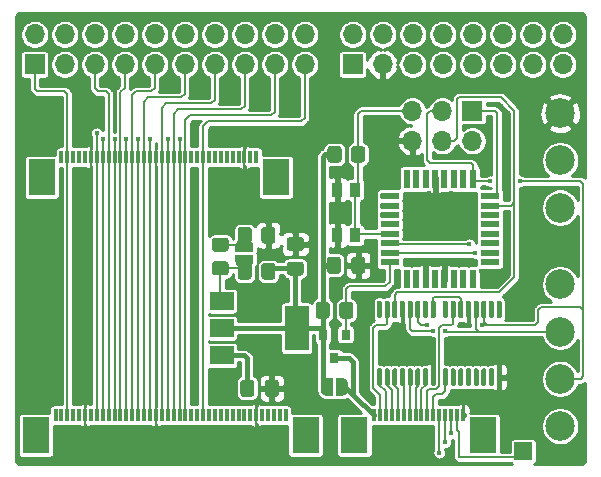
<source format=gbr>
%TF.GenerationSoftware,KiCad,Pcbnew,(5.1.8)-1*%
%TF.CreationDate,2021-03-18T21:41:09+01:00*%
%TF.ProjectId,GBAHD_Shield,47424148-445f-4536-9869-656c642e6b69,rev?*%
%TF.SameCoordinates,Original*%
%TF.FileFunction,Copper,L1,Top*%
%TF.FilePolarity,Positive*%
%FSLAX46Y46*%
G04 Gerber Fmt 4.6, Leading zero omitted, Abs format (unit mm)*
G04 Created by KiCad (PCBNEW (5.1.8)-1) date 2021-03-18 21:41:09*
%MOMM*%
%LPD*%
G01*
G04 APERTURE LIST*
%TA.AperFunction,SMDPad,CuDef*%
%ADD10R,1.500000X1.500000*%
%TD*%
%TA.AperFunction,SMDPad,CuDef*%
%ADD11R,2.000000X1.500000*%
%TD*%
%TA.AperFunction,SMDPad,CuDef*%
%ADD12R,2.000000X3.800000*%
%TD*%
%TA.AperFunction,SMDPad,CuDef*%
%ADD13C,0.100000*%
%TD*%
%TA.AperFunction,SMDPad,CuDef*%
%ADD14R,0.300000X1.100000*%
%TD*%
%TA.AperFunction,SMDPad,CuDef*%
%ADD15R,2.300000X3.100000*%
%TD*%
%TA.AperFunction,ComponentPad*%
%ADD16O,1.700000X1.700000*%
%TD*%
%TA.AperFunction,ComponentPad*%
%ADD17R,1.700000X1.700000*%
%TD*%
%TA.AperFunction,SMDPad,CuDef*%
%ADD18R,0.900000X1.250000*%
%TD*%
%TA.AperFunction,SMDPad,CuDef*%
%ADD19R,1.600000X0.550000*%
%TD*%
%TA.AperFunction,SMDPad,CuDef*%
%ADD20R,0.550000X1.600000*%
%TD*%
%TA.AperFunction,ComponentPad*%
%ADD21C,2.500000*%
%TD*%
%TA.AperFunction,SMDPad,CuDef*%
%ADD22R,0.800000X0.900000*%
%TD*%
%TA.AperFunction,ViaPad*%
%ADD23C,0.400000*%
%TD*%
%TA.AperFunction,Conductor*%
%ADD24C,0.200000*%
%TD*%
%TA.AperFunction,Conductor*%
%ADD25C,0.400000*%
%TD*%
%TA.AperFunction,Conductor*%
%ADD26C,0.254000*%
%TD*%
%TA.AperFunction,Conductor*%
%ADD27C,0.100000*%
%TD*%
G04 APERTURE END LIST*
D10*
%TO.P,J7,1*%
%TO.N,Net-(J3-Pad15)*%
X87376000Y-64008000D03*
%TD*%
D11*
%TO.P,U5,1*%
%TO.N,Net-(R3-Pad2)*%
X61874000Y-51294000D03*
%TO.P,U5,3*%
%TO.N,+5V*%
X61874000Y-55894000D03*
%TO.P,U5,2*%
%TO.N,VCC*%
X61874000Y-53594000D03*
D12*
X68174000Y-53594000D03*
%TD*%
%TA.AperFunction,SMDPad,CuDef*%
D13*
%TO.P,SJ2,2*%
%TO.N,Net-(R3-Pad2)*%
G36*
X64503398Y-47894000D02*
G01*
X64503398Y-47918534D01*
X64498588Y-47967365D01*
X64489016Y-48015490D01*
X64474772Y-48062445D01*
X64455995Y-48107778D01*
X64432864Y-48151051D01*
X64405604Y-48191850D01*
X64374476Y-48229779D01*
X64339779Y-48264476D01*
X64301850Y-48295604D01*
X64261051Y-48322864D01*
X64217778Y-48345995D01*
X64172445Y-48364772D01*
X64125490Y-48379016D01*
X64077365Y-48388588D01*
X64028534Y-48393398D01*
X64004000Y-48393398D01*
X64004000Y-48394000D01*
X63504000Y-48394000D01*
X63504000Y-48393398D01*
X63479466Y-48393398D01*
X63430635Y-48388588D01*
X63382510Y-48379016D01*
X63335555Y-48364772D01*
X63290222Y-48345995D01*
X63246949Y-48322864D01*
X63206150Y-48295604D01*
X63168221Y-48264476D01*
X63133524Y-48229779D01*
X63102396Y-48191850D01*
X63075136Y-48151051D01*
X63052005Y-48107778D01*
X63033228Y-48062445D01*
X63018984Y-48015490D01*
X63009412Y-47967365D01*
X63004602Y-47918534D01*
X63004602Y-47894000D01*
X63004000Y-47894000D01*
X63004000Y-47394000D01*
X64504000Y-47394000D01*
X64504000Y-47894000D01*
X64503398Y-47894000D01*
G37*
%TD.AperFunction*%
%TA.AperFunction,SMDPad,CuDef*%
%TO.P,SJ2,1*%
%TO.N,Net-(R4-Pad2)*%
G36*
X63004000Y-47094000D02*
G01*
X63004000Y-46594000D01*
X63004602Y-46594000D01*
X63004602Y-46569466D01*
X63009412Y-46520635D01*
X63018984Y-46472510D01*
X63033228Y-46425555D01*
X63052005Y-46380222D01*
X63075136Y-46336949D01*
X63102396Y-46296150D01*
X63133524Y-46258221D01*
X63168221Y-46223524D01*
X63206150Y-46192396D01*
X63246949Y-46165136D01*
X63290222Y-46142005D01*
X63335555Y-46123228D01*
X63382510Y-46108984D01*
X63430635Y-46099412D01*
X63479466Y-46094602D01*
X63504000Y-46094602D01*
X63504000Y-46094000D01*
X64004000Y-46094000D01*
X64004000Y-46094602D01*
X64028534Y-46094602D01*
X64077365Y-46099412D01*
X64125490Y-46108984D01*
X64172445Y-46123228D01*
X64217778Y-46142005D01*
X64261051Y-46165136D01*
X64301850Y-46192396D01*
X64339779Y-46223524D01*
X64374476Y-46258221D01*
X64405604Y-46296150D01*
X64432864Y-46336949D01*
X64455995Y-46380222D01*
X64474772Y-46425555D01*
X64489016Y-46472510D01*
X64498588Y-46520635D01*
X64503398Y-46569466D01*
X64503398Y-46594000D01*
X64504000Y-46594000D01*
X64504000Y-47094000D01*
X63004000Y-47094000D01*
G37*
%TD.AperFunction*%
%TD*%
%TO.P,R5,2*%
%TO.N,Net-(R3-Pad2)*%
%TA.AperFunction,SMDPad,CuDef*%
G36*
G01*
X61271999Y-47914000D02*
X62172001Y-47914000D01*
G75*
G02*
X62422000Y-48163999I0J-249999D01*
G01*
X62422000Y-48864001D01*
G75*
G02*
X62172001Y-49114000I-249999J0D01*
G01*
X61271999Y-49114000D01*
G75*
G02*
X61022000Y-48864001I0J249999D01*
G01*
X61022000Y-48163999D01*
G75*
G02*
X61271999Y-47914000I249999J0D01*
G01*
G37*
%TD.AperFunction*%
%TO.P,R5,1*%
%TO.N,Net-(R4-Pad2)*%
%TA.AperFunction,SMDPad,CuDef*%
G36*
G01*
X61271999Y-45914000D02*
X62172001Y-45914000D01*
G75*
G02*
X62422000Y-46163999I0J-249999D01*
G01*
X62422000Y-46864001D01*
G75*
G02*
X62172001Y-47114000I-249999J0D01*
G01*
X61271999Y-47114000D01*
G75*
G02*
X61022000Y-46864001I0J249999D01*
G01*
X61022000Y-46163999D01*
G75*
G02*
X61271999Y-45914000I249999J0D01*
G01*
G37*
%TD.AperFunction*%
%TD*%
%TO.P,R4,2*%
%TO.N,Net-(R4-Pad2)*%
%TA.AperFunction,SMDPad,CuDef*%
G36*
G01*
X64386000Y-45269999D02*
X64386000Y-46170001D01*
G75*
G02*
X64136001Y-46420000I-249999J0D01*
G01*
X63435999Y-46420000D01*
G75*
G02*
X63186000Y-46170001I0J249999D01*
G01*
X63186000Y-45269999D01*
G75*
G02*
X63435999Y-45020000I249999J0D01*
G01*
X64136001Y-45020000D01*
G75*
G02*
X64386000Y-45269999I0J-249999D01*
G01*
G37*
%TD.AperFunction*%
%TO.P,R4,1*%
%TO.N,GND*%
%TA.AperFunction,SMDPad,CuDef*%
G36*
G01*
X66386000Y-45269999D02*
X66386000Y-46170001D01*
G75*
G02*
X66136001Y-46420000I-249999J0D01*
G01*
X65435999Y-46420000D01*
G75*
G02*
X65186000Y-46170001I0J249999D01*
G01*
X65186000Y-45269999D01*
G75*
G02*
X65435999Y-45020000I249999J0D01*
G01*
X66136001Y-45020000D01*
G75*
G02*
X66386000Y-45269999I0J-249999D01*
G01*
G37*
%TD.AperFunction*%
%TD*%
%TO.P,R3,2*%
%TO.N,Net-(R3-Pad2)*%
%TA.AperFunction,SMDPad,CuDef*%
G36*
G01*
X64386000Y-48317999D02*
X64386000Y-49218001D01*
G75*
G02*
X64136001Y-49468000I-249999J0D01*
G01*
X63435999Y-49468000D01*
G75*
G02*
X63186000Y-49218001I0J249999D01*
G01*
X63186000Y-48317999D01*
G75*
G02*
X63435999Y-48068000I249999J0D01*
G01*
X64136001Y-48068000D01*
G75*
G02*
X64386000Y-48317999I0J-249999D01*
G01*
G37*
%TD.AperFunction*%
%TO.P,R3,1*%
%TO.N,VCC*%
%TA.AperFunction,SMDPad,CuDef*%
G36*
G01*
X66386000Y-48317999D02*
X66386000Y-49218001D01*
G75*
G02*
X66136001Y-49468000I-249999J0D01*
G01*
X65435999Y-49468000D01*
G75*
G02*
X65186000Y-49218001I0J249999D01*
G01*
X65186000Y-48317999D01*
G75*
G02*
X65435999Y-48068000I249999J0D01*
G01*
X66136001Y-48068000D01*
G75*
G02*
X66386000Y-48317999I0J-249999D01*
G01*
G37*
%TD.AperFunction*%
%TD*%
%TO.P,C4,2*%
%TO.N,VCC*%
%TA.AperFunction,SMDPad,CuDef*%
G36*
G01*
X67597000Y-47948000D02*
X68547000Y-47948000D01*
G75*
G02*
X68797000Y-48198000I0J-250000D01*
G01*
X68797000Y-48873000D01*
G75*
G02*
X68547000Y-49123000I-250000J0D01*
G01*
X67597000Y-49123000D01*
G75*
G02*
X67347000Y-48873000I0J250000D01*
G01*
X67347000Y-48198000D01*
G75*
G02*
X67597000Y-47948000I250000J0D01*
G01*
G37*
%TD.AperFunction*%
%TO.P,C4,1*%
%TO.N,GND*%
%TA.AperFunction,SMDPad,CuDef*%
G36*
G01*
X67597000Y-45873000D02*
X68547000Y-45873000D01*
G75*
G02*
X68797000Y-46123000I0J-250000D01*
G01*
X68797000Y-46798000D01*
G75*
G02*
X68547000Y-47048000I-250000J0D01*
G01*
X67597000Y-47048000D01*
G75*
G02*
X67347000Y-46798000I0J250000D01*
G01*
X67347000Y-46123000D01*
G75*
G02*
X67597000Y-45873000I250000J0D01*
G01*
G37*
%TD.AperFunction*%
%TD*%
%TO.P,C1,2*%
%TO.N,+5V*%
%TA.AperFunction,SMDPad,CuDef*%
G36*
G01*
X64595500Y-58199000D02*
X64595500Y-59149000D01*
G75*
G02*
X64345500Y-59399000I-250000J0D01*
G01*
X63670500Y-59399000D01*
G75*
G02*
X63420500Y-59149000I0J250000D01*
G01*
X63420500Y-58199000D01*
G75*
G02*
X63670500Y-57949000I250000J0D01*
G01*
X64345500Y-57949000D01*
G75*
G02*
X64595500Y-58199000I0J-250000D01*
G01*
G37*
%TD.AperFunction*%
%TO.P,C1,1*%
%TO.N,GND*%
%TA.AperFunction,SMDPad,CuDef*%
G36*
G01*
X66670500Y-58199000D02*
X66670500Y-59149000D01*
G75*
G02*
X66420500Y-59399000I-250000J0D01*
G01*
X65745500Y-59399000D01*
G75*
G02*
X65495500Y-59149000I0J250000D01*
G01*
X65495500Y-58199000D01*
G75*
G02*
X65745500Y-57949000I250000J0D01*
G01*
X66420500Y-57949000D01*
G75*
G02*
X66670500Y-58199000I0J-250000D01*
G01*
G37*
%TD.AperFunction*%
%TD*%
D14*
%TO.P,J9,1*%
%TO.N,N/C*%
X48268000Y-39116000D03*
%TO.P,J9,2*%
%TO.N,GB_DCLK*%
X48768000Y-39116000D03*
%TO.P,J9,3*%
%TO.N,N/C*%
X49268000Y-39116000D03*
%TO.P,J9,4*%
X49768000Y-39116000D03*
%TO.P,J9,5*%
X50268000Y-39116000D03*
%TO.P,J9,6*%
%TO.N,GND*%
X50768000Y-39116000D03*
%TO.P,J9,7*%
%TO.N,GB_R5*%
X51268000Y-39116000D03*
%TO.P,J9,8*%
%TO.N,GB_R4*%
X51768000Y-39116000D03*
%TO.P,J9,9*%
%TO.N,GB_R3*%
X52268000Y-39116000D03*
%TO.P,J9,10*%
%TO.N,GB_R2*%
X52768000Y-39116000D03*
%TO.P,J9,11*%
%TO.N,GB_R1*%
X53268000Y-39116000D03*
%TO.P,J9,12*%
%TO.N,GB_G5*%
X53768000Y-39116000D03*
%TO.P,J9,13*%
%TO.N,GB_G4*%
X54268000Y-39116000D03*
%TO.P,J9,14*%
%TO.N,GB_G3*%
X54768000Y-39116000D03*
%TO.P,J9,15*%
%TO.N,GB_G2*%
X55268000Y-39116000D03*
%TO.P,J9,16*%
%TO.N,GB_G1*%
X55768000Y-39116000D03*
%TO.P,J9,17*%
%TO.N,GND*%
X56268000Y-39116000D03*
%TO.P,J9,18*%
%TO.N,GB_B5*%
X56768000Y-39116000D03*
%TO.P,J9,19*%
%TO.N,GB_B4*%
X57268000Y-39116000D03*
%TO.P,J9,20*%
%TO.N,GB_B3*%
X57768000Y-39116000D03*
%TO.P,J9,21*%
%TO.N,GB_B2*%
X58268000Y-39116000D03*
%TO.P,J9,22*%
%TO.N,GB_B1*%
X58768000Y-39116000D03*
%TO.P,J9,23*%
%TO.N,N/C*%
X59268000Y-39116000D03*
%TO.P,J9,24*%
X59768000Y-39116000D03*
%TO.P,J9,25*%
%TO.N,GB_SPS*%
X60268000Y-39116000D03*
%TO.P,J9,26*%
%TO.N,N/C*%
X60768000Y-39116000D03*
%TO.P,J9,27*%
X61268000Y-39116000D03*
%TO.P,J9,28*%
X61768000Y-39116000D03*
%TO.P,J9,29*%
X62268000Y-39116000D03*
%TO.P,J9,30*%
X62768000Y-39116000D03*
%TO.P,J9,31*%
X63268000Y-39116000D03*
%TO.P,J9,32*%
%TO.N,GND*%
X63768000Y-39116000D03*
%TO.P,J9,33*%
%TO.N,N/C*%
X64268000Y-39116000D03*
%TO.P,J9,34*%
X64768000Y-39116000D03*
D15*
%TO.P,J9,MP*%
X46598000Y-40816000D03*
X66438000Y-40816000D03*
%TD*%
D16*
%TO.P,J4,20*%
%TO.N,GB_G3*%
X68860000Y-28710000D03*
%TO.P,J4,19*%
%TO.N,GB_SPS*%
X68860000Y-31250000D03*
%TO.P,J4,18*%
%TO.N,GB_G5*%
X66320000Y-28710000D03*
%TO.P,J4,17*%
%TO.N,GB_B1*%
X66320000Y-31250000D03*
%TO.P,J4,16*%
%TO.N,GB_R2*%
X63780000Y-28710000D03*
%TO.P,J4,15*%
%TO.N,GB_B3*%
X63780000Y-31250000D03*
%TO.P,J4,14*%
%TO.N,GB_R4*%
X61240000Y-28710000D03*
%TO.P,J4,13*%
%TO.N,GB_B5*%
X61240000Y-31250000D03*
%TO.P,J4,12*%
%TO.N,N/C*%
X58700000Y-28710000D03*
%TO.P,J4,11*%
%TO.N,GB_G2*%
X58700000Y-31250000D03*
%TO.P,J4,10*%
%TO.N,GB_R5*%
X56160000Y-28710000D03*
%TO.P,J4,9*%
%TO.N,GB_G4*%
X56160000Y-31250000D03*
%TO.P,J4,8*%
%TO.N,N/C*%
X53620000Y-28710000D03*
%TO.P,J4,7*%
%TO.N,GB_R1*%
X53620000Y-31250000D03*
%TO.P,J4,6*%
%TO.N,+5V*%
X51080000Y-28710000D03*
%TO.P,J4,5*%
%TO.N,GB_R3*%
X51080000Y-31250000D03*
%TO.P,J4,4*%
%TO.N,N/C*%
X48540000Y-28710000D03*
%TO.P,J4,3*%
%TO.N,GBA_CLK*%
X48540000Y-31250000D03*
%TO.P,J4,2*%
%TO.N,N/C*%
X46000000Y-28710000D03*
D17*
%TO.P,J4,1*%
%TO.N,GB_DCLK*%
X46000000Y-31250000D03*
%TD*%
D15*
%TO.P,J3,MP*%
%TO.N,N/C*%
X83920000Y-62660000D03*
X73080000Y-62660000D03*
D14*
%TO.P,J3,16*%
%TO.N,GND*%
X82250000Y-60960000D03*
%TO.P,J3,15*%
%TO.N,Net-(J3-Pad15)*%
X81750000Y-60960000D03*
%TO.P,J3,14*%
%TO.N,GBA_CLK*%
X81250000Y-60960000D03*
%TO.P,J3,13*%
%TO.N,GBA_AUD1*%
X80750000Y-60960000D03*
%TO.P,J3,12*%
%TO.N,GBA_AUD2*%
X80250000Y-60960000D03*
%TO.P,J3,11*%
%TO.N,GBA_SELECT*%
X79750000Y-60960000D03*
%TO.P,J3,10*%
%TO.N,GBA_START*%
X79250000Y-60960000D03*
%TO.P,J3,9*%
%TO.N,GBA_R*%
X78750000Y-60960000D03*
%TO.P,J3,8*%
%TO.N,GBA_L*%
X78250000Y-60960000D03*
%TO.P,J3,7*%
%TO.N,GBA_B*%
X77750000Y-60960000D03*
%TO.P,J3,6*%
%TO.N,GBA_A*%
X77250000Y-60960000D03*
%TO.P,J3,5*%
%TO.N,GBA_RGHT*%
X76750000Y-60960000D03*
%TO.P,J3,4*%
%TO.N,GBA_LEFT*%
X76250000Y-60960000D03*
%TO.P,J3,3*%
%TO.N,GBA_DOWN*%
X75750000Y-60960000D03*
%TO.P,J3,2*%
%TO.N,GBA_UP*%
X75250000Y-60960000D03*
%TO.P,J3,1*%
%TO.N,GBA_VCC*%
X74750000Y-60960000D03*
%TD*%
D16*
%TO.P,J2,16*%
%TO.N,RX*%
X90704000Y-28710000D03*
%TO.P,J2,15*%
%TO.N,N/C*%
X90704000Y-31250000D03*
%TO.P,J2,14*%
%TO.N,SP_ARD1*%
X88164000Y-28710000D03*
%TO.P,J2,13*%
%TO.N,N/C*%
X88164000Y-31250000D03*
%TO.P,J2,12*%
%TO.N,GBA_AUD1*%
X85624000Y-28710000D03*
%TO.P,J2,11*%
%TO.N,N/C*%
X85624000Y-31250000D03*
%TO.P,J2,10*%
%TO.N,GBA_AUD2*%
X83084000Y-28710000D03*
%TO.P,J2,9*%
%TO.N,N/C*%
X83084000Y-31250000D03*
%TO.P,J2,8*%
%TO.N,PIXEL_GRID*%
X80544000Y-28710000D03*
%TO.P,J2,7*%
%TO.N,N/C*%
X80544000Y-31250000D03*
%TO.P,J2,6*%
%TO.N,GB_B2*%
X78004000Y-28710000D03*
%TO.P,J2,5*%
%TO.N,N/C*%
X78004000Y-31250000D03*
%TO.P,J2,4*%
%TO.N,GB_B4*%
X75464000Y-28710000D03*
%TO.P,J2,3*%
%TO.N,GND*%
X75464000Y-31250000D03*
%TO.P,J2,2*%
%TO.N,GB_G1*%
X72924000Y-28710000D03*
D17*
%TO.P,J2,1*%
%TO.N,N/C*%
X72924000Y-31250000D03*
%TD*%
D16*
%TO.P,J6,6*%
%TO.N,GND*%
X77978000Y-37719000D03*
%TO.P,J6,5*%
%TO.N,AT_RST*%
X77978000Y-35179000D03*
%TO.P,J6,4*%
%TO.N,ICSP_MOSI*%
X80518000Y-37719000D03*
%TO.P,J6,3*%
%TO.N,ICSP_SCK*%
X80518000Y-35179000D03*
%TO.P,J6,2*%
%TO.N,VCC*%
X83058000Y-37719000D03*
D17*
%TO.P,J6,1*%
%TO.N,ICSP_MISO*%
X83058000Y-35179000D03*
%TD*%
%TO.P,U4,16*%
%TO.N,VCC*%
%TA.AperFunction,SMDPad,CuDef*%
G36*
G01*
X80883000Y-52739000D02*
X80683000Y-52739000D01*
G75*
G02*
X80583000Y-52639000I0J100000D01*
G01*
X80583000Y-51364000D01*
G75*
G02*
X80683000Y-51264000I100000J0D01*
G01*
X80883000Y-51264000D01*
G75*
G02*
X80983000Y-51364000I0J-100000D01*
G01*
X80983000Y-52639000D01*
G75*
G02*
X80883000Y-52739000I-100000J0D01*
G01*
G37*
%TD.AperFunction*%
%TO.P,U4,15*%
%TO.N,GBA_START*%
%TA.AperFunction,SMDPad,CuDef*%
G36*
G01*
X81533000Y-52739000D02*
X81333000Y-52739000D01*
G75*
G02*
X81233000Y-52639000I0J100000D01*
G01*
X81233000Y-51364000D01*
G75*
G02*
X81333000Y-51264000I100000J0D01*
G01*
X81533000Y-51264000D01*
G75*
G02*
X81633000Y-51364000I0J-100000D01*
G01*
X81633000Y-52639000D01*
G75*
G02*
X81533000Y-52739000I-100000J0D01*
G01*
G37*
%TD.AperFunction*%
%TO.P,U4,14*%
%TO.N,QH_OUT-SER_IN*%
%TA.AperFunction,SMDPad,CuDef*%
G36*
G01*
X82183000Y-52739000D02*
X81983000Y-52739000D01*
G75*
G02*
X81883000Y-52639000I0J100000D01*
G01*
X81883000Y-51364000D01*
G75*
G02*
X81983000Y-51264000I100000J0D01*
G01*
X82183000Y-51264000D01*
G75*
G02*
X82283000Y-51364000I0J-100000D01*
G01*
X82283000Y-52639000D01*
G75*
G02*
X82183000Y-52739000I-100000J0D01*
G01*
G37*
%TD.AperFunction*%
%TO.P,U4,13*%
%TO.N,GND*%
%TA.AperFunction,SMDPad,CuDef*%
G36*
G01*
X82833000Y-52739000D02*
X82633000Y-52739000D01*
G75*
G02*
X82533000Y-52639000I0J100000D01*
G01*
X82533000Y-51364000D01*
G75*
G02*
X82633000Y-51264000I100000J0D01*
G01*
X82833000Y-51264000D01*
G75*
G02*
X82933000Y-51364000I0J-100000D01*
G01*
X82933000Y-52639000D01*
G75*
G02*
X82833000Y-52739000I-100000J0D01*
G01*
G37*
%TD.AperFunction*%
%TO.P,U4,12*%
%TO.N,SNS_LATCH*%
%TA.AperFunction,SMDPad,CuDef*%
G36*
G01*
X83483000Y-52739000D02*
X83283000Y-52739000D01*
G75*
G02*
X83183000Y-52639000I0J100000D01*
G01*
X83183000Y-51364000D01*
G75*
G02*
X83283000Y-51264000I100000J0D01*
G01*
X83483000Y-51264000D01*
G75*
G02*
X83583000Y-51364000I0J-100000D01*
G01*
X83583000Y-52639000D01*
G75*
G02*
X83483000Y-52739000I-100000J0D01*
G01*
G37*
%TD.AperFunction*%
%TO.P,U4,11*%
%TO.N,ICSP_SCK*%
%TA.AperFunction,SMDPad,CuDef*%
G36*
G01*
X84133000Y-52739000D02*
X83933000Y-52739000D01*
G75*
G02*
X83833000Y-52639000I0J100000D01*
G01*
X83833000Y-51364000D01*
G75*
G02*
X83933000Y-51264000I100000J0D01*
G01*
X84133000Y-51264000D01*
G75*
G02*
X84233000Y-51364000I0J-100000D01*
G01*
X84233000Y-52639000D01*
G75*
G02*
X84133000Y-52739000I-100000J0D01*
G01*
G37*
%TD.AperFunction*%
%TO.P,U4,10*%
%TO.N,VCC*%
%TA.AperFunction,SMDPad,CuDef*%
G36*
G01*
X84783000Y-52739000D02*
X84583000Y-52739000D01*
G75*
G02*
X84483000Y-52639000I0J100000D01*
G01*
X84483000Y-51364000D01*
G75*
G02*
X84583000Y-51264000I100000J0D01*
G01*
X84783000Y-51264000D01*
G75*
G02*
X84883000Y-51364000I0J-100000D01*
G01*
X84883000Y-52639000D01*
G75*
G02*
X84783000Y-52739000I-100000J0D01*
G01*
G37*
%TD.AperFunction*%
%TO.P,U4,9*%
%TO.N,N/C*%
%TA.AperFunction,SMDPad,CuDef*%
G36*
G01*
X85433000Y-52739000D02*
X85233000Y-52739000D01*
G75*
G02*
X85133000Y-52639000I0J100000D01*
G01*
X85133000Y-51364000D01*
G75*
G02*
X85233000Y-51264000I100000J0D01*
G01*
X85433000Y-51264000D01*
G75*
G02*
X85533000Y-51364000I0J-100000D01*
G01*
X85533000Y-52639000D01*
G75*
G02*
X85433000Y-52739000I-100000J0D01*
G01*
G37*
%TD.AperFunction*%
%TO.P,U4,8*%
%TO.N,GND*%
%TA.AperFunction,SMDPad,CuDef*%
G36*
G01*
X85433000Y-58464000D02*
X85233000Y-58464000D01*
G75*
G02*
X85133000Y-58364000I0J100000D01*
G01*
X85133000Y-57089000D01*
G75*
G02*
X85233000Y-56989000I100000J0D01*
G01*
X85433000Y-56989000D01*
G75*
G02*
X85533000Y-57089000I0J-100000D01*
G01*
X85533000Y-58364000D01*
G75*
G02*
X85433000Y-58464000I-100000J0D01*
G01*
G37*
%TD.AperFunction*%
%TO.P,U4,7*%
%TO.N,N/C*%
%TA.AperFunction,SMDPad,CuDef*%
G36*
G01*
X84783000Y-58464000D02*
X84583000Y-58464000D01*
G75*
G02*
X84483000Y-58364000I0J100000D01*
G01*
X84483000Y-57089000D01*
G75*
G02*
X84583000Y-56989000I100000J0D01*
G01*
X84783000Y-56989000D01*
G75*
G02*
X84883000Y-57089000I0J-100000D01*
G01*
X84883000Y-58364000D01*
G75*
G02*
X84783000Y-58464000I-100000J0D01*
G01*
G37*
%TD.AperFunction*%
%TO.P,U4,6*%
%TA.AperFunction,SMDPad,CuDef*%
G36*
G01*
X84133000Y-58464000D02*
X83933000Y-58464000D01*
G75*
G02*
X83833000Y-58364000I0J100000D01*
G01*
X83833000Y-57089000D01*
G75*
G02*
X83933000Y-56989000I100000J0D01*
G01*
X84133000Y-56989000D01*
G75*
G02*
X84233000Y-57089000I0J-100000D01*
G01*
X84233000Y-58364000D01*
G75*
G02*
X84133000Y-58464000I-100000J0D01*
G01*
G37*
%TD.AperFunction*%
%TO.P,U4,5*%
%TA.AperFunction,SMDPad,CuDef*%
G36*
G01*
X83483000Y-58464000D02*
X83283000Y-58464000D01*
G75*
G02*
X83183000Y-58364000I0J100000D01*
G01*
X83183000Y-57089000D01*
G75*
G02*
X83283000Y-56989000I100000J0D01*
G01*
X83483000Y-56989000D01*
G75*
G02*
X83583000Y-57089000I0J-100000D01*
G01*
X83583000Y-58364000D01*
G75*
G02*
X83483000Y-58464000I-100000J0D01*
G01*
G37*
%TD.AperFunction*%
%TO.P,U4,4*%
%TA.AperFunction,SMDPad,CuDef*%
G36*
G01*
X82833000Y-58464000D02*
X82633000Y-58464000D01*
G75*
G02*
X82533000Y-58364000I0J100000D01*
G01*
X82533000Y-57089000D01*
G75*
G02*
X82633000Y-56989000I100000J0D01*
G01*
X82833000Y-56989000D01*
G75*
G02*
X82933000Y-57089000I0J-100000D01*
G01*
X82933000Y-58364000D01*
G75*
G02*
X82833000Y-58464000I-100000J0D01*
G01*
G37*
%TD.AperFunction*%
%TO.P,U4,3*%
%TA.AperFunction,SMDPad,CuDef*%
G36*
G01*
X82183000Y-58464000D02*
X81983000Y-58464000D01*
G75*
G02*
X81883000Y-58364000I0J100000D01*
G01*
X81883000Y-57089000D01*
G75*
G02*
X81983000Y-56989000I100000J0D01*
G01*
X82183000Y-56989000D01*
G75*
G02*
X82283000Y-57089000I0J-100000D01*
G01*
X82283000Y-58364000D01*
G75*
G02*
X82183000Y-58464000I-100000J0D01*
G01*
G37*
%TD.AperFunction*%
%TO.P,U4,2*%
%TA.AperFunction,SMDPad,CuDef*%
G36*
G01*
X81533000Y-58464000D02*
X81333000Y-58464000D01*
G75*
G02*
X81233000Y-58364000I0J100000D01*
G01*
X81233000Y-57089000D01*
G75*
G02*
X81333000Y-56989000I100000J0D01*
G01*
X81533000Y-56989000D01*
G75*
G02*
X81633000Y-57089000I0J-100000D01*
G01*
X81633000Y-58364000D01*
G75*
G02*
X81533000Y-58464000I-100000J0D01*
G01*
G37*
%TD.AperFunction*%
%TO.P,U4,1*%
%TO.N,GBA_SELECT*%
%TA.AperFunction,SMDPad,CuDef*%
G36*
G01*
X80883000Y-58464000D02*
X80683000Y-58464000D01*
G75*
G02*
X80583000Y-58364000I0J100000D01*
G01*
X80583000Y-57089000D01*
G75*
G02*
X80683000Y-56989000I100000J0D01*
G01*
X80883000Y-56989000D01*
G75*
G02*
X80983000Y-57089000I0J-100000D01*
G01*
X80983000Y-58364000D01*
G75*
G02*
X80883000Y-58464000I-100000J0D01*
G01*
G37*
%TD.AperFunction*%
%TD*%
D18*
%TO.P,SW1,2*%
%TO.N,GND*%
X71640000Y-45720000D03*
%TO.P,SW1,1*%
%TO.N,AT_RST*%
X73140000Y-45720000D03*
%TO.P,SW1,2*%
%TO.N,GND*%
X71640000Y-41870000D03*
%TO.P,SW1,1*%
%TO.N,AT_RST*%
X73140000Y-41870000D03*
%TD*%
D19*
%TO.P,U2,32*%
%TO.N,GBA_POWER_SEL*%
X76050000Y-48000000D03*
%TO.P,U2,31*%
%TO.N,RX*%
X76050000Y-47200000D03*
%TO.P,U2,30*%
%TO.N,SP_ARD1*%
X76050000Y-46400000D03*
%TO.P,U2,29*%
%TO.N,AT_RST*%
X76050000Y-45600000D03*
%TO.P,U2,28*%
%TO.N,N/C*%
X76050000Y-44800000D03*
%TO.P,U2,27*%
%TO.N,Net-(J11-Pad1)*%
X76050000Y-44000000D03*
%TO.P,U2,26*%
%TO.N,Net-(J16-Pad1)*%
X76050000Y-43200000D03*
%TO.P,U2,25*%
%TO.N,Net-(J10-Pad1)*%
X76050000Y-42400000D03*
D20*
%TO.P,U2,24*%
%TO.N,Net-(J15-Pad1)*%
X77500000Y-40950000D03*
%TO.P,U2,23*%
%TO.N,N/C*%
X78300000Y-40950000D03*
%TO.P,U2,22*%
X79100000Y-40950000D03*
%TO.P,U2,21*%
%TO.N,GND*%
X79900000Y-40950000D03*
%TO.P,U2,20*%
%TO.N,VCC*%
X80700000Y-40950000D03*
%TO.P,U2,19*%
%TO.N,N/C*%
X81500000Y-40950000D03*
%TO.P,U2,18*%
%TO.N,VCC*%
X82300000Y-40950000D03*
%TO.P,U2,17*%
%TO.N,ICSP_SCK*%
X83100000Y-40950000D03*
D19*
%TO.P,U2,16*%
%TO.N,ICSP_MISO*%
X84550000Y-42400000D03*
%TO.P,U2,15*%
%TO.N,ICSP_MOSI*%
X84550000Y-43200000D03*
%TO.P,U2,14*%
%TO.N,SNS_LATCH*%
X84550000Y-44000000D03*
%TO.P,U2,13*%
%TO.N,N/C*%
X84550000Y-44800000D03*
%TO.P,U2,12*%
%TO.N,Net-(J5-Pad1)*%
X84550000Y-45600000D03*
%TO.P,U2,11*%
%TO.N,Net-(J13-Pad1)*%
X84550000Y-46400000D03*
%TO.P,U2,10*%
%TO.N,Net-(J18-Pad1)*%
X84550000Y-47200000D03*
%TO.P,U2,9*%
%TO.N,Net-(J12-Pad1)*%
X84550000Y-48000000D03*
D20*
%TO.P,U2,8*%
%TO.N,N/C*%
X83100000Y-49450000D03*
%TO.P,U2,7*%
X82300000Y-49450000D03*
%TO.P,U2,6*%
%TO.N,VCC*%
X81500000Y-49450000D03*
%TO.P,U2,5*%
%TO.N,GND*%
X80700000Y-49450000D03*
%TO.P,U2,4*%
%TO.N,VCC*%
X79900000Y-49450000D03*
%TO.P,U2,3*%
%TO.N,GND*%
X79100000Y-49450000D03*
%TO.P,U2,2*%
%TO.N,N/C*%
X78300000Y-49450000D03*
%TO.P,U2,1*%
%TO.N,PIXEL_GRID*%
X77500000Y-49450000D03*
%TD*%
%TO.P,R1,2*%
%TO.N,AT_RST*%
%TA.AperFunction,SMDPad,CuDef*%
G36*
G01*
X72790000Y-39312001D02*
X72790000Y-38411999D01*
G75*
G02*
X73039999Y-38162000I249999J0D01*
G01*
X73740001Y-38162000D01*
G75*
G02*
X73990000Y-38411999I0J-249999D01*
G01*
X73990000Y-39312001D01*
G75*
G02*
X73740001Y-39562000I-249999J0D01*
G01*
X73039999Y-39562000D01*
G75*
G02*
X72790000Y-39312001I0J249999D01*
G01*
G37*
%TD.AperFunction*%
%TO.P,R1,1*%
%TO.N,VCC*%
%TA.AperFunction,SMDPad,CuDef*%
G36*
G01*
X70790000Y-39312001D02*
X70790000Y-38411999D01*
G75*
G02*
X71039999Y-38162000I249999J0D01*
G01*
X71740001Y-38162000D01*
G75*
G02*
X71990000Y-38411999I0J-249999D01*
G01*
X71990000Y-39312001D01*
G75*
G02*
X71740001Y-39562000I-249999J0D01*
G01*
X71039999Y-39562000D01*
G75*
G02*
X70790000Y-39312001I0J249999D01*
G01*
G37*
%TD.AperFunction*%
%TD*%
%TO.P,C3,2*%
%TO.N,VCC*%
%TA.AperFunction,SMDPad,CuDef*%
G36*
G01*
X71918500Y-47785000D02*
X71918500Y-48735000D01*
G75*
G02*
X71668500Y-48985000I-250000J0D01*
G01*
X70993500Y-48985000D01*
G75*
G02*
X70743500Y-48735000I0J250000D01*
G01*
X70743500Y-47785000D01*
G75*
G02*
X70993500Y-47535000I250000J0D01*
G01*
X71668500Y-47535000D01*
G75*
G02*
X71918500Y-47785000I0J-250000D01*
G01*
G37*
%TD.AperFunction*%
%TO.P,C3,1*%
%TO.N,GND*%
%TA.AperFunction,SMDPad,CuDef*%
G36*
G01*
X73993500Y-47785000D02*
X73993500Y-48735000D01*
G75*
G02*
X73743500Y-48985000I-250000J0D01*
G01*
X73068500Y-48985000D01*
G75*
G02*
X72818500Y-48735000I0J250000D01*
G01*
X72818500Y-47785000D01*
G75*
G02*
X73068500Y-47535000I250000J0D01*
G01*
X73743500Y-47535000D01*
G75*
G02*
X73993500Y-47785000I0J-250000D01*
G01*
G37*
%TD.AperFunction*%
%TD*%
%TA.AperFunction,SMDPad,CuDef*%
D13*
%TO.P,SJ1,1*%
%TO.N,VCC*%
G36*
X71224000Y-59297000D02*
G01*
X70724000Y-59297000D01*
X70724000Y-59296398D01*
X70699466Y-59296398D01*
X70650635Y-59291588D01*
X70602510Y-59282016D01*
X70555555Y-59267772D01*
X70510222Y-59248995D01*
X70466949Y-59225864D01*
X70426150Y-59198604D01*
X70388221Y-59167476D01*
X70353524Y-59132779D01*
X70322396Y-59094850D01*
X70295136Y-59054051D01*
X70272005Y-59010778D01*
X70253228Y-58965445D01*
X70238984Y-58918490D01*
X70229412Y-58870365D01*
X70224602Y-58821534D01*
X70224602Y-58797000D01*
X70224000Y-58797000D01*
X70224000Y-58297000D01*
X70224602Y-58297000D01*
X70224602Y-58272466D01*
X70229412Y-58223635D01*
X70238984Y-58175510D01*
X70253228Y-58128555D01*
X70272005Y-58083222D01*
X70295136Y-58039949D01*
X70322396Y-57999150D01*
X70353524Y-57961221D01*
X70388221Y-57926524D01*
X70426150Y-57895396D01*
X70466949Y-57868136D01*
X70510222Y-57845005D01*
X70555555Y-57826228D01*
X70602510Y-57811984D01*
X70650635Y-57802412D01*
X70699466Y-57797602D01*
X70724000Y-57797602D01*
X70724000Y-57797000D01*
X71224000Y-57797000D01*
X71224000Y-59297000D01*
G37*
%TD.AperFunction*%
%TA.AperFunction,SMDPad,CuDef*%
%TO.P,SJ1,2*%
%TO.N,GBA_VCC*%
G36*
X72024000Y-57797602D02*
G01*
X72048534Y-57797602D01*
X72097365Y-57802412D01*
X72145490Y-57811984D01*
X72192445Y-57826228D01*
X72237778Y-57845005D01*
X72281051Y-57868136D01*
X72321850Y-57895396D01*
X72359779Y-57926524D01*
X72394476Y-57961221D01*
X72425604Y-57999150D01*
X72452864Y-58039949D01*
X72475995Y-58083222D01*
X72494772Y-58128555D01*
X72509016Y-58175510D01*
X72518588Y-58223635D01*
X72523398Y-58272466D01*
X72523398Y-58297000D01*
X72524000Y-58297000D01*
X72524000Y-58797000D01*
X72523398Y-58797000D01*
X72523398Y-58821534D01*
X72518588Y-58870365D01*
X72509016Y-58918490D01*
X72494772Y-58965445D01*
X72475995Y-59010778D01*
X72452864Y-59054051D01*
X72425604Y-59094850D01*
X72394476Y-59132779D01*
X72359779Y-59167476D01*
X72321850Y-59198604D01*
X72281051Y-59225864D01*
X72237778Y-59248995D01*
X72192445Y-59267772D01*
X72145490Y-59282016D01*
X72097365Y-59291588D01*
X72048534Y-59296398D01*
X72024000Y-59296398D01*
X72024000Y-59297000D01*
X71524000Y-59297000D01*
X71524000Y-57797000D01*
X72024000Y-57797000D01*
X72024000Y-57797602D01*
G37*
%TD.AperFunction*%
%TD*%
D21*
%TO.P,U1,1*%
%TO.N,VCC*%
X90492000Y-61881000D03*
%TO.P,U1,2*%
%TO.N,ICSP_SCK*%
X90492000Y-57881000D03*
%TO.P,U1,3*%
%TO.N,SNS_LATCH*%
X90492000Y-53881000D03*
%TO.P,U1,4*%
%TO.N,ICSP_MISO*%
X90492000Y-49881000D03*
%TO.P,U1,5*%
%TO.N,N/C*%
X90492000Y-43381000D03*
%TO.P,U1,6*%
X90492000Y-39381000D03*
%TO.P,U1,7*%
%TO.N,GND*%
X90492000Y-35381000D03*
%TD*%
%TO.P,U3,16*%
%TO.N,VCC*%
%TA.AperFunction,SMDPad,CuDef*%
G36*
G01*
X75295000Y-52739000D02*
X75095000Y-52739000D01*
G75*
G02*
X74995000Y-52639000I0J100000D01*
G01*
X74995000Y-51364000D01*
G75*
G02*
X75095000Y-51264000I100000J0D01*
G01*
X75295000Y-51264000D01*
G75*
G02*
X75395000Y-51364000I0J-100000D01*
G01*
X75395000Y-52639000D01*
G75*
G02*
X75295000Y-52739000I-100000J0D01*
G01*
G37*
%TD.AperFunction*%
%TO.P,U3,15*%
%TO.N,GBA_UP*%
%TA.AperFunction,SMDPad,CuDef*%
G36*
G01*
X75945000Y-52739000D02*
X75745000Y-52739000D01*
G75*
G02*
X75645000Y-52639000I0J100000D01*
G01*
X75645000Y-51364000D01*
G75*
G02*
X75745000Y-51264000I100000J0D01*
G01*
X75945000Y-51264000D01*
G75*
G02*
X76045000Y-51364000I0J-100000D01*
G01*
X76045000Y-52639000D01*
G75*
G02*
X75945000Y-52739000I-100000J0D01*
G01*
G37*
%TD.AperFunction*%
%TO.P,U3,14*%
%TO.N,ICSP_MOSI*%
%TA.AperFunction,SMDPad,CuDef*%
G36*
G01*
X76595000Y-52739000D02*
X76395000Y-52739000D01*
G75*
G02*
X76295000Y-52639000I0J100000D01*
G01*
X76295000Y-51364000D01*
G75*
G02*
X76395000Y-51264000I100000J0D01*
G01*
X76595000Y-51264000D01*
G75*
G02*
X76695000Y-51364000I0J-100000D01*
G01*
X76695000Y-52639000D01*
G75*
G02*
X76595000Y-52739000I-100000J0D01*
G01*
G37*
%TD.AperFunction*%
%TO.P,U3,13*%
%TO.N,GND*%
%TA.AperFunction,SMDPad,CuDef*%
G36*
G01*
X77245000Y-52739000D02*
X77045000Y-52739000D01*
G75*
G02*
X76945000Y-52639000I0J100000D01*
G01*
X76945000Y-51364000D01*
G75*
G02*
X77045000Y-51264000I100000J0D01*
G01*
X77245000Y-51264000D01*
G75*
G02*
X77345000Y-51364000I0J-100000D01*
G01*
X77345000Y-52639000D01*
G75*
G02*
X77245000Y-52739000I-100000J0D01*
G01*
G37*
%TD.AperFunction*%
%TO.P,U3,12*%
%TO.N,SNS_LATCH*%
%TA.AperFunction,SMDPad,CuDef*%
G36*
G01*
X77895000Y-52739000D02*
X77695000Y-52739000D01*
G75*
G02*
X77595000Y-52639000I0J100000D01*
G01*
X77595000Y-51364000D01*
G75*
G02*
X77695000Y-51264000I100000J0D01*
G01*
X77895000Y-51264000D01*
G75*
G02*
X77995000Y-51364000I0J-100000D01*
G01*
X77995000Y-52639000D01*
G75*
G02*
X77895000Y-52739000I-100000J0D01*
G01*
G37*
%TD.AperFunction*%
%TO.P,U3,11*%
%TO.N,ICSP_SCK*%
%TA.AperFunction,SMDPad,CuDef*%
G36*
G01*
X78545000Y-52739000D02*
X78345000Y-52739000D01*
G75*
G02*
X78245000Y-52639000I0J100000D01*
G01*
X78245000Y-51364000D01*
G75*
G02*
X78345000Y-51264000I100000J0D01*
G01*
X78545000Y-51264000D01*
G75*
G02*
X78645000Y-51364000I0J-100000D01*
G01*
X78645000Y-52639000D01*
G75*
G02*
X78545000Y-52739000I-100000J0D01*
G01*
G37*
%TD.AperFunction*%
%TO.P,U3,10*%
%TO.N,VCC*%
%TA.AperFunction,SMDPad,CuDef*%
G36*
G01*
X79195000Y-52739000D02*
X78995000Y-52739000D01*
G75*
G02*
X78895000Y-52639000I0J100000D01*
G01*
X78895000Y-51364000D01*
G75*
G02*
X78995000Y-51264000I100000J0D01*
G01*
X79195000Y-51264000D01*
G75*
G02*
X79295000Y-51364000I0J-100000D01*
G01*
X79295000Y-52639000D01*
G75*
G02*
X79195000Y-52739000I-100000J0D01*
G01*
G37*
%TD.AperFunction*%
%TO.P,U3,9*%
%TO.N,QH_OUT-SER_IN*%
%TA.AperFunction,SMDPad,CuDef*%
G36*
G01*
X79845000Y-52739000D02*
X79645000Y-52739000D01*
G75*
G02*
X79545000Y-52639000I0J100000D01*
G01*
X79545000Y-51364000D01*
G75*
G02*
X79645000Y-51264000I100000J0D01*
G01*
X79845000Y-51264000D01*
G75*
G02*
X79945000Y-51364000I0J-100000D01*
G01*
X79945000Y-52639000D01*
G75*
G02*
X79845000Y-52739000I-100000J0D01*
G01*
G37*
%TD.AperFunction*%
%TO.P,U3,8*%
%TO.N,GND*%
%TA.AperFunction,SMDPad,CuDef*%
G36*
G01*
X79845000Y-58464000D02*
X79645000Y-58464000D01*
G75*
G02*
X79545000Y-58364000I0J100000D01*
G01*
X79545000Y-57089000D01*
G75*
G02*
X79645000Y-56989000I100000J0D01*
G01*
X79845000Y-56989000D01*
G75*
G02*
X79945000Y-57089000I0J-100000D01*
G01*
X79945000Y-58364000D01*
G75*
G02*
X79845000Y-58464000I-100000J0D01*
G01*
G37*
%TD.AperFunction*%
%TO.P,U3,7*%
%TO.N,GBA_R*%
%TA.AperFunction,SMDPad,CuDef*%
G36*
G01*
X79195000Y-58464000D02*
X78995000Y-58464000D01*
G75*
G02*
X78895000Y-58364000I0J100000D01*
G01*
X78895000Y-57089000D01*
G75*
G02*
X78995000Y-56989000I100000J0D01*
G01*
X79195000Y-56989000D01*
G75*
G02*
X79295000Y-57089000I0J-100000D01*
G01*
X79295000Y-58364000D01*
G75*
G02*
X79195000Y-58464000I-100000J0D01*
G01*
G37*
%TD.AperFunction*%
%TO.P,U3,6*%
%TO.N,GBA_L*%
%TA.AperFunction,SMDPad,CuDef*%
G36*
G01*
X78545000Y-58464000D02*
X78345000Y-58464000D01*
G75*
G02*
X78245000Y-58364000I0J100000D01*
G01*
X78245000Y-57089000D01*
G75*
G02*
X78345000Y-56989000I100000J0D01*
G01*
X78545000Y-56989000D01*
G75*
G02*
X78645000Y-57089000I0J-100000D01*
G01*
X78645000Y-58364000D01*
G75*
G02*
X78545000Y-58464000I-100000J0D01*
G01*
G37*
%TD.AperFunction*%
%TO.P,U3,5*%
%TO.N,GBA_B*%
%TA.AperFunction,SMDPad,CuDef*%
G36*
G01*
X77895000Y-58464000D02*
X77695000Y-58464000D01*
G75*
G02*
X77595000Y-58364000I0J100000D01*
G01*
X77595000Y-57089000D01*
G75*
G02*
X77695000Y-56989000I100000J0D01*
G01*
X77895000Y-56989000D01*
G75*
G02*
X77995000Y-57089000I0J-100000D01*
G01*
X77995000Y-58364000D01*
G75*
G02*
X77895000Y-58464000I-100000J0D01*
G01*
G37*
%TD.AperFunction*%
%TO.P,U3,4*%
%TO.N,GBA_A*%
%TA.AperFunction,SMDPad,CuDef*%
G36*
G01*
X77245000Y-58464000D02*
X77045000Y-58464000D01*
G75*
G02*
X76945000Y-58364000I0J100000D01*
G01*
X76945000Y-57089000D01*
G75*
G02*
X77045000Y-56989000I100000J0D01*
G01*
X77245000Y-56989000D01*
G75*
G02*
X77345000Y-57089000I0J-100000D01*
G01*
X77345000Y-58364000D01*
G75*
G02*
X77245000Y-58464000I-100000J0D01*
G01*
G37*
%TD.AperFunction*%
%TO.P,U3,3*%
%TO.N,GBA_RGHT*%
%TA.AperFunction,SMDPad,CuDef*%
G36*
G01*
X76595000Y-58464000D02*
X76395000Y-58464000D01*
G75*
G02*
X76295000Y-58364000I0J100000D01*
G01*
X76295000Y-57089000D01*
G75*
G02*
X76395000Y-56989000I100000J0D01*
G01*
X76595000Y-56989000D01*
G75*
G02*
X76695000Y-57089000I0J-100000D01*
G01*
X76695000Y-58364000D01*
G75*
G02*
X76595000Y-58464000I-100000J0D01*
G01*
G37*
%TD.AperFunction*%
%TO.P,U3,2*%
%TO.N,GBA_LEFT*%
%TA.AperFunction,SMDPad,CuDef*%
G36*
G01*
X75945000Y-58464000D02*
X75745000Y-58464000D01*
G75*
G02*
X75645000Y-58364000I0J100000D01*
G01*
X75645000Y-57089000D01*
G75*
G02*
X75745000Y-56989000I100000J0D01*
G01*
X75945000Y-56989000D01*
G75*
G02*
X76045000Y-57089000I0J-100000D01*
G01*
X76045000Y-58364000D01*
G75*
G02*
X75945000Y-58464000I-100000J0D01*
G01*
G37*
%TD.AperFunction*%
%TO.P,U3,1*%
%TO.N,GBA_DOWN*%
%TA.AperFunction,SMDPad,CuDef*%
G36*
G01*
X75295000Y-58464000D02*
X75095000Y-58464000D01*
G75*
G02*
X74995000Y-58364000I0J100000D01*
G01*
X74995000Y-57089000D01*
G75*
G02*
X75095000Y-56989000I100000J0D01*
G01*
X75295000Y-56989000D01*
G75*
G02*
X75395000Y-57089000I0J-100000D01*
G01*
X75395000Y-58364000D01*
G75*
G02*
X75295000Y-58464000I-100000J0D01*
G01*
G37*
%TD.AperFunction*%
%TD*%
D22*
%TO.P,Q1,3*%
%TO.N,GBA_VCC*%
X71374000Y-56118000D03*
%TO.P,Q1,2*%
%TO.N,VCC*%
X70424000Y-54118000D03*
%TO.P,Q1,1*%
%TO.N,GBA_POWER_SEL*%
X72324000Y-54118000D03*
%TD*%
D15*
%TO.P,J1,MP*%
%TO.N,N/C*%
X68938000Y-62660000D03*
X46098000Y-62660000D03*
D14*
%TO.P,J1,40*%
X67268000Y-60960000D03*
%TO.P,J1,39*%
X66768000Y-60960000D03*
%TO.P,J1,38*%
X66268000Y-60960000D03*
%TO.P,J1,37*%
X65768000Y-60960000D03*
%TO.P,J1,36*%
X65268000Y-60960000D03*
%TO.P,J1,35*%
%TO.N,GND*%
X64768000Y-60960000D03*
%TO.P,J1,34*%
%TO.N,N/C*%
X64268000Y-60960000D03*
%TO.P,J1,33*%
X63768000Y-60960000D03*
%TO.P,J1,32*%
X63268000Y-60960000D03*
%TO.P,J1,31*%
X62768000Y-60960000D03*
%TO.P,J1,30*%
X62268000Y-60960000D03*
%TO.P,J1,29*%
X61768000Y-60960000D03*
%TO.P,J1,28*%
X61268000Y-60960000D03*
%TO.P,J1,27*%
X60768000Y-60960000D03*
%TO.P,J1,26*%
%TO.N,GB_SPS*%
X60268000Y-60960000D03*
%TO.P,J1,25*%
%TO.N,N/C*%
X59768000Y-60960000D03*
%TO.P,J1,24*%
X59268000Y-60960000D03*
%TO.P,J1,23*%
%TO.N,GB_B1*%
X58768000Y-60960000D03*
%TO.P,J1,22*%
%TO.N,GB_B2*%
X58268000Y-60960000D03*
%TO.P,J1,21*%
%TO.N,GB_B3*%
X57768000Y-60960000D03*
%TO.P,J1,20*%
%TO.N,GB_B4*%
X57268000Y-60960000D03*
%TO.P,J1,19*%
%TO.N,GB_B5*%
X56768000Y-60960000D03*
%TO.P,J1,18*%
%TO.N,GND*%
X56268000Y-60960000D03*
%TO.P,J1,17*%
%TO.N,GB_G1*%
X55768000Y-60960000D03*
%TO.P,J1,16*%
%TO.N,GB_G2*%
X55268000Y-60960000D03*
%TO.P,J1,15*%
%TO.N,GB_G3*%
X54768000Y-60960000D03*
%TO.P,J1,14*%
%TO.N,GB_G4*%
X54268000Y-60960000D03*
%TO.P,J1,13*%
%TO.N,GB_G5*%
X53768000Y-60960000D03*
%TO.P,J1,12*%
%TO.N,GB_R1*%
X53268000Y-60960000D03*
%TO.P,J1,11*%
%TO.N,GB_R2*%
X52768000Y-60960000D03*
%TO.P,J1,10*%
%TO.N,GB_R3*%
X52268000Y-60960000D03*
%TO.P,J1,9*%
%TO.N,GB_R4*%
X51768000Y-60960000D03*
%TO.P,J1,8*%
%TO.N,GB_R5*%
X51268000Y-60960000D03*
%TO.P,J1,7*%
%TO.N,N/C*%
X50768000Y-60960000D03*
%TO.P,J1,6*%
%TO.N,GND*%
X50268000Y-60960000D03*
%TO.P,J1,5*%
%TO.N,N/C*%
X49768000Y-60960000D03*
%TO.P,J1,4*%
X49268000Y-60960000D03*
%TO.P,J1,3*%
%TO.N,GB_DCLK*%
X48768000Y-60960000D03*
%TO.P,J1,2*%
%TO.N,N/C*%
X48268000Y-60960000D03*
%TO.P,J1,1*%
X47768000Y-60960000D03*
%TD*%
%TO.P,R2,2*%
%TO.N,VCC*%
%TA.AperFunction,SMDPad,CuDef*%
G36*
G01*
X70990000Y-51619999D02*
X70990000Y-52520001D01*
G75*
G02*
X70740001Y-52770000I-249999J0D01*
G01*
X70039999Y-52770000D01*
G75*
G02*
X69790000Y-52520001I0J249999D01*
G01*
X69790000Y-51619999D01*
G75*
G02*
X70039999Y-51370000I249999J0D01*
G01*
X70740001Y-51370000D01*
G75*
G02*
X70990000Y-51619999I0J-249999D01*
G01*
G37*
%TD.AperFunction*%
%TO.P,R2,1*%
%TO.N,GBA_POWER_SEL*%
%TA.AperFunction,SMDPad,CuDef*%
G36*
G01*
X72990000Y-51619999D02*
X72990000Y-52520001D01*
G75*
G02*
X72740001Y-52770000I-249999J0D01*
G01*
X72039999Y-52770000D01*
G75*
G02*
X71790000Y-52520001I0J249999D01*
G01*
X71790000Y-51619999D01*
G75*
G02*
X72039999Y-51370000I249999J0D01*
G01*
X72740001Y-51370000D01*
G75*
G02*
X72990000Y-51619999I0J-249999D01*
G01*
G37*
%TD.AperFunction*%
%TD*%
D23*
%TO.N,Net-(J11-Pad1)*%
X75450000Y-44000000D03*
%TO.N,Net-(J16-Pad1)*%
X75450000Y-43200000D03*
%TO.N,Net-(J10-Pad1)*%
X75450000Y-42400000D03*
%TO.N,Net-(J15-Pad1)*%
X77500000Y-40350000D03*
%TO.N,Net-(J18-Pad1)*%
X85150000Y-47200000D03*
%TO.N,Net-(J13-Pad1)*%
X85150000Y-46400000D03*
%TO.N,GND*%
X68072000Y-46482000D03*
%TO.N,PIXEL_GRID*%
X77497940Y-50045620D03*
%TO.N,SNS_LATCH*%
X85150000Y-44000000D03*
%TO.N,ICSP_MISO*%
X85150000Y-42400000D03*
%TO.N,GND*%
X71628000Y-41910000D03*
X71628000Y-45720000D03*
X73406000Y-48260000D03*
%TO.N,VCC*%
X82300000Y-40360000D03*
%TO.N,GND*%
X79910000Y-40360000D03*
%TO.N,VCC*%
X80710000Y-40360000D03*
X81500000Y-50040000D03*
%TO.N,GND*%
X80700000Y-50040000D03*
%TO.N,VCC*%
X79910000Y-50040000D03*
%TO.N,GND*%
X79100000Y-50040000D03*
%TO.N,VCC*%
X84680000Y-51470000D03*
%TO.N,GND*%
X82730000Y-51470000D03*
%TO.N,VCC*%
X80780000Y-51470000D03*
X79090000Y-51470000D03*
%TO.N,GND*%
X77140000Y-51470000D03*
X75438000Y-34290000D03*
X75438000Y-36068000D03*
X47498000Y-32512000D03*
X47879000Y-34163000D03*
X44958000Y-33020000D03*
X59563000Y-37973000D03*
X59500000Y-40132000D03*
X59500000Y-55000000D03*
X59500000Y-59817000D03*
X49657000Y-59563000D03*
X50419000Y-59563000D03*
X50673000Y-55118000D03*
X49403000Y-55118000D03*
X49403000Y-40386000D03*
X50673000Y-40386000D03*
X87630000Y-41783000D03*
X90424000Y-45212000D03*
X90424000Y-48006000D03*
X90424000Y-46609000D03*
X89281000Y-51181000D03*
X83820000Y-48768000D03*
X76708000Y-48768000D03*
X76708000Y-41529000D03*
X84074000Y-41656000D03*
X81280000Y-45847000D03*
X79375000Y-45847000D03*
X81280000Y-42164000D03*
X79375000Y-42164000D03*
X81788000Y-38735000D03*
X84328000Y-39243000D03*
X84328000Y-36576000D03*
X85471000Y-34798000D03*
X79629000Y-56388000D03*
X79629000Y-54610000D03*
X75311000Y-53975000D03*
X75311000Y-56388000D03*
X82296000Y-59690000D03*
X80899000Y-56388000D03*
X80899000Y-54610000D03*
X85344000Y-56134000D03*
X86233000Y-57658000D03*
X85344000Y-59436000D03*
X85852000Y-39497000D03*
X85852000Y-41783000D03*
X74422000Y-44450000D03*
X72390000Y-34925000D03*
X72390000Y-33020000D03*
X70231000Y-35433000D03*
X70485000Y-27305000D03*
X44704000Y-27305000D03*
X44704000Y-64770000D03*
X79502000Y-64897000D03*
X92329000Y-64897000D03*
X60960000Y-37846000D03*
X50673000Y-37973000D03*
X49403000Y-37973000D03*
X48000000Y-37973000D03*
X47800000Y-53000000D03*
X47879000Y-59563000D03*
X44704000Y-54229000D03*
X44704000Y-57277000D03*
X68199000Y-57277000D03*
X70993000Y-61087000D03*
X70993000Y-64262000D03*
X77470000Y-42291000D03*
X77470000Y-45847000D03*
X65024000Y-51562000D03*
X60960000Y-40386000D03*
X64770000Y-40386000D03*
%TO.N,VCC*%
X75190000Y-51470000D03*
%TO.N,GB_R5*%
X51265190Y-37084000D03*
%TO.N,GB_B2*%
X58268000Y-37592000D03*
%TO.N,GB_G1*%
X55778400Y-37592000D03*
%TO.N,GB_G5*%
X53768000Y-37592000D03*
%TO.N,GB_R2*%
X52768000Y-37592000D03*
%TO.N,GB_G3*%
X54768000Y-37592000D03*
%TO.N,GB_B4*%
X57268000Y-37592000D03*
%TO.N,GB_R4*%
X51765200Y-37592000D03*
%TO.N,SP_ARD1*%
X82804000Y-46482000D03*
%TO.N,GBA_AUD1*%
X80772000Y-63246000D03*
%TO.N,GBA_AUD2*%
X80264000Y-64135000D03*
%TO.N,GBA_CLK*%
X81250001Y-62484000D03*
%TO.N,ICSP_SCK*%
X83883000Y-53340000D03*
X79248000Y-53340000D03*
X84582000Y-41148000D03*
X87122000Y-41148000D03*
%TO.N,SNS_LATCH*%
X80772000Y-53848000D03*
X79756000Y-53848000D03*
%TO.N,VCC*%
X70390000Y-52070000D03*
%TO.N,RX*%
X83312000Y-47244000D03*
%TO.N,+5V*%
X61874000Y-55894000D03*
%TO.N,Net-(J5-Pad1)*%
X85150000Y-45600000D03*
%TO.N,Net-(J12-Pad1)*%
X85150000Y-48000000D03*
%TD*%
D24*
%TO.N,GND*%
X82296000Y-60914000D02*
X82250000Y-60960000D01*
X82296000Y-59690000D02*
X82296000Y-60914000D01*
X56268000Y-60960000D02*
X56268000Y-59951000D01*
X56268000Y-60960000D02*
X56268000Y-61969000D01*
X56268000Y-39116000D02*
X56268000Y-40379000D01*
X56268000Y-39116000D02*
X56268000Y-38234000D01*
X50268000Y-60960000D02*
X50268000Y-61952000D01*
X50268000Y-60210000D02*
X50280000Y-60198000D01*
X50268000Y-60960000D02*
X50268000Y-60210000D01*
X64768000Y-60960000D02*
X64768000Y-61974000D01*
X64768000Y-60960000D02*
X64768000Y-59946000D01*
X63768000Y-39116000D02*
X63768000Y-39991000D01*
X63768000Y-38975000D02*
X63754000Y-38961000D01*
X63768000Y-39116000D02*
X63768000Y-38975000D01*
X63754000Y-38961000D02*
X63754000Y-38389998D01*
X50768000Y-39116000D02*
X50768000Y-40232000D01*
X50768000Y-38068000D02*
X50673000Y-37973000D01*
X50768000Y-39116000D02*
X50768000Y-38068000D01*
%TO.N,GB_SPS*%
X60268000Y-57658000D02*
X60268000Y-60960000D01*
X60268000Y-43512000D02*
X60268000Y-57658000D01*
X68860000Y-35788000D02*
X68860000Y-31250000D01*
X68580000Y-36068000D02*
X68860000Y-35788000D01*
X60268000Y-36506000D02*
X60706000Y-36068000D01*
X60706000Y-36068000D02*
X68580000Y-36068000D01*
X60268000Y-43512000D02*
X60268000Y-36506000D01*
%TO.N,GB_R5*%
X51268000Y-54022000D02*
X51257200Y-54011200D01*
X51268000Y-60960000D02*
X51268000Y-54022000D01*
X51268000Y-53272000D02*
X51268000Y-54022000D01*
X51268000Y-43512000D02*
X51268000Y-53272000D01*
X51265190Y-43509190D02*
X51268000Y-43512000D01*
X51265190Y-37084000D02*
X51265190Y-43509190D01*
%TO.N,GB_G2*%
X55268000Y-43512000D02*
X55268000Y-60960000D01*
X58700000Y-33756000D02*
X58700000Y-31250000D01*
X58420000Y-34036000D02*
X58700000Y-33756000D01*
X55626000Y-34036000D02*
X58420000Y-34036000D01*
X55268000Y-34394000D02*
X55626000Y-34036000D01*
X55268000Y-43512000D02*
X55268000Y-34394000D01*
%TO.N,GB_B2*%
X58268000Y-43512000D02*
X58268000Y-60960000D01*
X58268000Y-43512000D02*
X58268000Y-37592000D01*
%TO.N,GB_B1*%
X58768000Y-56482000D02*
X58768000Y-60960000D01*
X58768000Y-43512000D02*
X58768000Y-56482000D01*
X66320000Y-35280000D02*
X66320000Y-31250000D01*
X66040000Y-35560000D02*
X66320000Y-35280000D01*
X59182000Y-35560000D02*
X66040000Y-35560000D01*
X58768000Y-35974000D02*
X59182000Y-35560000D01*
X58768000Y-43512000D02*
X58768000Y-35974000D01*
%TO.N,GB_G1*%
X55768000Y-54022000D02*
X55768000Y-60960000D01*
X55768000Y-55372000D02*
X55768000Y-54022000D01*
X55768000Y-43512000D02*
X55768000Y-54022000D01*
X55778400Y-37592000D02*
X55768000Y-43512000D01*
%TO.N,GB_B3*%
X57768000Y-56134000D02*
X57768000Y-60960000D01*
X57768000Y-43512000D02*
X57768000Y-56134000D01*
X63500000Y-35052000D02*
X63780000Y-34772000D01*
X58166000Y-35052000D02*
X63500000Y-35052000D01*
X63780000Y-34772000D02*
X63780000Y-31250000D01*
X57768000Y-35450000D02*
X58166000Y-35052000D01*
X57768000Y-43512000D02*
X57768000Y-35450000D01*
%TO.N,GB_G5*%
X53768000Y-43512000D02*
X53768000Y-60960000D01*
X53768000Y-55372000D02*
X53768000Y-43512000D01*
X53768000Y-43512000D02*
X53768000Y-37592000D01*
%TO.N,GB_DCLK*%
X46000000Y-33300000D02*
X46000000Y-31250000D01*
X46228000Y-33528000D02*
X46000000Y-33300000D01*
X48514000Y-33528000D02*
X46228000Y-33528000D01*
X48768000Y-33782000D02*
X48514000Y-33528000D01*
X48768000Y-40894000D02*
X48768000Y-33782000D01*
X48768000Y-40894000D02*
X48768000Y-43512000D01*
X48768000Y-60960000D02*
X48768000Y-43512000D01*
%TO.N,GB_R1*%
X53268000Y-60778000D02*
X53268000Y-43512000D01*
X53268000Y-60960000D02*
X53268000Y-60778000D01*
X53620000Y-33248000D02*
X53620000Y-31250000D01*
X53268000Y-33600000D02*
X53620000Y-33248000D01*
X53268000Y-43512000D02*
X53268000Y-33600000D01*
%TO.N,GB_R2*%
X52768000Y-43512000D02*
X52768000Y-60960000D01*
X52768000Y-55372000D02*
X52768000Y-43512000D01*
X52768000Y-43512000D02*
X52768000Y-37592000D01*
%TO.N,GB_G3*%
X54768000Y-54022000D02*
X54768000Y-60960000D01*
X54768000Y-43512000D02*
X54768000Y-54022000D01*
X54768000Y-43512000D02*
X54768000Y-37592000D01*
%TO.N,GB_B5*%
X56768000Y-43512000D02*
X56768000Y-60960000D01*
X60960000Y-34544000D02*
X61240000Y-34264000D01*
X57150000Y-34544000D02*
X60960000Y-34544000D01*
X56768000Y-34926000D02*
X57150000Y-34544000D01*
X61240000Y-34264000D02*
X61240000Y-31250000D01*
X56768000Y-43512000D02*
X56768000Y-34926000D01*
%TO.N,GB_B4*%
X57268000Y-43512000D02*
X57268000Y-60960000D01*
X57268000Y-43512000D02*
X57268000Y-37592000D01*
%TO.N,GB_R3*%
X52268000Y-60762000D02*
X52268000Y-43512000D01*
X52268000Y-60960000D02*
X52268000Y-60762000D01*
X51080000Y-33274000D02*
X51080000Y-31250000D01*
X51334000Y-33528000D02*
X51080000Y-33274000D01*
X52014000Y-33528000D02*
X51334000Y-33528000D01*
X52268000Y-33782000D02*
X52014000Y-33528000D01*
X52268000Y-43512000D02*
X52268000Y-33782000D01*
%TO.N,GB_G4*%
X54268000Y-43512000D02*
X54268000Y-60960000D01*
X54268000Y-55372000D02*
X54268000Y-43512000D01*
X56160000Y-33248000D02*
X56160000Y-31250000D01*
X55880000Y-33528000D02*
X56160000Y-33248000D01*
X54610000Y-33528000D02*
X55880000Y-33528000D01*
X54268000Y-33870000D02*
X54610000Y-33528000D01*
X54268000Y-43512000D02*
X54268000Y-33870000D01*
%TO.N,GB_R4*%
X51768000Y-54022000D02*
X51768000Y-60960000D01*
X51768000Y-43512000D02*
X51768000Y-54022000D01*
X51765200Y-37592000D02*
X51768000Y-43512000D01*
%TO.N,SP_ARD1*%
X76132000Y-46482000D02*
X76050000Y-46400000D01*
X82804000Y-46482000D02*
X76132000Y-46482000D01*
%TO.N,GBA_AUD1*%
X80750000Y-60960000D02*
X80750000Y-63224000D01*
X80750000Y-63224000D02*
X80772000Y-63246000D01*
%TO.N,GBA_AUD2*%
X80250000Y-64121000D02*
X80264000Y-64135000D01*
X80250000Y-60960000D02*
X80250000Y-64121000D01*
%TO.N,GBA_UP*%
X74930000Y-53340000D02*
X75692000Y-53340000D01*
X74676000Y-53594000D02*
X74930000Y-53340000D01*
X75845000Y-53187000D02*
X75845000Y-52001500D01*
X75692000Y-53340000D02*
X75845000Y-53187000D01*
X74676000Y-58674000D02*
X74676000Y-53594000D01*
X75250000Y-59248000D02*
X74676000Y-58674000D01*
X75250000Y-60960000D02*
X75250000Y-59248000D01*
%TO.N,Net-(J3-Pad15)*%
X81750000Y-60960000D02*
X81750000Y-62243997D01*
X87123999Y-64510001D02*
X87376000Y-64258000D01*
X81750000Y-62243997D02*
X81909001Y-62402998D01*
X81909001Y-62402998D02*
X81909001Y-64510001D01*
X81909001Y-64510001D02*
X87123999Y-64510001D01*
%TO.N,GBA_START*%
X81280000Y-53340000D02*
X81433000Y-53187000D01*
X80264000Y-53594000D02*
X80518000Y-53340000D01*
X80264000Y-58510702D02*
X80264000Y-53594000D01*
X81433000Y-53187000D02*
X81433000Y-52001500D01*
X79411990Y-58764010D02*
X80010692Y-58764010D01*
X80010692Y-58764010D02*
X80264000Y-58510702D01*
X79248000Y-58928000D02*
X79411990Y-58764010D01*
X79248000Y-59522702D02*
X79248000Y-58928000D01*
X80518000Y-53340000D02*
X81280000Y-53340000D01*
X79250000Y-59524702D02*
X79248000Y-59522702D01*
X79250000Y-60960000D02*
X79250000Y-59524702D01*
%TO.N,GBA_DOWN*%
X75195000Y-58379702D02*
X75195000Y-57726500D01*
X75750000Y-58934702D02*
X75195000Y-58379702D01*
X75750000Y-60960000D02*
X75750000Y-58934702D01*
%TO.N,GBA_A*%
X77250000Y-57831500D02*
X77145000Y-57726500D01*
X77250000Y-60960000D02*
X77250000Y-57831500D01*
%TO.N,GBA_SELECT*%
X80783000Y-58917000D02*
X80783000Y-57726500D01*
X80518000Y-59182000D02*
X80783000Y-58917000D01*
X80010000Y-59182000D02*
X80518000Y-59182000D01*
X79750000Y-59442000D02*
X80010000Y-59182000D01*
X79750000Y-60960000D02*
X79750000Y-59442000D01*
%TO.N,GBA_L*%
X78445000Y-58464000D02*
X78445000Y-57726500D01*
X78250000Y-58659000D02*
X78445000Y-58464000D01*
X78250000Y-60960000D02*
X78250000Y-58659000D01*
%TO.N,GBA_CLK*%
X81250001Y-62201158D02*
X81250001Y-62484000D01*
X81250000Y-60960000D02*
X81250001Y-62201158D01*
%TO.N,GBA_LEFT*%
X75845000Y-58379702D02*
X75845000Y-57726500D01*
X76250000Y-58784702D02*
X75845000Y-58379702D01*
X76250000Y-60960000D02*
X76250000Y-58784702D01*
D25*
%TO.N,GBA_VCC*%
X72951999Y-59212000D02*
X74699999Y-60960000D01*
X71374000Y-56118000D02*
X72628000Y-56118000D01*
X72951999Y-56441999D02*
X72951999Y-59212000D01*
X72628000Y-56118000D02*
X72951999Y-56441999D01*
X72286999Y-58547000D02*
X72024000Y-58547000D01*
X72951999Y-59212000D02*
X72286999Y-58547000D01*
D24*
%TO.N,GBA_RGHT*%
X76495000Y-58461000D02*
X76495000Y-57726500D01*
X76750000Y-58716000D02*
X76495000Y-58461000D01*
X76750000Y-60960000D02*
X76750000Y-58716000D01*
%TO.N,GBA_R*%
X79095000Y-58379702D02*
X79095000Y-57726500D01*
X78750000Y-58724702D02*
X79095000Y-58379702D01*
X78750000Y-60960000D02*
X78750000Y-58724702D01*
%TO.N,GBA_B*%
X77750000Y-57771500D02*
X77795000Y-57726500D01*
X77750000Y-60960000D02*
X77750000Y-57771500D01*
%TO.N,AT_RST*%
X77978000Y-35179000D02*
X73660000Y-35179000D01*
X73390000Y-35449000D02*
X73390000Y-38862000D01*
X73660000Y-35179000D02*
X73390000Y-35449000D01*
X73260000Y-45600000D02*
X73140000Y-45720000D01*
X76050000Y-45600000D02*
X73260000Y-45600000D01*
X73140000Y-41870000D02*
X73140000Y-45720000D01*
X73390000Y-41620000D02*
X73140000Y-41870000D01*
X73390000Y-38862000D02*
X73390000Y-41620000D01*
%TO.N,ICSP_MOSI*%
X81534000Y-37719000D02*
X80518000Y-37719000D01*
X81788000Y-37465000D02*
X81534000Y-37719000D01*
X81788000Y-34208998D02*
X81788000Y-37465000D01*
X81967999Y-34028999D02*
X81788000Y-34208998D01*
X85463999Y-34028999D02*
X81967999Y-34028999D01*
X86614000Y-35179000D02*
X85463999Y-34028999D01*
X86340000Y-43200000D02*
X86614000Y-42926000D01*
X84550000Y-43200000D02*
X86340000Y-43200000D01*
X86614000Y-42926000D02*
X86614000Y-35179000D01*
X86614000Y-49276000D02*
X86614000Y-42926000D01*
X85339999Y-50550001D02*
X86614000Y-49276000D01*
X76495000Y-52001500D02*
X76495000Y-50759000D01*
X76703999Y-50550001D02*
X85339999Y-50550001D01*
X76495000Y-50759000D02*
X76703999Y-50550001D01*
%TO.N,ICSP_SCK*%
X83100000Y-39793000D02*
X83100000Y-40950000D01*
X79502000Y-39624000D02*
X82931000Y-39624000D01*
X79248000Y-39370000D02*
X79502000Y-39624000D01*
X79248000Y-35433000D02*
X79248000Y-39370000D01*
X79502000Y-35179000D02*
X79248000Y-35433000D01*
X82931000Y-39624000D02*
X83100000Y-39793000D01*
X80518000Y-35179000D02*
X79502000Y-35179000D01*
X84033000Y-53045000D02*
X84033000Y-52001500D01*
X84328000Y-53340000D02*
X84033000Y-53045000D01*
X88646000Y-53086000D02*
X88392000Y-53340000D01*
X88646000Y-52070000D02*
X88646000Y-53086000D01*
X88900000Y-51816000D02*
X88646000Y-52070000D01*
X88392000Y-53340000D02*
X84328000Y-53340000D01*
X92202000Y-51816000D02*
X88900000Y-51816000D01*
X92456000Y-52070000D02*
X92202000Y-51816000D01*
X92456000Y-57658000D02*
X92456000Y-52070000D01*
X92233000Y-57881000D02*
X92456000Y-57658000D01*
X90492000Y-57881000D02*
X92233000Y-57881000D01*
X84328000Y-53340000D02*
X83883000Y-53340000D01*
X78445000Y-53059421D02*
X78445000Y-52001500D01*
X78725579Y-53340000D02*
X78445000Y-53059421D01*
X79248000Y-53340000D02*
X78725579Y-53340000D01*
X83298000Y-41148000D02*
X83100000Y-40950000D01*
X84582000Y-41148000D02*
X83298000Y-41148000D01*
X92456000Y-52070000D02*
X92456000Y-41402000D01*
X92456000Y-41402000D02*
X92202000Y-41148000D01*
X92202000Y-41148000D02*
X87122000Y-41148000D01*
%TO.N,ICSP_MISO*%
X85150000Y-35366000D02*
X85150000Y-42400000D01*
X84963000Y-35179000D02*
X85150000Y-35366000D01*
X83058000Y-35179000D02*
X84963000Y-35179000D01*
%TO.N,SNS_LATCH*%
X83599000Y-53881000D02*
X90492000Y-53881000D01*
X83383000Y-53665000D02*
X83599000Y-53881000D01*
X83383000Y-52001500D02*
X83383000Y-53665000D01*
X80805000Y-53881000D02*
X80772000Y-53848000D01*
X83599000Y-53881000D02*
X80805000Y-53881000D01*
X77795000Y-53665000D02*
X77795000Y-52001500D01*
X77978000Y-53848000D02*
X77795000Y-53665000D01*
X79756000Y-53848000D02*
X77978000Y-53848000D01*
%TO.N,GBA_POWER_SEL*%
X72324000Y-52136000D02*
X72390000Y-52070000D01*
X72324000Y-54118000D02*
X72324000Y-52136000D01*
X76050000Y-49680000D02*
X76050000Y-48000000D01*
X72644000Y-50038000D02*
X75692000Y-50038000D01*
X75692000Y-50038000D02*
X76050000Y-49680000D01*
X72390000Y-50292000D02*
X72644000Y-50038000D01*
X72390000Y-52070000D02*
X72390000Y-50292000D01*
D25*
%TO.N,VCC*%
X70424000Y-52104000D02*
X70390000Y-52070000D01*
X70390000Y-52070000D02*
X70390000Y-48482000D01*
X70612000Y-48260000D02*
X71331000Y-48260000D01*
X70390000Y-48482000D02*
X70612000Y-48260000D01*
X71390000Y-38862000D02*
X70612000Y-38862000D01*
X70390000Y-39084000D02*
X70390000Y-48482000D01*
X70612000Y-38862000D02*
X70390000Y-39084000D01*
X70424000Y-58247000D02*
X70724000Y-58547000D01*
X70424000Y-54118000D02*
X70424000Y-58247000D01*
D24*
%TO.N,RX*%
X76094000Y-47244000D02*
X76050000Y-47200000D01*
X83312000Y-47244000D02*
X76094000Y-47244000D01*
%TO.N,QH_OUT-SER_IN*%
X82083000Y-51095000D02*
X82083000Y-52001500D01*
X81951990Y-50963990D02*
X82083000Y-51095000D01*
X79846010Y-50963990D02*
X81951990Y-50963990D01*
X79745000Y-51065000D02*
X79846010Y-50963990D01*
X79745000Y-52001500D02*
X79745000Y-51065000D01*
D25*
%TO.N,+5V*%
X64008000Y-58674000D02*
X64008000Y-56134000D01*
X63768000Y-55894000D02*
X61874000Y-55894000D01*
X64008000Y-56134000D02*
X63768000Y-55894000D01*
%TO.N,VCC*%
X68050500Y-48514000D02*
X68072000Y-48535500D01*
X65786000Y-48514000D02*
X68050500Y-48514000D01*
X68072000Y-53492000D02*
X68174000Y-53594000D01*
X68072000Y-48535500D02*
X68072000Y-53492000D01*
X61874000Y-53594000D02*
X68174000Y-53594000D01*
X70358000Y-53594000D02*
X70424000Y-53528000D01*
X68174000Y-53594000D02*
X70358000Y-53594000D01*
X70424000Y-53528000D02*
X70424000Y-52104000D01*
X70424000Y-54118000D02*
X70424000Y-53528000D01*
D24*
%TO.N,Net-(R4-Pad2)*%
X63674000Y-46514000D02*
X63754000Y-46594000D01*
X61722000Y-46514000D02*
X63674000Y-46514000D01*
X63786000Y-46562000D02*
X63754000Y-46594000D01*
X63786000Y-45720000D02*
X63786000Y-46562000D01*
%TO.N,Net-(R3-Pad2)*%
X63786000Y-47926000D02*
X63754000Y-47894000D01*
X63786000Y-48768000D02*
X63786000Y-47926000D01*
X63532000Y-48514000D02*
X63786000Y-48768000D01*
X61722000Y-48514000D02*
X63532000Y-48514000D01*
X61722000Y-51142000D02*
X61874000Y-51294000D01*
X61722000Y-48514000D02*
X61722000Y-51142000D01*
%TD*%
D26*
%TO.N,GND*%
X83598999Y-54364327D02*
X83622626Y-54362000D01*
X88925855Y-54362000D01*
X89046626Y-54653568D01*
X89225119Y-54920702D01*
X89452298Y-55147881D01*
X89719432Y-55326374D01*
X90016255Y-55449322D01*
X90331360Y-55512000D01*
X90652640Y-55512000D01*
X90967745Y-55449322D01*
X91264568Y-55326374D01*
X91531702Y-55147881D01*
X91758881Y-54920702D01*
X91937374Y-54653568D01*
X91975001Y-54562729D01*
X91975000Y-57199269D01*
X91937374Y-57108432D01*
X91758881Y-56841298D01*
X91531702Y-56614119D01*
X91264568Y-56435626D01*
X90967745Y-56312678D01*
X90652640Y-56250000D01*
X90331360Y-56250000D01*
X90016255Y-56312678D01*
X89719432Y-56435626D01*
X89452298Y-56614119D01*
X89225119Y-56841298D01*
X89046626Y-57108432D01*
X88923678Y-57405255D01*
X88861000Y-57720360D01*
X88861000Y-58041640D01*
X88923678Y-58356745D01*
X89046626Y-58653568D01*
X89225119Y-58920702D01*
X89452298Y-59147881D01*
X89719432Y-59326374D01*
X90016255Y-59449322D01*
X90331360Y-59512000D01*
X90652640Y-59512000D01*
X90967745Y-59449322D01*
X91264568Y-59326374D01*
X91531702Y-59147881D01*
X91758881Y-58920702D01*
X91937374Y-58653568D01*
X92058145Y-58362000D01*
X92209374Y-58362000D01*
X92233000Y-58364327D01*
X92256626Y-58362000D01*
X92327292Y-58355040D01*
X92417961Y-58327536D01*
X92501522Y-58282872D01*
X92574764Y-58222764D01*
X92589830Y-58204405D01*
X92594001Y-58200235D01*
X92594001Y-64730135D01*
X92585538Y-64816440D01*
X92566244Y-64880346D01*
X92534905Y-64939287D01*
X92492713Y-64991021D01*
X92441272Y-65033576D01*
X92382550Y-65065326D01*
X92318781Y-65085066D01*
X92233783Y-65094000D01*
X88305624Y-65094000D01*
X88338696Y-65076322D01*
X88396711Y-65028711D01*
X88444322Y-64970696D01*
X88479701Y-64904508D01*
X88501487Y-64832689D01*
X88508843Y-64758000D01*
X88508843Y-63258000D01*
X88501487Y-63183311D01*
X88479701Y-63111492D01*
X88444322Y-63045304D01*
X88396711Y-62987289D01*
X88338696Y-62939678D01*
X88272508Y-62904299D01*
X88200689Y-62882513D01*
X88126000Y-62875157D01*
X86626000Y-62875157D01*
X86551311Y-62882513D01*
X86479492Y-62904299D01*
X86413304Y-62939678D01*
X86355289Y-62987289D01*
X86307678Y-63045304D01*
X86272299Y-63111492D01*
X86250513Y-63183311D01*
X86243157Y-63258000D01*
X86243157Y-64029001D01*
X85452843Y-64029001D01*
X85452843Y-61720360D01*
X88861000Y-61720360D01*
X88861000Y-62041640D01*
X88923678Y-62356745D01*
X89046626Y-62653568D01*
X89225119Y-62920702D01*
X89452298Y-63147881D01*
X89719432Y-63326374D01*
X90016255Y-63449322D01*
X90331360Y-63512000D01*
X90652640Y-63512000D01*
X90967745Y-63449322D01*
X91264568Y-63326374D01*
X91531702Y-63147881D01*
X91758881Y-62920702D01*
X91937374Y-62653568D01*
X92060322Y-62356745D01*
X92123000Y-62041640D01*
X92123000Y-61720360D01*
X92060322Y-61405255D01*
X91937374Y-61108432D01*
X91758881Y-60841298D01*
X91531702Y-60614119D01*
X91264568Y-60435626D01*
X90967745Y-60312678D01*
X90652640Y-60250000D01*
X90331360Y-60250000D01*
X90016255Y-60312678D01*
X89719432Y-60435626D01*
X89452298Y-60614119D01*
X89225119Y-60841298D01*
X89046626Y-61108432D01*
X88923678Y-61405255D01*
X88861000Y-61720360D01*
X85452843Y-61720360D01*
X85452843Y-61110000D01*
X85445487Y-61035311D01*
X85423701Y-60963492D01*
X85388322Y-60897304D01*
X85340711Y-60839289D01*
X85282696Y-60791678D01*
X85216508Y-60756299D01*
X85144689Y-60734513D01*
X85070000Y-60727157D01*
X82886843Y-60727157D01*
X82908000Y-60706000D01*
X82910458Y-60410000D01*
X82900650Y-60310415D01*
X82871602Y-60214656D01*
X82824430Y-60126405D01*
X82760948Y-60049052D01*
X82683595Y-59985570D01*
X82595344Y-59938398D01*
X82499585Y-59909350D01*
X82400000Y-59899542D01*
X82400000Y-59902000D01*
X82273000Y-60029000D01*
X82273000Y-60327112D01*
X82253701Y-60263492D01*
X82227000Y-60213539D01*
X82227000Y-60029000D01*
X82100000Y-59902000D01*
X82100000Y-59899542D01*
X82000415Y-59909350D01*
X81904656Y-59938398D01*
X81816405Y-59985570D01*
X81765731Y-60027157D01*
X81600000Y-60027157D01*
X81525311Y-60034513D01*
X81500000Y-60042191D01*
X81474689Y-60034513D01*
X81400000Y-60027157D01*
X81100000Y-60027157D01*
X81025311Y-60034513D01*
X81000000Y-60042191D01*
X80974689Y-60034513D01*
X80900000Y-60027157D01*
X80600000Y-60027157D01*
X80525311Y-60034513D01*
X80500000Y-60042191D01*
X80474689Y-60034513D01*
X80400000Y-60027157D01*
X80231000Y-60027157D01*
X80231000Y-59663000D01*
X80494374Y-59663000D01*
X80518000Y-59665327D01*
X80541626Y-59663000D01*
X80612292Y-59656040D01*
X80702961Y-59628536D01*
X80786522Y-59583872D01*
X80859764Y-59523764D01*
X80874830Y-59505405D01*
X81106401Y-59273834D01*
X81124764Y-59258764D01*
X81184872Y-59185522D01*
X81216381Y-59126573D01*
X81229536Y-59101962D01*
X81257040Y-59011293D01*
X81266327Y-58917000D01*
X81264000Y-58893374D01*
X81264000Y-58840047D01*
X81333000Y-58846843D01*
X81533000Y-58846843D01*
X81627198Y-58837565D01*
X81717776Y-58810089D01*
X81758000Y-58788589D01*
X81798224Y-58810089D01*
X81888802Y-58837565D01*
X81983000Y-58846843D01*
X82183000Y-58846843D01*
X82277198Y-58837565D01*
X82367776Y-58810089D01*
X82408000Y-58788589D01*
X82448224Y-58810089D01*
X82538802Y-58837565D01*
X82633000Y-58846843D01*
X82833000Y-58846843D01*
X82927198Y-58837565D01*
X83017776Y-58810089D01*
X83058000Y-58788589D01*
X83098224Y-58810089D01*
X83188802Y-58837565D01*
X83283000Y-58846843D01*
X83483000Y-58846843D01*
X83577198Y-58837565D01*
X83667776Y-58810089D01*
X83708000Y-58788589D01*
X83748224Y-58810089D01*
X83838802Y-58837565D01*
X83933000Y-58846843D01*
X84133000Y-58846843D01*
X84227198Y-58837565D01*
X84317776Y-58810089D01*
X84358000Y-58788589D01*
X84398224Y-58810089D01*
X84488802Y-58837565D01*
X84583000Y-58846843D01*
X84783000Y-58846843D01*
X84797045Y-58845460D01*
X84849405Y-58888430D01*
X84937656Y-58935602D01*
X85033415Y-58964650D01*
X85133000Y-58974458D01*
X85133000Y-58972000D01*
X85260000Y-58845000D01*
X85260000Y-58423323D01*
X85265843Y-58364000D01*
X85265843Y-57853500D01*
X85406000Y-57853500D01*
X85406000Y-58845000D01*
X85533000Y-58972000D01*
X85533000Y-58974458D01*
X85632585Y-58964650D01*
X85728344Y-58935602D01*
X85816595Y-58888430D01*
X85893948Y-58824948D01*
X85957430Y-58747595D01*
X86004602Y-58659344D01*
X86033650Y-58563585D01*
X86043458Y-58464000D01*
X86041000Y-57980500D01*
X85914000Y-57853500D01*
X85406000Y-57853500D01*
X85265843Y-57853500D01*
X85265843Y-57089000D01*
X85260000Y-57029677D01*
X85260000Y-56608000D01*
X85406000Y-56608000D01*
X85406000Y-57599500D01*
X85914000Y-57599500D01*
X86041000Y-57472500D01*
X86043458Y-56989000D01*
X86033650Y-56889415D01*
X86004602Y-56793656D01*
X85957430Y-56705405D01*
X85893948Y-56628052D01*
X85816595Y-56564570D01*
X85728344Y-56517398D01*
X85632585Y-56488350D01*
X85533000Y-56478542D01*
X85533000Y-56481000D01*
X85406000Y-56608000D01*
X85260000Y-56608000D01*
X85133000Y-56481000D01*
X85133000Y-56478542D01*
X85033415Y-56488350D01*
X84937656Y-56517398D01*
X84849405Y-56564570D01*
X84797045Y-56607540D01*
X84783000Y-56606157D01*
X84583000Y-56606157D01*
X84488802Y-56615435D01*
X84398224Y-56642911D01*
X84358000Y-56664411D01*
X84317776Y-56642911D01*
X84227198Y-56615435D01*
X84133000Y-56606157D01*
X83933000Y-56606157D01*
X83838802Y-56615435D01*
X83748224Y-56642911D01*
X83708000Y-56664411D01*
X83667776Y-56642911D01*
X83577198Y-56615435D01*
X83483000Y-56606157D01*
X83283000Y-56606157D01*
X83188802Y-56615435D01*
X83098224Y-56642911D01*
X83058000Y-56664411D01*
X83017776Y-56642911D01*
X82927198Y-56615435D01*
X82833000Y-56606157D01*
X82633000Y-56606157D01*
X82538802Y-56615435D01*
X82448224Y-56642911D01*
X82408000Y-56664411D01*
X82367776Y-56642911D01*
X82277198Y-56615435D01*
X82183000Y-56606157D01*
X81983000Y-56606157D01*
X81888802Y-56615435D01*
X81798224Y-56642911D01*
X81758000Y-56664411D01*
X81717776Y-56642911D01*
X81627198Y-56615435D01*
X81533000Y-56606157D01*
X81333000Y-56606157D01*
X81238802Y-56615435D01*
X81148224Y-56642911D01*
X81108000Y-56664411D01*
X81067776Y-56642911D01*
X80977198Y-56615435D01*
X80883000Y-56606157D01*
X80745000Y-56606157D01*
X80745000Y-54429000D01*
X80829223Y-54429000D01*
X80941471Y-54406672D01*
X81047207Y-54362875D01*
X81048517Y-54362000D01*
X83575373Y-54362000D01*
X83598999Y-54364327D01*
%TA.AperFunction,Conductor*%
D27*
G36*
X83598999Y-54364327D02*
G01*
X83622626Y-54362000D01*
X88925855Y-54362000D01*
X89046626Y-54653568D01*
X89225119Y-54920702D01*
X89452298Y-55147881D01*
X89719432Y-55326374D01*
X90016255Y-55449322D01*
X90331360Y-55512000D01*
X90652640Y-55512000D01*
X90967745Y-55449322D01*
X91264568Y-55326374D01*
X91531702Y-55147881D01*
X91758881Y-54920702D01*
X91937374Y-54653568D01*
X91975001Y-54562729D01*
X91975000Y-57199269D01*
X91937374Y-57108432D01*
X91758881Y-56841298D01*
X91531702Y-56614119D01*
X91264568Y-56435626D01*
X90967745Y-56312678D01*
X90652640Y-56250000D01*
X90331360Y-56250000D01*
X90016255Y-56312678D01*
X89719432Y-56435626D01*
X89452298Y-56614119D01*
X89225119Y-56841298D01*
X89046626Y-57108432D01*
X88923678Y-57405255D01*
X88861000Y-57720360D01*
X88861000Y-58041640D01*
X88923678Y-58356745D01*
X89046626Y-58653568D01*
X89225119Y-58920702D01*
X89452298Y-59147881D01*
X89719432Y-59326374D01*
X90016255Y-59449322D01*
X90331360Y-59512000D01*
X90652640Y-59512000D01*
X90967745Y-59449322D01*
X91264568Y-59326374D01*
X91531702Y-59147881D01*
X91758881Y-58920702D01*
X91937374Y-58653568D01*
X92058145Y-58362000D01*
X92209374Y-58362000D01*
X92233000Y-58364327D01*
X92256626Y-58362000D01*
X92327292Y-58355040D01*
X92417961Y-58327536D01*
X92501522Y-58282872D01*
X92574764Y-58222764D01*
X92589830Y-58204405D01*
X92594001Y-58200235D01*
X92594001Y-64730135D01*
X92585538Y-64816440D01*
X92566244Y-64880346D01*
X92534905Y-64939287D01*
X92492713Y-64991021D01*
X92441272Y-65033576D01*
X92382550Y-65065326D01*
X92318781Y-65085066D01*
X92233783Y-65094000D01*
X88305624Y-65094000D01*
X88338696Y-65076322D01*
X88396711Y-65028711D01*
X88444322Y-64970696D01*
X88479701Y-64904508D01*
X88501487Y-64832689D01*
X88508843Y-64758000D01*
X88508843Y-63258000D01*
X88501487Y-63183311D01*
X88479701Y-63111492D01*
X88444322Y-63045304D01*
X88396711Y-62987289D01*
X88338696Y-62939678D01*
X88272508Y-62904299D01*
X88200689Y-62882513D01*
X88126000Y-62875157D01*
X86626000Y-62875157D01*
X86551311Y-62882513D01*
X86479492Y-62904299D01*
X86413304Y-62939678D01*
X86355289Y-62987289D01*
X86307678Y-63045304D01*
X86272299Y-63111492D01*
X86250513Y-63183311D01*
X86243157Y-63258000D01*
X86243157Y-64029001D01*
X85452843Y-64029001D01*
X85452843Y-61720360D01*
X88861000Y-61720360D01*
X88861000Y-62041640D01*
X88923678Y-62356745D01*
X89046626Y-62653568D01*
X89225119Y-62920702D01*
X89452298Y-63147881D01*
X89719432Y-63326374D01*
X90016255Y-63449322D01*
X90331360Y-63512000D01*
X90652640Y-63512000D01*
X90967745Y-63449322D01*
X91264568Y-63326374D01*
X91531702Y-63147881D01*
X91758881Y-62920702D01*
X91937374Y-62653568D01*
X92060322Y-62356745D01*
X92123000Y-62041640D01*
X92123000Y-61720360D01*
X92060322Y-61405255D01*
X91937374Y-61108432D01*
X91758881Y-60841298D01*
X91531702Y-60614119D01*
X91264568Y-60435626D01*
X90967745Y-60312678D01*
X90652640Y-60250000D01*
X90331360Y-60250000D01*
X90016255Y-60312678D01*
X89719432Y-60435626D01*
X89452298Y-60614119D01*
X89225119Y-60841298D01*
X89046626Y-61108432D01*
X88923678Y-61405255D01*
X88861000Y-61720360D01*
X85452843Y-61720360D01*
X85452843Y-61110000D01*
X85445487Y-61035311D01*
X85423701Y-60963492D01*
X85388322Y-60897304D01*
X85340711Y-60839289D01*
X85282696Y-60791678D01*
X85216508Y-60756299D01*
X85144689Y-60734513D01*
X85070000Y-60727157D01*
X82886843Y-60727157D01*
X82908000Y-60706000D01*
X82910458Y-60410000D01*
X82900650Y-60310415D01*
X82871602Y-60214656D01*
X82824430Y-60126405D01*
X82760948Y-60049052D01*
X82683595Y-59985570D01*
X82595344Y-59938398D01*
X82499585Y-59909350D01*
X82400000Y-59899542D01*
X82400000Y-59902000D01*
X82273000Y-60029000D01*
X82273000Y-60327112D01*
X82253701Y-60263492D01*
X82227000Y-60213539D01*
X82227000Y-60029000D01*
X82100000Y-59902000D01*
X82100000Y-59899542D01*
X82000415Y-59909350D01*
X81904656Y-59938398D01*
X81816405Y-59985570D01*
X81765731Y-60027157D01*
X81600000Y-60027157D01*
X81525311Y-60034513D01*
X81500000Y-60042191D01*
X81474689Y-60034513D01*
X81400000Y-60027157D01*
X81100000Y-60027157D01*
X81025311Y-60034513D01*
X81000000Y-60042191D01*
X80974689Y-60034513D01*
X80900000Y-60027157D01*
X80600000Y-60027157D01*
X80525311Y-60034513D01*
X80500000Y-60042191D01*
X80474689Y-60034513D01*
X80400000Y-60027157D01*
X80231000Y-60027157D01*
X80231000Y-59663000D01*
X80494374Y-59663000D01*
X80518000Y-59665327D01*
X80541626Y-59663000D01*
X80612292Y-59656040D01*
X80702961Y-59628536D01*
X80786522Y-59583872D01*
X80859764Y-59523764D01*
X80874830Y-59505405D01*
X81106401Y-59273834D01*
X81124764Y-59258764D01*
X81184872Y-59185522D01*
X81216381Y-59126573D01*
X81229536Y-59101962D01*
X81257040Y-59011293D01*
X81266327Y-58917000D01*
X81264000Y-58893374D01*
X81264000Y-58840047D01*
X81333000Y-58846843D01*
X81533000Y-58846843D01*
X81627198Y-58837565D01*
X81717776Y-58810089D01*
X81758000Y-58788589D01*
X81798224Y-58810089D01*
X81888802Y-58837565D01*
X81983000Y-58846843D01*
X82183000Y-58846843D01*
X82277198Y-58837565D01*
X82367776Y-58810089D01*
X82408000Y-58788589D01*
X82448224Y-58810089D01*
X82538802Y-58837565D01*
X82633000Y-58846843D01*
X82833000Y-58846843D01*
X82927198Y-58837565D01*
X83017776Y-58810089D01*
X83058000Y-58788589D01*
X83098224Y-58810089D01*
X83188802Y-58837565D01*
X83283000Y-58846843D01*
X83483000Y-58846843D01*
X83577198Y-58837565D01*
X83667776Y-58810089D01*
X83708000Y-58788589D01*
X83748224Y-58810089D01*
X83838802Y-58837565D01*
X83933000Y-58846843D01*
X84133000Y-58846843D01*
X84227198Y-58837565D01*
X84317776Y-58810089D01*
X84358000Y-58788589D01*
X84398224Y-58810089D01*
X84488802Y-58837565D01*
X84583000Y-58846843D01*
X84783000Y-58846843D01*
X84797045Y-58845460D01*
X84849405Y-58888430D01*
X84937656Y-58935602D01*
X85033415Y-58964650D01*
X85133000Y-58974458D01*
X85133000Y-58972000D01*
X85260000Y-58845000D01*
X85260000Y-58423323D01*
X85265843Y-58364000D01*
X85265843Y-57853500D01*
X85406000Y-57853500D01*
X85406000Y-58845000D01*
X85533000Y-58972000D01*
X85533000Y-58974458D01*
X85632585Y-58964650D01*
X85728344Y-58935602D01*
X85816595Y-58888430D01*
X85893948Y-58824948D01*
X85957430Y-58747595D01*
X86004602Y-58659344D01*
X86033650Y-58563585D01*
X86043458Y-58464000D01*
X86041000Y-57980500D01*
X85914000Y-57853500D01*
X85406000Y-57853500D01*
X85265843Y-57853500D01*
X85265843Y-57089000D01*
X85260000Y-57029677D01*
X85260000Y-56608000D01*
X85406000Y-56608000D01*
X85406000Y-57599500D01*
X85914000Y-57599500D01*
X86041000Y-57472500D01*
X86043458Y-56989000D01*
X86033650Y-56889415D01*
X86004602Y-56793656D01*
X85957430Y-56705405D01*
X85893948Y-56628052D01*
X85816595Y-56564570D01*
X85728344Y-56517398D01*
X85632585Y-56488350D01*
X85533000Y-56478542D01*
X85533000Y-56481000D01*
X85406000Y-56608000D01*
X85260000Y-56608000D01*
X85133000Y-56481000D01*
X85133000Y-56478542D01*
X85033415Y-56488350D01*
X84937656Y-56517398D01*
X84849405Y-56564570D01*
X84797045Y-56607540D01*
X84783000Y-56606157D01*
X84583000Y-56606157D01*
X84488802Y-56615435D01*
X84398224Y-56642911D01*
X84358000Y-56664411D01*
X84317776Y-56642911D01*
X84227198Y-56615435D01*
X84133000Y-56606157D01*
X83933000Y-56606157D01*
X83838802Y-56615435D01*
X83748224Y-56642911D01*
X83708000Y-56664411D01*
X83667776Y-56642911D01*
X83577198Y-56615435D01*
X83483000Y-56606157D01*
X83283000Y-56606157D01*
X83188802Y-56615435D01*
X83098224Y-56642911D01*
X83058000Y-56664411D01*
X83017776Y-56642911D01*
X82927198Y-56615435D01*
X82833000Y-56606157D01*
X82633000Y-56606157D01*
X82538802Y-56615435D01*
X82448224Y-56642911D01*
X82408000Y-56664411D01*
X82367776Y-56642911D01*
X82277198Y-56615435D01*
X82183000Y-56606157D01*
X81983000Y-56606157D01*
X81888802Y-56615435D01*
X81798224Y-56642911D01*
X81758000Y-56664411D01*
X81717776Y-56642911D01*
X81627198Y-56615435D01*
X81533000Y-56606157D01*
X81333000Y-56606157D01*
X81238802Y-56615435D01*
X81148224Y-56642911D01*
X81108000Y-56664411D01*
X81067776Y-56642911D01*
X80977198Y-56615435D01*
X80883000Y-56606157D01*
X80745000Y-56606157D01*
X80745000Y-54429000D01*
X80829223Y-54429000D01*
X80941471Y-54406672D01*
X81047207Y-54362875D01*
X81048517Y-54362000D01*
X83575373Y-54362000D01*
X83598999Y-54364327D01*
G37*
%TD.AperFunction*%
D26*
X92316439Y-26914461D02*
X92380348Y-26933756D01*
X92439289Y-26965096D01*
X92491021Y-27007287D01*
X92533573Y-27058723D01*
X92565326Y-27117451D01*
X92585066Y-27181219D01*
X92594000Y-27266217D01*
X92594000Y-40859764D01*
X92558830Y-40824594D01*
X92543764Y-40806236D01*
X92470522Y-40746128D01*
X92386961Y-40701464D01*
X92296292Y-40673960D01*
X92225626Y-40667000D01*
X92202000Y-40664673D01*
X92178374Y-40667000D01*
X91503088Y-40667000D01*
X91531702Y-40647881D01*
X91758881Y-40420702D01*
X91937374Y-40153568D01*
X92060322Y-39856745D01*
X92123000Y-39541640D01*
X92123000Y-39220360D01*
X92060322Y-38905255D01*
X91937374Y-38608432D01*
X91758881Y-38341298D01*
X91531702Y-38114119D01*
X91264568Y-37935626D01*
X90967745Y-37812678D01*
X90652640Y-37750000D01*
X90331360Y-37750000D01*
X90016255Y-37812678D01*
X89719432Y-37935626D01*
X89452298Y-38114119D01*
X89225119Y-38341298D01*
X89046626Y-38608432D01*
X88923678Y-38905255D01*
X88861000Y-39220360D01*
X88861000Y-39541640D01*
X88923678Y-39856745D01*
X89046626Y-40153568D01*
X89225119Y-40420702D01*
X89452298Y-40647881D01*
X89480912Y-40667000D01*
X87447905Y-40667000D01*
X87397207Y-40633125D01*
X87291471Y-40589328D01*
X87179223Y-40567000D01*
X87095000Y-40567000D01*
X87095000Y-36626625D01*
X89425980Y-36626625D01*
X89559106Y-36881084D01*
X89869683Y-37034259D01*
X90204176Y-37123900D01*
X90549729Y-37146563D01*
X90893064Y-37101375D01*
X91220986Y-36990075D01*
X91424894Y-36881084D01*
X91558020Y-36626625D01*
X90492000Y-35560605D01*
X89425980Y-36626625D01*
X87095000Y-36626625D01*
X87095000Y-35438729D01*
X88726437Y-35438729D01*
X88771625Y-35782064D01*
X88882925Y-36109986D01*
X88991916Y-36313894D01*
X89246375Y-36447020D01*
X90312395Y-35381000D01*
X90671605Y-35381000D01*
X91737625Y-36447020D01*
X91992084Y-36313894D01*
X92145259Y-36003317D01*
X92234900Y-35668824D01*
X92257563Y-35323271D01*
X92212375Y-34979936D01*
X92101075Y-34652014D01*
X91992084Y-34448106D01*
X91737625Y-34314980D01*
X90671605Y-35381000D01*
X90312395Y-35381000D01*
X89246375Y-34314980D01*
X88991916Y-34448106D01*
X88838741Y-34758683D01*
X88749100Y-35093176D01*
X88726437Y-35438729D01*
X87095000Y-35438729D01*
X87095000Y-35202626D01*
X87097327Y-35178999D01*
X87088040Y-35084707D01*
X87074636Y-35040522D01*
X87060536Y-34994039D01*
X87015872Y-34910478D01*
X86955764Y-34837236D01*
X86937412Y-34822175D01*
X86250612Y-34135375D01*
X89425980Y-34135375D01*
X90492000Y-35201395D01*
X91558020Y-34135375D01*
X91424894Y-33880916D01*
X91114317Y-33727741D01*
X90779824Y-33638100D01*
X90434271Y-33615437D01*
X90090936Y-33660625D01*
X89763014Y-33771925D01*
X89559106Y-33880916D01*
X89425980Y-34135375D01*
X86250612Y-34135375D01*
X85820829Y-33705593D01*
X85805763Y-33687235D01*
X85732521Y-33627127D01*
X85648960Y-33582463D01*
X85558291Y-33554959D01*
X85487625Y-33547999D01*
X85463999Y-33545672D01*
X85440373Y-33547999D01*
X81991625Y-33547999D01*
X81967998Y-33545672D01*
X81873706Y-33554959D01*
X81852604Y-33561361D01*
X81783038Y-33582463D01*
X81699477Y-33627127D01*
X81626235Y-33687235D01*
X81611169Y-33705593D01*
X81464594Y-33852168D01*
X81446236Y-33867234D01*
X81386128Y-33940476D01*
X81341464Y-34024038D01*
X81332084Y-34054961D01*
X81313960Y-34114706D01*
X81304673Y-34208998D01*
X81306397Y-34226500D01*
X81302717Y-34222820D01*
X81101097Y-34088102D01*
X80877069Y-33995307D01*
X80639243Y-33948000D01*
X80396757Y-33948000D01*
X80158931Y-33995307D01*
X79934903Y-34088102D01*
X79733283Y-34222820D01*
X79561820Y-34394283D01*
X79427102Y-34595903D01*
X79378225Y-34713904D01*
X79317039Y-34732464D01*
X79233478Y-34777128D01*
X79164448Y-34833780D01*
X79161693Y-34819931D01*
X79068898Y-34595903D01*
X78934180Y-34394283D01*
X78762717Y-34222820D01*
X78561097Y-34088102D01*
X78337069Y-33995307D01*
X78099243Y-33948000D01*
X77856757Y-33948000D01*
X77618931Y-33995307D01*
X77394903Y-34088102D01*
X77193283Y-34222820D01*
X77021820Y-34394283D01*
X76887102Y-34595903D01*
X76844812Y-34698000D01*
X73683626Y-34698000D01*
X73660000Y-34695673D01*
X73565707Y-34704960D01*
X73475038Y-34732464D01*
X73430374Y-34756338D01*
X73391478Y-34777128D01*
X73318236Y-34837236D01*
X73303170Y-34855594D01*
X73066594Y-35092170D01*
X73048236Y-35107236D01*
X72988128Y-35180478D01*
X72943464Y-35264040D01*
X72926330Y-35320523D01*
X72915960Y-35354708D01*
X72906673Y-35449000D01*
X72909000Y-35472626D01*
X72909001Y-37793603D01*
X72797821Y-37827329D01*
X72688411Y-37885810D01*
X72592512Y-37964512D01*
X72513810Y-38060411D01*
X72455329Y-38169821D01*
X72419317Y-38288538D01*
X72407157Y-38411999D01*
X72407157Y-39312001D01*
X72419317Y-39435462D01*
X72455329Y-39554179D01*
X72513810Y-39663589D01*
X72592512Y-39759488D01*
X72688411Y-39838190D01*
X72797821Y-39896671D01*
X72909000Y-39930397D01*
X72909001Y-40862157D01*
X72690000Y-40862157D01*
X72615311Y-40869513D01*
X72543492Y-40891299D01*
X72483300Y-40923473D01*
X72450948Y-40884052D01*
X72373595Y-40820570D01*
X72285344Y-40773398D01*
X72189585Y-40744350D01*
X72090000Y-40734542D01*
X71894000Y-40737000D01*
X71767000Y-40864000D01*
X71767000Y-41743000D01*
X71787000Y-41743000D01*
X71787000Y-41997000D01*
X71767000Y-41997000D01*
X71767000Y-42876000D01*
X71894000Y-43003000D01*
X72090000Y-43005458D01*
X72189585Y-42995650D01*
X72285344Y-42966602D01*
X72373595Y-42919430D01*
X72450948Y-42855948D01*
X72483300Y-42816527D01*
X72543492Y-42848701D01*
X72615311Y-42870487D01*
X72659000Y-42874790D01*
X72659001Y-44715210D01*
X72615311Y-44719513D01*
X72543492Y-44741299D01*
X72483300Y-44773473D01*
X72450948Y-44734052D01*
X72373595Y-44670570D01*
X72285344Y-44623398D01*
X72189585Y-44594350D01*
X72090000Y-44584542D01*
X71894000Y-44587000D01*
X71767000Y-44714000D01*
X71767000Y-45593000D01*
X71787000Y-45593000D01*
X71787000Y-45847000D01*
X71767000Y-45847000D01*
X71767000Y-46726000D01*
X71894000Y-46853000D01*
X72090000Y-46855458D01*
X72189585Y-46845650D01*
X72285344Y-46816602D01*
X72373595Y-46769430D01*
X72450948Y-46705948D01*
X72483300Y-46666527D01*
X72543492Y-46698701D01*
X72615311Y-46720487D01*
X72690000Y-46727843D01*
X73590000Y-46727843D01*
X73664689Y-46720487D01*
X73736508Y-46698701D01*
X73802696Y-46663322D01*
X73860711Y-46615711D01*
X73908322Y-46557696D01*
X73943701Y-46491508D01*
X73965487Y-46419689D01*
X73972843Y-46345000D01*
X73972843Y-46081000D01*
X74871490Y-46081000D01*
X74867157Y-46125000D01*
X74867157Y-46675000D01*
X74874513Y-46749689D01*
X74889775Y-46800000D01*
X74874513Y-46850311D01*
X74867157Y-46925000D01*
X74867157Y-47475000D01*
X74874513Y-47549689D01*
X74889775Y-47600000D01*
X74874513Y-47650311D01*
X74867157Y-47725000D01*
X74867157Y-48275000D01*
X74874513Y-48349689D01*
X74896299Y-48421508D01*
X74931678Y-48487696D01*
X74979289Y-48545711D01*
X75037304Y-48593322D01*
X75103492Y-48628701D01*
X75175311Y-48650487D01*
X75250000Y-48657843D01*
X75569001Y-48657843D01*
X75569000Y-49480763D01*
X75492764Y-49557000D01*
X72667623Y-49557000D01*
X72643999Y-49554673D01*
X72620375Y-49557000D01*
X72620374Y-49557000D01*
X72549708Y-49563960D01*
X72459039Y-49591464D01*
X72375478Y-49636128D01*
X72302236Y-49696236D01*
X72287170Y-49714594D01*
X72066589Y-49935175D01*
X72048237Y-49950236D01*
X72033176Y-49968588D01*
X71988129Y-50023478D01*
X71943465Y-50107039D01*
X71915960Y-50197708D01*
X71906673Y-50292000D01*
X71909001Y-50315636D01*
X71909001Y-51001603D01*
X71797821Y-51035329D01*
X71688411Y-51093810D01*
X71592512Y-51172512D01*
X71513810Y-51268411D01*
X71455329Y-51377821D01*
X71419317Y-51496538D01*
X71407157Y-51619999D01*
X71407157Y-52520001D01*
X71419317Y-52643462D01*
X71455329Y-52762179D01*
X71513810Y-52871589D01*
X71592512Y-52967488D01*
X71688411Y-53046190D01*
X71797821Y-53104671D01*
X71843001Y-53118376D01*
X71843000Y-53294427D01*
X71777492Y-53314299D01*
X71711304Y-53349678D01*
X71653289Y-53397289D01*
X71605678Y-53455304D01*
X71570299Y-53521492D01*
X71548513Y-53593311D01*
X71541157Y-53668000D01*
X71541157Y-54568000D01*
X71548513Y-54642689D01*
X71570299Y-54714508D01*
X71605678Y-54780696D01*
X71653289Y-54838711D01*
X71711304Y-54886322D01*
X71777492Y-54921701D01*
X71849311Y-54943487D01*
X71924000Y-54950843D01*
X72724000Y-54950843D01*
X72798689Y-54943487D01*
X72870508Y-54921701D01*
X72936696Y-54886322D01*
X72994711Y-54838711D01*
X73042322Y-54780696D01*
X73077701Y-54714508D01*
X73099487Y-54642689D01*
X73106843Y-54568000D01*
X73106843Y-53668000D01*
X73099487Y-53593311D01*
X73077701Y-53521492D01*
X73042322Y-53455304D01*
X72994711Y-53397289D01*
X72936696Y-53349678D01*
X72870508Y-53314299D01*
X72805000Y-53294427D01*
X72805000Y-53146441D01*
X72863462Y-53140683D01*
X72982179Y-53104671D01*
X73091589Y-53046190D01*
X73187488Y-52967488D01*
X73266190Y-52871589D01*
X73324671Y-52762179D01*
X73360683Y-52643462D01*
X73372843Y-52520001D01*
X73372843Y-51619999D01*
X73360683Y-51496538D01*
X73324671Y-51377821D01*
X73266190Y-51268411D01*
X73187488Y-51172512D01*
X73091589Y-51093810D01*
X72982179Y-51035329D01*
X72871000Y-51001604D01*
X72871000Y-50519000D01*
X75668374Y-50519000D01*
X75692000Y-50521327D01*
X75715626Y-50519000D01*
X75786292Y-50512040D01*
X75876961Y-50484536D01*
X75960522Y-50439872D01*
X76033764Y-50379764D01*
X76048830Y-50361407D01*
X76373411Y-50036826D01*
X76391764Y-50021764D01*
X76451872Y-49948522D01*
X76496536Y-49864961D01*
X76524040Y-49774292D01*
X76531000Y-49703626D01*
X76531000Y-49703617D01*
X76533326Y-49680001D01*
X76531000Y-49656385D01*
X76531000Y-48657843D01*
X76842157Y-48657843D01*
X76842157Y-50069001D01*
X76727622Y-50069001D01*
X76703998Y-50066674D01*
X76680374Y-50069001D01*
X76680373Y-50069001D01*
X76609707Y-50075961D01*
X76519038Y-50103465D01*
X76435477Y-50148129D01*
X76362235Y-50208237D01*
X76347169Y-50226595D01*
X76171589Y-50402175D01*
X76153237Y-50417236D01*
X76138176Y-50435588D01*
X76093129Y-50490478D01*
X76048465Y-50574039D01*
X76020960Y-50664708D01*
X76011673Y-50759000D01*
X76014001Y-50782636D01*
X76014001Y-50887953D01*
X75945000Y-50881157D01*
X75745000Y-50881157D01*
X75650802Y-50890435D01*
X75560224Y-50917911D01*
X75520000Y-50939411D01*
X75479776Y-50917911D01*
X75389198Y-50890435D01*
X75295000Y-50881157D01*
X75095000Y-50881157D01*
X75000802Y-50890435D01*
X74910224Y-50917911D01*
X74826747Y-50962531D01*
X74753578Y-51022578D01*
X74693531Y-51095747D01*
X74648911Y-51179224D01*
X74621435Y-51269802D01*
X74612157Y-51364000D01*
X74612157Y-51396906D01*
X74609000Y-51412777D01*
X74609000Y-51527223D01*
X74612157Y-51543094D01*
X74612157Y-52639000D01*
X74621435Y-52733198D01*
X74648911Y-52823776D01*
X74693531Y-52907253D01*
X74701370Y-52916805D01*
X74661478Y-52938128D01*
X74588236Y-52998236D01*
X74573170Y-53016594D01*
X74352589Y-53237175D01*
X74334237Y-53252236D01*
X74319176Y-53270588D01*
X74274129Y-53325478D01*
X74229465Y-53409039D01*
X74201960Y-53499708D01*
X74192673Y-53594000D01*
X74195001Y-53617636D01*
X74195000Y-58650374D01*
X74192673Y-58674000D01*
X74201960Y-58768292D01*
X74205276Y-58779224D01*
X74229464Y-58858960D01*
X74274128Y-58942522D01*
X74334236Y-59015764D01*
X74352594Y-59030830D01*
X74769001Y-59447237D01*
X74769001Y-60027157D01*
X74600000Y-60027157D01*
X74589817Y-60028160D01*
X73532999Y-58971343D01*
X73532999Y-56470539D01*
X73535810Y-56441999D01*
X73524592Y-56328103D01*
X73491370Y-56218584D01*
X73446158Y-56133999D01*
X73437420Y-56117651D01*
X73364816Y-56029182D01*
X73342645Y-56010987D01*
X73059017Y-55727360D01*
X73040817Y-55705183D01*
X72952348Y-55632579D01*
X72851415Y-55578629D01*
X72741896Y-55545407D01*
X72656540Y-55537000D01*
X72628000Y-55534189D01*
X72599460Y-55537000D01*
X72132405Y-55537000D01*
X72127701Y-55521492D01*
X72092322Y-55455304D01*
X72044711Y-55397289D01*
X71986696Y-55349678D01*
X71920508Y-55314299D01*
X71848689Y-55292513D01*
X71774000Y-55285157D01*
X71005000Y-55285157D01*
X71005000Y-54903264D01*
X71036696Y-54886322D01*
X71094711Y-54838711D01*
X71142322Y-54780696D01*
X71177701Y-54714508D01*
X71199487Y-54642689D01*
X71206843Y-54568000D01*
X71206843Y-53668000D01*
X71199487Y-53593311D01*
X71177701Y-53521492D01*
X71142322Y-53455304D01*
X71094711Y-53397289D01*
X71036696Y-53349678D01*
X71005000Y-53332736D01*
X71005000Y-53092473D01*
X71091589Y-53046190D01*
X71187488Y-52967488D01*
X71266190Y-52871589D01*
X71324671Y-52762179D01*
X71360683Y-52643462D01*
X71372843Y-52520001D01*
X71372843Y-51619999D01*
X71360683Y-51496538D01*
X71324671Y-51377821D01*
X71266190Y-51268411D01*
X71187488Y-51172512D01*
X71091589Y-51093810D01*
X70982179Y-51035329D01*
X70971000Y-51031938D01*
X70971000Y-49365627D01*
X70993500Y-49367843D01*
X71668500Y-49367843D01*
X71791962Y-49355683D01*
X71910679Y-49319671D01*
X72020089Y-49261190D01*
X72115988Y-49182488D01*
X72194690Y-49086589D01*
X72248990Y-48985000D01*
X72308042Y-48985000D01*
X72317850Y-49084585D01*
X72346898Y-49180344D01*
X72394070Y-49268595D01*
X72457552Y-49345948D01*
X72534905Y-49409430D01*
X72623156Y-49456602D01*
X72718915Y-49485650D01*
X72818500Y-49495458D01*
X73152000Y-49493000D01*
X73279000Y-49366000D01*
X73279000Y-48387000D01*
X73533000Y-48387000D01*
X73533000Y-49366000D01*
X73660000Y-49493000D01*
X73993500Y-49495458D01*
X74093085Y-49485650D01*
X74188844Y-49456602D01*
X74277095Y-49409430D01*
X74354448Y-49345948D01*
X74417930Y-49268595D01*
X74465102Y-49180344D01*
X74494150Y-49084585D01*
X74503958Y-48985000D01*
X74501500Y-48514000D01*
X74374500Y-48387000D01*
X73533000Y-48387000D01*
X73279000Y-48387000D01*
X72437500Y-48387000D01*
X72310500Y-48514000D01*
X72308042Y-48985000D01*
X72248990Y-48985000D01*
X72253171Y-48977179D01*
X72289183Y-48858462D01*
X72301343Y-48735000D01*
X72301343Y-47785000D01*
X72289183Y-47661538D01*
X72253171Y-47542821D01*
X72248991Y-47535000D01*
X72308042Y-47535000D01*
X72310500Y-48006000D01*
X72437500Y-48133000D01*
X73279000Y-48133000D01*
X73279000Y-47154000D01*
X73533000Y-47154000D01*
X73533000Y-48133000D01*
X74374500Y-48133000D01*
X74501500Y-48006000D01*
X74503958Y-47535000D01*
X74494150Y-47435415D01*
X74465102Y-47339656D01*
X74417930Y-47251405D01*
X74354448Y-47174052D01*
X74277095Y-47110570D01*
X74188844Y-47063398D01*
X74093085Y-47034350D01*
X73993500Y-47024542D01*
X73660000Y-47027000D01*
X73533000Y-47154000D01*
X73279000Y-47154000D01*
X73152000Y-47027000D01*
X72818500Y-47024542D01*
X72718915Y-47034350D01*
X72623156Y-47063398D01*
X72534905Y-47110570D01*
X72457552Y-47174052D01*
X72394070Y-47251405D01*
X72346898Y-47339656D01*
X72317850Y-47435415D01*
X72308042Y-47535000D01*
X72248991Y-47535000D01*
X72194690Y-47433411D01*
X72115988Y-47337512D01*
X72020089Y-47258810D01*
X71910679Y-47200329D01*
X71791962Y-47164317D01*
X71668500Y-47152157D01*
X70993500Y-47152157D01*
X70971000Y-47154373D01*
X70971000Y-46803957D01*
X70994656Y-46816602D01*
X71090415Y-46845650D01*
X71190000Y-46855458D01*
X71386000Y-46853000D01*
X71513000Y-46726000D01*
X71513000Y-45847000D01*
X71493000Y-45847000D01*
X71493000Y-45593000D01*
X71513000Y-45593000D01*
X71513000Y-44714000D01*
X71386000Y-44587000D01*
X71190000Y-44584542D01*
X71090415Y-44594350D01*
X70994656Y-44623398D01*
X70971000Y-44636043D01*
X70971000Y-42953957D01*
X70994656Y-42966602D01*
X71090415Y-42995650D01*
X71190000Y-43005458D01*
X71386000Y-43003000D01*
X71513000Y-42876000D01*
X71513000Y-41997000D01*
X71493000Y-41997000D01*
X71493000Y-41743000D01*
X71513000Y-41743000D01*
X71513000Y-40864000D01*
X71386000Y-40737000D01*
X71190000Y-40734542D01*
X71090415Y-40744350D01*
X70994656Y-40773398D01*
X70971000Y-40786043D01*
X70971000Y-39938047D01*
X71039999Y-39944843D01*
X71740001Y-39944843D01*
X71863462Y-39932683D01*
X71982179Y-39896671D01*
X72091589Y-39838190D01*
X72187488Y-39759488D01*
X72266190Y-39663589D01*
X72324671Y-39554179D01*
X72360683Y-39435462D01*
X72372843Y-39312001D01*
X72372843Y-38411999D01*
X72360683Y-38288538D01*
X72324671Y-38169821D01*
X72266190Y-38060411D01*
X72187488Y-37964512D01*
X72091589Y-37885810D01*
X71982179Y-37827329D01*
X71863462Y-37791317D01*
X71740001Y-37779157D01*
X71039999Y-37779157D01*
X70916538Y-37791317D01*
X70797821Y-37827329D01*
X70688411Y-37885810D01*
X70592512Y-37964512D01*
X70513810Y-38060411D01*
X70455329Y-38169821D01*
X70419317Y-38288538D01*
X70416802Y-38314069D01*
X70388585Y-38322629D01*
X70287652Y-38376579D01*
X70199183Y-38449183D01*
X70180983Y-38471360D01*
X69999360Y-38652983D01*
X69977183Y-38671183D01*
X69914057Y-38748104D01*
X69904579Y-38759653D01*
X69850629Y-38860586D01*
X69817407Y-38970105D01*
X69806189Y-39084000D01*
X69809000Y-39112540D01*
X69809001Y-48453450D01*
X69806189Y-48482000D01*
X69809001Y-48510550D01*
X69809000Y-51031938D01*
X69797821Y-51035329D01*
X69688411Y-51093810D01*
X69592512Y-51172512D01*
X69513810Y-51268411D01*
X69455329Y-51377821D01*
X69442169Y-51421203D01*
X69386696Y-51375678D01*
X69320508Y-51340299D01*
X69248689Y-51318513D01*
X69174000Y-51311157D01*
X68653000Y-51311157D01*
X68653000Y-49495403D01*
X68670462Y-49493683D01*
X68789179Y-49457671D01*
X68898589Y-49399190D01*
X68994488Y-49320488D01*
X69073190Y-49224589D01*
X69131671Y-49115179D01*
X69167683Y-48996462D01*
X69179843Y-48873000D01*
X69179843Y-48198000D01*
X69167683Y-48074538D01*
X69131671Y-47955821D01*
X69073190Y-47846411D01*
X68994488Y-47750512D01*
X68898589Y-47671810D01*
X68789179Y-47613329D01*
X68670462Y-47577317D01*
X68547000Y-47565157D01*
X67597000Y-47565157D01*
X67473538Y-47577317D01*
X67354821Y-47613329D01*
X67245411Y-47671810D01*
X67149512Y-47750512D01*
X67070810Y-47846411D01*
X67024527Y-47933000D01*
X66634770Y-47933000D01*
X66583488Y-47870512D01*
X66487589Y-47791810D01*
X66378179Y-47733329D01*
X66259462Y-47697317D01*
X66136001Y-47685157D01*
X65435999Y-47685157D01*
X65312538Y-47697317D01*
X65193821Y-47733329D01*
X65084411Y-47791810D01*
X64988512Y-47870512D01*
X64909810Y-47966411D01*
X64873927Y-48033543D01*
X64877079Y-48017698D01*
X64884435Y-47943009D01*
X64884435Y-47918450D01*
X64886843Y-47894000D01*
X64886843Y-47394000D01*
X64879487Y-47319311D01*
X64857701Y-47247492D01*
X64855834Y-47244000D01*
X64857701Y-47240508D01*
X64879487Y-47168689D01*
X64886843Y-47094000D01*
X64886843Y-46831659D01*
X64902405Y-46844430D01*
X64990656Y-46891602D01*
X65086415Y-46920650D01*
X65186000Y-46930458D01*
X65532000Y-46928000D01*
X65659000Y-46801000D01*
X65659000Y-45847000D01*
X65639000Y-45847000D01*
X65639000Y-45593000D01*
X65659000Y-45593000D01*
X65659000Y-44639000D01*
X65913000Y-44639000D01*
X65913000Y-45593000D01*
X65933000Y-45593000D01*
X65933000Y-45847000D01*
X65913000Y-45847000D01*
X65913000Y-46801000D01*
X66040000Y-46928000D01*
X66386000Y-46930458D01*
X66485585Y-46920650D01*
X66581344Y-46891602D01*
X66669595Y-46844430D01*
X66746948Y-46780948D01*
X66810430Y-46703595D01*
X66857602Y-46615344D01*
X66866048Y-46587502D01*
X66965998Y-46587502D01*
X66839000Y-46714500D01*
X66836542Y-47048000D01*
X66846350Y-47147585D01*
X66875398Y-47243344D01*
X66922570Y-47331595D01*
X66986052Y-47408948D01*
X67063405Y-47472430D01*
X67151656Y-47519602D01*
X67247415Y-47548650D01*
X67347000Y-47558458D01*
X67818000Y-47556000D01*
X67945000Y-47429000D01*
X67945000Y-46587500D01*
X68199000Y-46587500D01*
X68199000Y-47429000D01*
X68326000Y-47556000D01*
X68797000Y-47558458D01*
X68896585Y-47548650D01*
X68992344Y-47519602D01*
X69080595Y-47472430D01*
X69157948Y-47408948D01*
X69221430Y-47331595D01*
X69268602Y-47243344D01*
X69297650Y-47147585D01*
X69307458Y-47048000D01*
X69305000Y-46714500D01*
X69178000Y-46587500D01*
X68199000Y-46587500D01*
X67945000Y-46587500D01*
X67925000Y-46587500D01*
X67925000Y-46333500D01*
X67945000Y-46333500D01*
X67945000Y-45492000D01*
X68199000Y-45492000D01*
X68199000Y-46333500D01*
X69178000Y-46333500D01*
X69305000Y-46206500D01*
X69307458Y-45873000D01*
X69297650Y-45773415D01*
X69268602Y-45677656D01*
X69221430Y-45589405D01*
X69157948Y-45512052D01*
X69080595Y-45448570D01*
X68992344Y-45401398D01*
X68896585Y-45372350D01*
X68797000Y-45362542D01*
X68326000Y-45365000D01*
X68199000Y-45492000D01*
X67945000Y-45492000D01*
X67818000Y-45365000D01*
X67347000Y-45362542D01*
X67247415Y-45372350D01*
X67151656Y-45401398D01*
X67063405Y-45448570D01*
X66986052Y-45512052D01*
X66922570Y-45589405D01*
X66894000Y-45642855D01*
X66894000Y-45592998D01*
X66767002Y-45592998D01*
X66894000Y-45466000D01*
X66896458Y-45020000D01*
X66886650Y-44920415D01*
X66857602Y-44824656D01*
X66810430Y-44736405D01*
X66746948Y-44659052D01*
X66669595Y-44595570D01*
X66581344Y-44548398D01*
X66485585Y-44519350D01*
X66386000Y-44509542D01*
X66040000Y-44512000D01*
X65913000Y-44639000D01*
X65659000Y-44639000D01*
X65532000Y-44512000D01*
X65186000Y-44509542D01*
X65086415Y-44519350D01*
X64990656Y-44548398D01*
X64902405Y-44595570D01*
X64825052Y-44659052D01*
X64761570Y-44736405D01*
X64714398Y-44824656D01*
X64685350Y-44920415D01*
X64681913Y-44955310D01*
X64662190Y-44918411D01*
X64583488Y-44822512D01*
X64487589Y-44743810D01*
X64378179Y-44685329D01*
X64259462Y-44649317D01*
X64136001Y-44637157D01*
X63435999Y-44637157D01*
X63312538Y-44649317D01*
X63193821Y-44685329D01*
X63084411Y-44743810D01*
X62988512Y-44822512D01*
X62909810Y-44918411D01*
X62851329Y-45027821D01*
X62815317Y-45146538D01*
X62803157Y-45269999D01*
X62803157Y-46033000D01*
X62790396Y-46033000D01*
X62756671Y-45921821D01*
X62698190Y-45812411D01*
X62619488Y-45716512D01*
X62523589Y-45637810D01*
X62414179Y-45579329D01*
X62295462Y-45543317D01*
X62172001Y-45531157D01*
X61271999Y-45531157D01*
X61148538Y-45543317D01*
X61029821Y-45579329D01*
X60920411Y-45637810D01*
X60824512Y-45716512D01*
X60749000Y-45808524D01*
X60749000Y-40048843D01*
X60918000Y-40048843D01*
X60992689Y-40041487D01*
X61018000Y-40033809D01*
X61043311Y-40041487D01*
X61118000Y-40048843D01*
X61418000Y-40048843D01*
X61492689Y-40041487D01*
X61518000Y-40033809D01*
X61543311Y-40041487D01*
X61618000Y-40048843D01*
X61918000Y-40048843D01*
X61992689Y-40041487D01*
X62018000Y-40033809D01*
X62043311Y-40041487D01*
X62118000Y-40048843D01*
X62418000Y-40048843D01*
X62492689Y-40041487D01*
X62518000Y-40033809D01*
X62543311Y-40041487D01*
X62618000Y-40048843D01*
X62918000Y-40048843D01*
X62992689Y-40041487D01*
X63018000Y-40033809D01*
X63043311Y-40041487D01*
X63118000Y-40048843D01*
X63283731Y-40048843D01*
X63334405Y-40090430D01*
X63422656Y-40137602D01*
X63518415Y-40166650D01*
X63618000Y-40176458D01*
X63618000Y-40174000D01*
X63745000Y-40047000D01*
X63745000Y-39862461D01*
X63768000Y-39819432D01*
X63791000Y-39862461D01*
X63791000Y-40047000D01*
X63918000Y-40174000D01*
X63918000Y-40176458D01*
X64017585Y-40166650D01*
X64113344Y-40137602D01*
X64201595Y-40090430D01*
X64252269Y-40048843D01*
X64418000Y-40048843D01*
X64492689Y-40041487D01*
X64518000Y-40033809D01*
X64543311Y-40041487D01*
X64618000Y-40048843D01*
X64905157Y-40048843D01*
X64905157Y-42366000D01*
X64912513Y-42440689D01*
X64934299Y-42512508D01*
X64969678Y-42578696D01*
X65017289Y-42636711D01*
X65075304Y-42684322D01*
X65141492Y-42719701D01*
X65213311Y-42741487D01*
X65288000Y-42748843D01*
X67588000Y-42748843D01*
X67662689Y-42741487D01*
X67734508Y-42719701D01*
X67800696Y-42684322D01*
X67858711Y-42636711D01*
X67906322Y-42578696D01*
X67941701Y-42512508D01*
X67963487Y-42440689D01*
X67970843Y-42366000D01*
X67970843Y-39266000D01*
X67963487Y-39191311D01*
X67941701Y-39119492D01*
X67906322Y-39053304D01*
X67858711Y-38995289D01*
X67800696Y-38947678D01*
X67734508Y-38912299D01*
X67662689Y-38890513D01*
X67588000Y-38883157D01*
X65300843Y-38883157D01*
X65300843Y-38566000D01*
X65293487Y-38491311D01*
X65271701Y-38419492D01*
X65236322Y-38353304D01*
X65188711Y-38295289D01*
X65130696Y-38247678D01*
X65064508Y-38212299D01*
X64992689Y-38190513D01*
X64918000Y-38183157D01*
X64618000Y-38183157D01*
X64543311Y-38190513D01*
X64518000Y-38198191D01*
X64492689Y-38190513D01*
X64418000Y-38183157D01*
X64252269Y-38183157D01*
X64201595Y-38141570D01*
X64113344Y-38094398D01*
X64017585Y-38065350D01*
X63918000Y-38055542D01*
X63918000Y-38058000D01*
X63791000Y-38185000D01*
X63791000Y-38369539D01*
X63768000Y-38412568D01*
X63745000Y-38369539D01*
X63745000Y-38185000D01*
X63618000Y-38058000D01*
X63618000Y-38055542D01*
X63518415Y-38065350D01*
X63422656Y-38094398D01*
X63334405Y-38141570D01*
X63283731Y-38183157D01*
X63118000Y-38183157D01*
X63043311Y-38190513D01*
X63018000Y-38198191D01*
X62992689Y-38190513D01*
X62918000Y-38183157D01*
X62618000Y-38183157D01*
X62543311Y-38190513D01*
X62518000Y-38198191D01*
X62492689Y-38190513D01*
X62418000Y-38183157D01*
X62118000Y-38183157D01*
X62043311Y-38190513D01*
X62018000Y-38198191D01*
X61992689Y-38190513D01*
X61918000Y-38183157D01*
X61618000Y-38183157D01*
X61543311Y-38190513D01*
X61518000Y-38198191D01*
X61492689Y-38190513D01*
X61418000Y-38183157D01*
X61118000Y-38183157D01*
X61043311Y-38190513D01*
X61018000Y-38198191D01*
X60992689Y-38190513D01*
X60918000Y-38183157D01*
X60749000Y-38183157D01*
X60749000Y-36705236D01*
X60905236Y-36549000D01*
X68556374Y-36549000D01*
X68580000Y-36551327D01*
X68603626Y-36549000D01*
X68674292Y-36542040D01*
X68764961Y-36514536D01*
X68848522Y-36469872D01*
X68921764Y-36409764D01*
X68936830Y-36391406D01*
X69183406Y-36144830D01*
X69201764Y-36129764D01*
X69261872Y-36056522D01*
X69306536Y-35972961D01*
X69328134Y-35901763D01*
X69334040Y-35882293D01*
X69343327Y-35788000D01*
X69341000Y-35764374D01*
X69341000Y-32383188D01*
X69443097Y-32340898D01*
X69644717Y-32206180D01*
X69816180Y-32034717D01*
X69950898Y-31833097D01*
X70043693Y-31609069D01*
X70091000Y-31371243D01*
X70091000Y-31128757D01*
X70043693Y-30890931D01*
X69950898Y-30666903D01*
X69816180Y-30465283D01*
X69750897Y-30400000D01*
X71691157Y-30400000D01*
X71691157Y-32100000D01*
X71698513Y-32174689D01*
X71720299Y-32246508D01*
X71755678Y-32312696D01*
X71803289Y-32370711D01*
X71861304Y-32418322D01*
X71927492Y-32453701D01*
X71999311Y-32475487D01*
X72074000Y-32482843D01*
X73774000Y-32482843D01*
X73848689Y-32475487D01*
X73920508Y-32453701D01*
X73986696Y-32418322D01*
X74044711Y-32370711D01*
X74092322Y-32312696D01*
X74127701Y-32246508D01*
X74149487Y-32174689D01*
X74156843Y-32100000D01*
X74156843Y-31609990D01*
X74239471Y-31837119D01*
X74377541Y-32064731D01*
X74557363Y-32261034D01*
X74772027Y-32418483D01*
X75013283Y-32531028D01*
X75127057Y-32565535D01*
X75337000Y-32474431D01*
X75337000Y-31377000D01*
X75317000Y-31377000D01*
X75317000Y-31123000D01*
X75337000Y-31123000D01*
X75337000Y-31103000D01*
X75591000Y-31103000D01*
X75591000Y-31123000D01*
X75611000Y-31123000D01*
X75611000Y-31377000D01*
X75591000Y-31377000D01*
X75591000Y-32474431D01*
X75800943Y-32565535D01*
X75914717Y-32531028D01*
X76155973Y-32418483D01*
X76370637Y-32261034D01*
X76550459Y-32064731D01*
X76688529Y-31837119D01*
X76779541Y-31586944D01*
X76689055Y-31377002D01*
X76774146Y-31377002D01*
X76820307Y-31609069D01*
X76913102Y-31833097D01*
X77047820Y-32034717D01*
X77219283Y-32206180D01*
X77420903Y-32340898D01*
X77644931Y-32433693D01*
X77882757Y-32481000D01*
X78125243Y-32481000D01*
X78363069Y-32433693D01*
X78587097Y-32340898D01*
X78788717Y-32206180D01*
X78960180Y-32034717D01*
X79094898Y-31833097D01*
X79187693Y-31609069D01*
X79235000Y-31371243D01*
X79235000Y-31128757D01*
X79313000Y-31128757D01*
X79313000Y-31371243D01*
X79360307Y-31609069D01*
X79453102Y-31833097D01*
X79587820Y-32034717D01*
X79759283Y-32206180D01*
X79960903Y-32340898D01*
X80184931Y-32433693D01*
X80422757Y-32481000D01*
X80665243Y-32481000D01*
X80903069Y-32433693D01*
X81127097Y-32340898D01*
X81328717Y-32206180D01*
X81500180Y-32034717D01*
X81634898Y-31833097D01*
X81727693Y-31609069D01*
X81775000Y-31371243D01*
X81775000Y-31128757D01*
X81853000Y-31128757D01*
X81853000Y-31371243D01*
X81900307Y-31609069D01*
X81993102Y-31833097D01*
X82127820Y-32034717D01*
X82299283Y-32206180D01*
X82500903Y-32340898D01*
X82724931Y-32433693D01*
X82962757Y-32481000D01*
X83205243Y-32481000D01*
X83443069Y-32433693D01*
X83667097Y-32340898D01*
X83868717Y-32206180D01*
X84040180Y-32034717D01*
X84174898Y-31833097D01*
X84267693Y-31609069D01*
X84315000Y-31371243D01*
X84315000Y-31128757D01*
X84393000Y-31128757D01*
X84393000Y-31371243D01*
X84440307Y-31609069D01*
X84533102Y-31833097D01*
X84667820Y-32034717D01*
X84839283Y-32206180D01*
X85040903Y-32340898D01*
X85264931Y-32433693D01*
X85502757Y-32481000D01*
X85745243Y-32481000D01*
X85983069Y-32433693D01*
X86207097Y-32340898D01*
X86408717Y-32206180D01*
X86580180Y-32034717D01*
X86714898Y-31833097D01*
X86807693Y-31609069D01*
X86855000Y-31371243D01*
X86855000Y-31128757D01*
X86933000Y-31128757D01*
X86933000Y-31371243D01*
X86980307Y-31609069D01*
X87073102Y-31833097D01*
X87207820Y-32034717D01*
X87379283Y-32206180D01*
X87580903Y-32340898D01*
X87804931Y-32433693D01*
X88042757Y-32481000D01*
X88285243Y-32481000D01*
X88523069Y-32433693D01*
X88747097Y-32340898D01*
X88948717Y-32206180D01*
X89120180Y-32034717D01*
X89254898Y-31833097D01*
X89347693Y-31609069D01*
X89395000Y-31371243D01*
X89395000Y-31128757D01*
X89473000Y-31128757D01*
X89473000Y-31371243D01*
X89520307Y-31609069D01*
X89613102Y-31833097D01*
X89747820Y-32034717D01*
X89919283Y-32206180D01*
X90120903Y-32340898D01*
X90344931Y-32433693D01*
X90582757Y-32481000D01*
X90825243Y-32481000D01*
X91063069Y-32433693D01*
X91287097Y-32340898D01*
X91488717Y-32206180D01*
X91660180Y-32034717D01*
X91794898Y-31833097D01*
X91887693Y-31609069D01*
X91935000Y-31371243D01*
X91935000Y-31128757D01*
X91887693Y-30890931D01*
X91794898Y-30666903D01*
X91660180Y-30465283D01*
X91488717Y-30293820D01*
X91287097Y-30159102D01*
X91063069Y-30066307D01*
X90825243Y-30019000D01*
X90582757Y-30019000D01*
X90344931Y-30066307D01*
X90120903Y-30159102D01*
X89919283Y-30293820D01*
X89747820Y-30465283D01*
X89613102Y-30666903D01*
X89520307Y-30890931D01*
X89473000Y-31128757D01*
X89395000Y-31128757D01*
X89347693Y-30890931D01*
X89254898Y-30666903D01*
X89120180Y-30465283D01*
X88948717Y-30293820D01*
X88747097Y-30159102D01*
X88523069Y-30066307D01*
X88285243Y-30019000D01*
X88042757Y-30019000D01*
X87804931Y-30066307D01*
X87580903Y-30159102D01*
X87379283Y-30293820D01*
X87207820Y-30465283D01*
X87073102Y-30666903D01*
X86980307Y-30890931D01*
X86933000Y-31128757D01*
X86855000Y-31128757D01*
X86807693Y-30890931D01*
X86714898Y-30666903D01*
X86580180Y-30465283D01*
X86408717Y-30293820D01*
X86207097Y-30159102D01*
X85983069Y-30066307D01*
X85745243Y-30019000D01*
X85502757Y-30019000D01*
X85264931Y-30066307D01*
X85040903Y-30159102D01*
X84839283Y-30293820D01*
X84667820Y-30465283D01*
X84533102Y-30666903D01*
X84440307Y-30890931D01*
X84393000Y-31128757D01*
X84315000Y-31128757D01*
X84267693Y-30890931D01*
X84174898Y-30666903D01*
X84040180Y-30465283D01*
X83868717Y-30293820D01*
X83667097Y-30159102D01*
X83443069Y-30066307D01*
X83205243Y-30019000D01*
X82962757Y-30019000D01*
X82724931Y-30066307D01*
X82500903Y-30159102D01*
X82299283Y-30293820D01*
X82127820Y-30465283D01*
X81993102Y-30666903D01*
X81900307Y-30890931D01*
X81853000Y-31128757D01*
X81775000Y-31128757D01*
X81727693Y-30890931D01*
X81634898Y-30666903D01*
X81500180Y-30465283D01*
X81328717Y-30293820D01*
X81127097Y-30159102D01*
X80903069Y-30066307D01*
X80665243Y-30019000D01*
X80422757Y-30019000D01*
X80184931Y-30066307D01*
X79960903Y-30159102D01*
X79759283Y-30293820D01*
X79587820Y-30465283D01*
X79453102Y-30666903D01*
X79360307Y-30890931D01*
X79313000Y-31128757D01*
X79235000Y-31128757D01*
X79187693Y-30890931D01*
X79094898Y-30666903D01*
X78960180Y-30465283D01*
X78788717Y-30293820D01*
X78587097Y-30159102D01*
X78363069Y-30066307D01*
X78125243Y-30019000D01*
X77882757Y-30019000D01*
X77644931Y-30066307D01*
X77420903Y-30159102D01*
X77219283Y-30293820D01*
X77047820Y-30465283D01*
X76913102Y-30666903D01*
X76820307Y-30890931D01*
X76774146Y-31122998D01*
X76689055Y-31122998D01*
X76779541Y-30913056D01*
X76688529Y-30662881D01*
X76550459Y-30435269D01*
X76370637Y-30238966D01*
X76155973Y-30081517D01*
X75914717Y-29968972D01*
X75800943Y-29934465D01*
X75591002Y-30025568D01*
X75591002Y-29939854D01*
X75823069Y-29893693D01*
X76047097Y-29800898D01*
X76248717Y-29666180D01*
X76420180Y-29494717D01*
X76554898Y-29293097D01*
X76647693Y-29069069D01*
X76695000Y-28831243D01*
X76695000Y-28588757D01*
X76773000Y-28588757D01*
X76773000Y-28831243D01*
X76820307Y-29069069D01*
X76913102Y-29293097D01*
X77047820Y-29494717D01*
X77219283Y-29666180D01*
X77420903Y-29800898D01*
X77644931Y-29893693D01*
X77882757Y-29941000D01*
X78125243Y-29941000D01*
X78363069Y-29893693D01*
X78587097Y-29800898D01*
X78788717Y-29666180D01*
X78960180Y-29494717D01*
X79094898Y-29293097D01*
X79187693Y-29069069D01*
X79235000Y-28831243D01*
X79235000Y-28588757D01*
X79313000Y-28588757D01*
X79313000Y-28831243D01*
X79360307Y-29069069D01*
X79453102Y-29293097D01*
X79587820Y-29494717D01*
X79759283Y-29666180D01*
X79960903Y-29800898D01*
X80184931Y-29893693D01*
X80422757Y-29941000D01*
X80665243Y-29941000D01*
X80903069Y-29893693D01*
X81127097Y-29800898D01*
X81328717Y-29666180D01*
X81500180Y-29494717D01*
X81634898Y-29293097D01*
X81727693Y-29069069D01*
X81775000Y-28831243D01*
X81775000Y-28588757D01*
X81853000Y-28588757D01*
X81853000Y-28831243D01*
X81900307Y-29069069D01*
X81993102Y-29293097D01*
X82127820Y-29494717D01*
X82299283Y-29666180D01*
X82500903Y-29800898D01*
X82724931Y-29893693D01*
X82962757Y-29941000D01*
X83205243Y-29941000D01*
X83443069Y-29893693D01*
X83667097Y-29800898D01*
X83868717Y-29666180D01*
X84040180Y-29494717D01*
X84174898Y-29293097D01*
X84267693Y-29069069D01*
X84315000Y-28831243D01*
X84315000Y-28588757D01*
X84393000Y-28588757D01*
X84393000Y-28831243D01*
X84440307Y-29069069D01*
X84533102Y-29293097D01*
X84667820Y-29494717D01*
X84839283Y-29666180D01*
X85040903Y-29800898D01*
X85264931Y-29893693D01*
X85502757Y-29941000D01*
X85745243Y-29941000D01*
X85983069Y-29893693D01*
X86207097Y-29800898D01*
X86408717Y-29666180D01*
X86580180Y-29494717D01*
X86714898Y-29293097D01*
X86807693Y-29069069D01*
X86855000Y-28831243D01*
X86855000Y-28588757D01*
X86933000Y-28588757D01*
X86933000Y-28831243D01*
X86980307Y-29069069D01*
X87073102Y-29293097D01*
X87207820Y-29494717D01*
X87379283Y-29666180D01*
X87580903Y-29800898D01*
X87804931Y-29893693D01*
X88042757Y-29941000D01*
X88285243Y-29941000D01*
X88523069Y-29893693D01*
X88747097Y-29800898D01*
X88948717Y-29666180D01*
X89120180Y-29494717D01*
X89254898Y-29293097D01*
X89347693Y-29069069D01*
X89395000Y-28831243D01*
X89395000Y-28588757D01*
X89473000Y-28588757D01*
X89473000Y-28831243D01*
X89520307Y-29069069D01*
X89613102Y-29293097D01*
X89747820Y-29494717D01*
X89919283Y-29666180D01*
X90120903Y-29800898D01*
X90344931Y-29893693D01*
X90582757Y-29941000D01*
X90825243Y-29941000D01*
X91063069Y-29893693D01*
X91287097Y-29800898D01*
X91488717Y-29666180D01*
X91660180Y-29494717D01*
X91794898Y-29293097D01*
X91887693Y-29069069D01*
X91935000Y-28831243D01*
X91935000Y-28588757D01*
X91887693Y-28350931D01*
X91794898Y-28126903D01*
X91660180Y-27925283D01*
X91488717Y-27753820D01*
X91287097Y-27619102D01*
X91063069Y-27526307D01*
X90825243Y-27479000D01*
X90582757Y-27479000D01*
X90344931Y-27526307D01*
X90120903Y-27619102D01*
X89919283Y-27753820D01*
X89747820Y-27925283D01*
X89613102Y-28126903D01*
X89520307Y-28350931D01*
X89473000Y-28588757D01*
X89395000Y-28588757D01*
X89347693Y-28350931D01*
X89254898Y-28126903D01*
X89120180Y-27925283D01*
X88948717Y-27753820D01*
X88747097Y-27619102D01*
X88523069Y-27526307D01*
X88285243Y-27479000D01*
X88042757Y-27479000D01*
X87804931Y-27526307D01*
X87580903Y-27619102D01*
X87379283Y-27753820D01*
X87207820Y-27925283D01*
X87073102Y-28126903D01*
X86980307Y-28350931D01*
X86933000Y-28588757D01*
X86855000Y-28588757D01*
X86807693Y-28350931D01*
X86714898Y-28126903D01*
X86580180Y-27925283D01*
X86408717Y-27753820D01*
X86207097Y-27619102D01*
X85983069Y-27526307D01*
X85745243Y-27479000D01*
X85502757Y-27479000D01*
X85264931Y-27526307D01*
X85040903Y-27619102D01*
X84839283Y-27753820D01*
X84667820Y-27925283D01*
X84533102Y-28126903D01*
X84440307Y-28350931D01*
X84393000Y-28588757D01*
X84315000Y-28588757D01*
X84267693Y-28350931D01*
X84174898Y-28126903D01*
X84040180Y-27925283D01*
X83868717Y-27753820D01*
X83667097Y-27619102D01*
X83443069Y-27526307D01*
X83205243Y-27479000D01*
X82962757Y-27479000D01*
X82724931Y-27526307D01*
X82500903Y-27619102D01*
X82299283Y-27753820D01*
X82127820Y-27925283D01*
X81993102Y-28126903D01*
X81900307Y-28350931D01*
X81853000Y-28588757D01*
X81775000Y-28588757D01*
X81727693Y-28350931D01*
X81634898Y-28126903D01*
X81500180Y-27925283D01*
X81328717Y-27753820D01*
X81127097Y-27619102D01*
X80903069Y-27526307D01*
X80665243Y-27479000D01*
X80422757Y-27479000D01*
X80184931Y-27526307D01*
X79960903Y-27619102D01*
X79759283Y-27753820D01*
X79587820Y-27925283D01*
X79453102Y-28126903D01*
X79360307Y-28350931D01*
X79313000Y-28588757D01*
X79235000Y-28588757D01*
X79187693Y-28350931D01*
X79094898Y-28126903D01*
X78960180Y-27925283D01*
X78788717Y-27753820D01*
X78587097Y-27619102D01*
X78363069Y-27526307D01*
X78125243Y-27479000D01*
X77882757Y-27479000D01*
X77644931Y-27526307D01*
X77420903Y-27619102D01*
X77219283Y-27753820D01*
X77047820Y-27925283D01*
X76913102Y-28126903D01*
X76820307Y-28350931D01*
X76773000Y-28588757D01*
X76695000Y-28588757D01*
X76647693Y-28350931D01*
X76554898Y-28126903D01*
X76420180Y-27925283D01*
X76248717Y-27753820D01*
X76047097Y-27619102D01*
X75823069Y-27526307D01*
X75585243Y-27479000D01*
X75342757Y-27479000D01*
X75104931Y-27526307D01*
X74880903Y-27619102D01*
X74679283Y-27753820D01*
X74507820Y-27925283D01*
X74373102Y-28126903D01*
X74280307Y-28350931D01*
X74233000Y-28588757D01*
X74233000Y-28831243D01*
X74280307Y-29069069D01*
X74373102Y-29293097D01*
X74507820Y-29494717D01*
X74679283Y-29666180D01*
X74880903Y-29800898D01*
X75104931Y-29893693D01*
X75336998Y-29939854D01*
X75336998Y-30025568D01*
X75127057Y-29934465D01*
X75013283Y-29968972D01*
X74772027Y-30081517D01*
X74557363Y-30238966D01*
X74377541Y-30435269D01*
X74239471Y-30662881D01*
X74156843Y-30890010D01*
X74156843Y-30400000D01*
X74149487Y-30325311D01*
X74127701Y-30253492D01*
X74092322Y-30187304D01*
X74044711Y-30129289D01*
X73986696Y-30081678D01*
X73920508Y-30046299D01*
X73848689Y-30024513D01*
X73774000Y-30017157D01*
X72074000Y-30017157D01*
X71999311Y-30024513D01*
X71927492Y-30046299D01*
X71861304Y-30081678D01*
X71803289Y-30129289D01*
X71755678Y-30187304D01*
X71720299Y-30253492D01*
X71698513Y-30325311D01*
X71691157Y-30400000D01*
X69750897Y-30400000D01*
X69644717Y-30293820D01*
X69443097Y-30159102D01*
X69219069Y-30066307D01*
X68981243Y-30019000D01*
X68738757Y-30019000D01*
X68500931Y-30066307D01*
X68276903Y-30159102D01*
X68075283Y-30293820D01*
X67903820Y-30465283D01*
X67769102Y-30666903D01*
X67676307Y-30890931D01*
X67629000Y-31128757D01*
X67629000Y-31371243D01*
X67676307Y-31609069D01*
X67769102Y-31833097D01*
X67903820Y-32034717D01*
X68075283Y-32206180D01*
X68276903Y-32340898D01*
X68379001Y-32383188D01*
X68379000Y-35587000D01*
X66690294Y-35587000D01*
X66721872Y-35548522D01*
X66766536Y-35464961D01*
X66793700Y-35375413D01*
X66794040Y-35374293D01*
X66803327Y-35280000D01*
X66801000Y-35256374D01*
X66801000Y-32383188D01*
X66903097Y-32340898D01*
X67104717Y-32206180D01*
X67276180Y-32034717D01*
X67410898Y-31833097D01*
X67503693Y-31609069D01*
X67551000Y-31371243D01*
X67551000Y-31128757D01*
X67503693Y-30890931D01*
X67410898Y-30666903D01*
X67276180Y-30465283D01*
X67104717Y-30293820D01*
X66903097Y-30159102D01*
X66679069Y-30066307D01*
X66441243Y-30019000D01*
X66198757Y-30019000D01*
X65960931Y-30066307D01*
X65736903Y-30159102D01*
X65535283Y-30293820D01*
X65363820Y-30465283D01*
X65229102Y-30666903D01*
X65136307Y-30890931D01*
X65089000Y-31128757D01*
X65089000Y-31371243D01*
X65136307Y-31609069D01*
X65229102Y-31833097D01*
X65363820Y-32034717D01*
X65535283Y-32206180D01*
X65736903Y-32340898D01*
X65839001Y-32383188D01*
X65839000Y-35079000D01*
X64150294Y-35079000D01*
X64181872Y-35040522D01*
X64226536Y-34956961D01*
X64253510Y-34868040D01*
X64254040Y-34866293D01*
X64263327Y-34772000D01*
X64261000Y-34748374D01*
X64261000Y-32383188D01*
X64363097Y-32340898D01*
X64564717Y-32206180D01*
X64736180Y-32034717D01*
X64870898Y-31833097D01*
X64963693Y-31609069D01*
X65011000Y-31371243D01*
X65011000Y-31128757D01*
X64963693Y-30890931D01*
X64870898Y-30666903D01*
X64736180Y-30465283D01*
X64564717Y-30293820D01*
X64363097Y-30159102D01*
X64139069Y-30066307D01*
X63901243Y-30019000D01*
X63658757Y-30019000D01*
X63420931Y-30066307D01*
X63196903Y-30159102D01*
X62995283Y-30293820D01*
X62823820Y-30465283D01*
X62689102Y-30666903D01*
X62596307Y-30890931D01*
X62549000Y-31128757D01*
X62549000Y-31371243D01*
X62596307Y-31609069D01*
X62689102Y-31833097D01*
X62823820Y-32034717D01*
X62995283Y-32206180D01*
X63196903Y-32340898D01*
X63299001Y-32383188D01*
X63299000Y-34571000D01*
X61610294Y-34571000D01*
X61641872Y-34532522D01*
X61686536Y-34448961D01*
X61713700Y-34359413D01*
X61714040Y-34358293D01*
X61723327Y-34264000D01*
X61721000Y-34240374D01*
X61721000Y-32383188D01*
X61823097Y-32340898D01*
X62024717Y-32206180D01*
X62196180Y-32034717D01*
X62330898Y-31833097D01*
X62423693Y-31609069D01*
X62471000Y-31371243D01*
X62471000Y-31128757D01*
X62423693Y-30890931D01*
X62330898Y-30666903D01*
X62196180Y-30465283D01*
X62024717Y-30293820D01*
X61823097Y-30159102D01*
X61599069Y-30066307D01*
X61361243Y-30019000D01*
X61118757Y-30019000D01*
X60880931Y-30066307D01*
X60656903Y-30159102D01*
X60455283Y-30293820D01*
X60283820Y-30465283D01*
X60149102Y-30666903D01*
X60056307Y-30890931D01*
X60009000Y-31128757D01*
X60009000Y-31371243D01*
X60056307Y-31609069D01*
X60149102Y-31833097D01*
X60283820Y-32034717D01*
X60455283Y-32206180D01*
X60656903Y-32340898D01*
X60759001Y-32383188D01*
X60759000Y-34063000D01*
X59070294Y-34063000D01*
X59101872Y-34024522D01*
X59146536Y-33940961D01*
X59173700Y-33851413D01*
X59174040Y-33850293D01*
X59183327Y-33756000D01*
X59181000Y-33732374D01*
X59181000Y-32383188D01*
X59283097Y-32340898D01*
X59484717Y-32206180D01*
X59656180Y-32034717D01*
X59790898Y-31833097D01*
X59883693Y-31609069D01*
X59931000Y-31371243D01*
X59931000Y-31128757D01*
X59883693Y-30890931D01*
X59790898Y-30666903D01*
X59656180Y-30465283D01*
X59484717Y-30293820D01*
X59283097Y-30159102D01*
X59059069Y-30066307D01*
X58821243Y-30019000D01*
X58578757Y-30019000D01*
X58340931Y-30066307D01*
X58116903Y-30159102D01*
X57915283Y-30293820D01*
X57743820Y-30465283D01*
X57609102Y-30666903D01*
X57516307Y-30890931D01*
X57469000Y-31128757D01*
X57469000Y-31371243D01*
X57516307Y-31609069D01*
X57609102Y-31833097D01*
X57743820Y-32034717D01*
X57915283Y-32206180D01*
X58116903Y-32340898D01*
X58219001Y-32383188D01*
X58219000Y-33555000D01*
X56530294Y-33555000D01*
X56561872Y-33516522D01*
X56606536Y-33432961D01*
X56630449Y-33354129D01*
X56634040Y-33342293D01*
X56643327Y-33248000D01*
X56641000Y-33224374D01*
X56641000Y-32383188D01*
X56743097Y-32340898D01*
X56944717Y-32206180D01*
X57116180Y-32034717D01*
X57250898Y-31833097D01*
X57343693Y-31609069D01*
X57391000Y-31371243D01*
X57391000Y-31128757D01*
X57343693Y-30890931D01*
X57250898Y-30666903D01*
X57116180Y-30465283D01*
X56944717Y-30293820D01*
X56743097Y-30159102D01*
X56519069Y-30066307D01*
X56281243Y-30019000D01*
X56038757Y-30019000D01*
X55800931Y-30066307D01*
X55576903Y-30159102D01*
X55375283Y-30293820D01*
X55203820Y-30465283D01*
X55069102Y-30666903D01*
X54976307Y-30890931D01*
X54929000Y-31128757D01*
X54929000Y-31371243D01*
X54976307Y-31609069D01*
X55069102Y-31833097D01*
X55203820Y-32034717D01*
X55375283Y-32206180D01*
X55576903Y-32340898D01*
X55679000Y-32383188D01*
X55679000Y-33047000D01*
X54633626Y-33047000D01*
X54609999Y-33044673D01*
X54515707Y-33053960D01*
X54488203Y-33062304D01*
X54425039Y-33081464D01*
X54341478Y-33126128D01*
X54268236Y-33186236D01*
X54253175Y-33204588D01*
X54084708Y-33373055D01*
X54090449Y-33354129D01*
X54094040Y-33342293D01*
X54103327Y-33248001D01*
X54101000Y-33224374D01*
X54101000Y-32383188D01*
X54203097Y-32340898D01*
X54404717Y-32206180D01*
X54576180Y-32034717D01*
X54710898Y-31833097D01*
X54803693Y-31609069D01*
X54851000Y-31371243D01*
X54851000Y-31128757D01*
X54803693Y-30890931D01*
X54710898Y-30666903D01*
X54576180Y-30465283D01*
X54404717Y-30293820D01*
X54203097Y-30159102D01*
X53979069Y-30066307D01*
X53741243Y-30019000D01*
X53498757Y-30019000D01*
X53260931Y-30066307D01*
X53036903Y-30159102D01*
X52835283Y-30293820D01*
X52663820Y-30465283D01*
X52529102Y-30666903D01*
X52436307Y-30890931D01*
X52389000Y-31128757D01*
X52389000Y-31371243D01*
X52436307Y-31609069D01*
X52529102Y-31833097D01*
X52663820Y-32034717D01*
X52835283Y-32206180D01*
X53036903Y-32340898D01*
X53139000Y-32383188D01*
X53139000Y-33048763D01*
X52944589Y-33243175D01*
X52926237Y-33258236D01*
X52911176Y-33276588D01*
X52866129Y-33331478D01*
X52821465Y-33415039D01*
X52793960Y-33505708D01*
X52784673Y-33600000D01*
X52787001Y-33623636D01*
X52787001Y-37011000D01*
X52749000Y-37011000D01*
X52749000Y-33805623D01*
X52751327Y-33781999D01*
X52747834Y-33746536D01*
X52742040Y-33687708D01*
X52714536Y-33597039D01*
X52669872Y-33513478D01*
X52609764Y-33440236D01*
X52591406Y-33425170D01*
X52370830Y-33204594D01*
X52355764Y-33186236D01*
X52282522Y-33126128D01*
X52198961Y-33081464D01*
X52108292Y-33053960D01*
X52037626Y-33047000D01*
X52014000Y-33044673D01*
X51990374Y-33047000D01*
X51561000Y-33047000D01*
X51561000Y-32383188D01*
X51663097Y-32340898D01*
X51864717Y-32206180D01*
X52036180Y-32034717D01*
X52170898Y-31833097D01*
X52263693Y-31609069D01*
X52311000Y-31371243D01*
X52311000Y-31128757D01*
X52263693Y-30890931D01*
X52170898Y-30666903D01*
X52036180Y-30465283D01*
X51864717Y-30293820D01*
X51663097Y-30159102D01*
X51439069Y-30066307D01*
X51201243Y-30019000D01*
X50958757Y-30019000D01*
X50720931Y-30066307D01*
X50496903Y-30159102D01*
X50295283Y-30293820D01*
X50123820Y-30465283D01*
X49989102Y-30666903D01*
X49896307Y-30890931D01*
X49849000Y-31128757D01*
X49849000Y-31371243D01*
X49896307Y-31609069D01*
X49989102Y-31833097D01*
X50123820Y-32034717D01*
X50295283Y-32206180D01*
X50496903Y-32340898D01*
X50599000Y-32383188D01*
X50599000Y-33250373D01*
X50596673Y-33274000D01*
X50599000Y-33297625D01*
X50605960Y-33368291D01*
X50633464Y-33458960D01*
X50678128Y-33542522D01*
X50738236Y-33615764D01*
X50756594Y-33630830D01*
X50977170Y-33851406D01*
X50992236Y-33869764D01*
X51065478Y-33929872D01*
X51149039Y-33974536D01*
X51239708Y-34002040D01*
X51310374Y-34009000D01*
X51310375Y-34009000D01*
X51333999Y-34011327D01*
X51357623Y-34009000D01*
X51787001Y-34009000D01*
X51787001Y-36825537D01*
X51780065Y-36808793D01*
X51716482Y-36713634D01*
X51635556Y-36632708D01*
X51540397Y-36569125D01*
X51434661Y-36525328D01*
X51322413Y-36503000D01*
X51207967Y-36503000D01*
X51095719Y-36525328D01*
X50989983Y-36569125D01*
X50894824Y-36632708D01*
X50813898Y-36713634D01*
X50750315Y-36808793D01*
X50706518Y-36914529D01*
X50684190Y-37026777D01*
X50684190Y-37141223D01*
X50706518Y-37253471D01*
X50750315Y-37359207D01*
X50784190Y-37409905D01*
X50784190Y-38382279D01*
X50768000Y-38412568D01*
X50745000Y-38369539D01*
X50745000Y-38185000D01*
X50618000Y-38058000D01*
X50618000Y-38055542D01*
X50518415Y-38065350D01*
X50422656Y-38094398D01*
X50334405Y-38141570D01*
X50283731Y-38183157D01*
X50118000Y-38183157D01*
X50043311Y-38190513D01*
X50018000Y-38198191D01*
X49992689Y-38190513D01*
X49918000Y-38183157D01*
X49618000Y-38183157D01*
X49543311Y-38190513D01*
X49518000Y-38198191D01*
X49492689Y-38190513D01*
X49418000Y-38183157D01*
X49249000Y-38183157D01*
X49249000Y-33805623D01*
X49251327Y-33781999D01*
X49247834Y-33746536D01*
X49242040Y-33687708D01*
X49214536Y-33597039D01*
X49169872Y-33513478D01*
X49109764Y-33440236D01*
X49091406Y-33425170D01*
X48870830Y-33204594D01*
X48855764Y-33186236D01*
X48782522Y-33126128D01*
X48698961Y-33081464D01*
X48608292Y-33053960D01*
X48537626Y-33047000D01*
X48514000Y-33044673D01*
X48490374Y-33047000D01*
X46481000Y-33047000D01*
X46481000Y-32482843D01*
X46850000Y-32482843D01*
X46924689Y-32475487D01*
X46996508Y-32453701D01*
X47062696Y-32418322D01*
X47120711Y-32370711D01*
X47168322Y-32312696D01*
X47203701Y-32246508D01*
X47225487Y-32174689D01*
X47232843Y-32100000D01*
X47232843Y-31128757D01*
X47309000Y-31128757D01*
X47309000Y-31371243D01*
X47356307Y-31609069D01*
X47449102Y-31833097D01*
X47583820Y-32034717D01*
X47755283Y-32206180D01*
X47956903Y-32340898D01*
X48180931Y-32433693D01*
X48418757Y-32481000D01*
X48661243Y-32481000D01*
X48899069Y-32433693D01*
X49123097Y-32340898D01*
X49324717Y-32206180D01*
X49496180Y-32034717D01*
X49630898Y-31833097D01*
X49723693Y-31609069D01*
X49771000Y-31371243D01*
X49771000Y-31128757D01*
X49723693Y-30890931D01*
X49630898Y-30666903D01*
X49496180Y-30465283D01*
X49324717Y-30293820D01*
X49123097Y-30159102D01*
X48899069Y-30066307D01*
X48661243Y-30019000D01*
X48418757Y-30019000D01*
X48180931Y-30066307D01*
X47956903Y-30159102D01*
X47755283Y-30293820D01*
X47583820Y-30465283D01*
X47449102Y-30666903D01*
X47356307Y-30890931D01*
X47309000Y-31128757D01*
X47232843Y-31128757D01*
X47232843Y-30400000D01*
X47225487Y-30325311D01*
X47203701Y-30253492D01*
X47168322Y-30187304D01*
X47120711Y-30129289D01*
X47062696Y-30081678D01*
X46996508Y-30046299D01*
X46924689Y-30024513D01*
X46850000Y-30017157D01*
X45150000Y-30017157D01*
X45075311Y-30024513D01*
X45003492Y-30046299D01*
X44937304Y-30081678D01*
X44879289Y-30129289D01*
X44831678Y-30187304D01*
X44796299Y-30253492D01*
X44774513Y-30325311D01*
X44767157Y-30400000D01*
X44767157Y-32100000D01*
X44774513Y-32174689D01*
X44796299Y-32246508D01*
X44831678Y-32312696D01*
X44879289Y-32370711D01*
X44937304Y-32418322D01*
X45003492Y-32453701D01*
X45075311Y-32475487D01*
X45150000Y-32482843D01*
X45519000Y-32482843D01*
X45519000Y-33276373D01*
X45516673Y-33300000D01*
X45525960Y-33394292D01*
X45532254Y-33415039D01*
X45553464Y-33484960D01*
X45598128Y-33568522D01*
X45658236Y-33641764D01*
X45676594Y-33656830D01*
X45871170Y-33851406D01*
X45886236Y-33869764D01*
X45959478Y-33929872D01*
X46009902Y-33956824D01*
X46043038Y-33974536D01*
X46133707Y-34002040D01*
X46228000Y-34011327D01*
X46251626Y-34009000D01*
X48287001Y-34009000D01*
X48287000Y-38183157D01*
X48118000Y-38183157D01*
X48043311Y-38190513D01*
X47971492Y-38212299D01*
X47905304Y-38247678D01*
X47847289Y-38295289D01*
X47799678Y-38353304D01*
X47764299Y-38419492D01*
X47742513Y-38491311D01*
X47735157Y-38566000D01*
X47735157Y-38883157D01*
X45448000Y-38883157D01*
X45373311Y-38890513D01*
X45301492Y-38912299D01*
X45235304Y-38947678D01*
X45177289Y-38995289D01*
X45129678Y-39053304D01*
X45094299Y-39119492D01*
X45072513Y-39191311D01*
X45065157Y-39266000D01*
X45065157Y-42366000D01*
X45072513Y-42440689D01*
X45094299Y-42512508D01*
X45129678Y-42578696D01*
X45177289Y-42636711D01*
X45235304Y-42684322D01*
X45301492Y-42719701D01*
X45373311Y-42741487D01*
X45448000Y-42748843D01*
X47748000Y-42748843D01*
X47822689Y-42741487D01*
X47894508Y-42719701D01*
X47960696Y-42684322D01*
X48018711Y-42636711D01*
X48066322Y-42578696D01*
X48101701Y-42512508D01*
X48123487Y-42440689D01*
X48130843Y-42366000D01*
X48130843Y-40048843D01*
X48287000Y-40048843D01*
X48287000Y-40870375D01*
X48287001Y-43488374D01*
X48287000Y-60027157D01*
X48118000Y-60027157D01*
X48043311Y-60034513D01*
X48018000Y-60042191D01*
X47992689Y-60034513D01*
X47918000Y-60027157D01*
X47618000Y-60027157D01*
X47543311Y-60034513D01*
X47471492Y-60056299D01*
X47405304Y-60091678D01*
X47347289Y-60139289D01*
X47299678Y-60197304D01*
X47264299Y-60263492D01*
X47242513Y-60335311D01*
X47235157Y-60410000D01*
X47235157Y-60727157D01*
X44948000Y-60727157D01*
X44873311Y-60734513D01*
X44801492Y-60756299D01*
X44735304Y-60791678D01*
X44677289Y-60839289D01*
X44629678Y-60897304D01*
X44594299Y-60963492D01*
X44572513Y-61035311D01*
X44565157Y-61110000D01*
X44565157Y-64210000D01*
X44572513Y-64284689D01*
X44594299Y-64356508D01*
X44629678Y-64422696D01*
X44677289Y-64480711D01*
X44735304Y-64528322D01*
X44801492Y-64563701D01*
X44873311Y-64585487D01*
X44948000Y-64592843D01*
X47248000Y-64592843D01*
X47322689Y-64585487D01*
X47394508Y-64563701D01*
X47460696Y-64528322D01*
X47518711Y-64480711D01*
X47566322Y-64422696D01*
X47601701Y-64356508D01*
X47623487Y-64284689D01*
X47630843Y-64210000D01*
X47630843Y-61892843D01*
X47918000Y-61892843D01*
X47992689Y-61885487D01*
X48018000Y-61877809D01*
X48043311Y-61885487D01*
X48118000Y-61892843D01*
X48418000Y-61892843D01*
X48492689Y-61885487D01*
X48518000Y-61877809D01*
X48543311Y-61885487D01*
X48618000Y-61892843D01*
X48918000Y-61892843D01*
X48992689Y-61885487D01*
X49018000Y-61877809D01*
X49043311Y-61885487D01*
X49118000Y-61892843D01*
X49418000Y-61892843D01*
X49492689Y-61885487D01*
X49518000Y-61877809D01*
X49543311Y-61885487D01*
X49618000Y-61892843D01*
X49783731Y-61892843D01*
X49834405Y-61934430D01*
X49922656Y-61981602D01*
X50018415Y-62010650D01*
X50118000Y-62020458D01*
X50118000Y-62018000D01*
X50245000Y-61891000D01*
X50245000Y-61706461D01*
X50268000Y-61663432D01*
X50291000Y-61706461D01*
X50291000Y-61891000D01*
X50418000Y-62018000D01*
X50418000Y-62020458D01*
X50517585Y-62010650D01*
X50613344Y-61981602D01*
X50701595Y-61934430D01*
X50752269Y-61892843D01*
X50918000Y-61892843D01*
X50992689Y-61885487D01*
X51018000Y-61877809D01*
X51043311Y-61885487D01*
X51118000Y-61892843D01*
X51418000Y-61892843D01*
X51492689Y-61885487D01*
X51518000Y-61877809D01*
X51543311Y-61885487D01*
X51618000Y-61892843D01*
X51918000Y-61892843D01*
X51992689Y-61885487D01*
X52018000Y-61877809D01*
X52043311Y-61885487D01*
X52118000Y-61892843D01*
X52418000Y-61892843D01*
X52492689Y-61885487D01*
X52518000Y-61877809D01*
X52543311Y-61885487D01*
X52618000Y-61892843D01*
X52918000Y-61892843D01*
X52992689Y-61885487D01*
X53018000Y-61877809D01*
X53043311Y-61885487D01*
X53118000Y-61892843D01*
X53418000Y-61892843D01*
X53492689Y-61885487D01*
X53518000Y-61877809D01*
X53543311Y-61885487D01*
X53618000Y-61892843D01*
X53918000Y-61892843D01*
X53992689Y-61885487D01*
X54018000Y-61877809D01*
X54043311Y-61885487D01*
X54118000Y-61892843D01*
X54418000Y-61892843D01*
X54492689Y-61885487D01*
X54518000Y-61877809D01*
X54543311Y-61885487D01*
X54618000Y-61892843D01*
X54918000Y-61892843D01*
X54992689Y-61885487D01*
X55018000Y-61877809D01*
X55043311Y-61885487D01*
X55118000Y-61892843D01*
X55418000Y-61892843D01*
X55492689Y-61885487D01*
X55518000Y-61877809D01*
X55543311Y-61885487D01*
X55618000Y-61892843D01*
X55783731Y-61892843D01*
X55834405Y-61934430D01*
X55922656Y-61981602D01*
X56018415Y-62010650D01*
X56118000Y-62020458D01*
X56118000Y-62018000D01*
X56245000Y-61891000D01*
X56245000Y-61706461D01*
X56268000Y-61663432D01*
X56291000Y-61706461D01*
X56291000Y-61891000D01*
X56418000Y-62018000D01*
X56418000Y-62020458D01*
X56517585Y-62010650D01*
X56613344Y-61981602D01*
X56701595Y-61934430D01*
X56752269Y-61892843D01*
X56918000Y-61892843D01*
X56992689Y-61885487D01*
X57018000Y-61877809D01*
X57043311Y-61885487D01*
X57118000Y-61892843D01*
X57418000Y-61892843D01*
X57492689Y-61885487D01*
X57518000Y-61877809D01*
X57543311Y-61885487D01*
X57618000Y-61892843D01*
X57918000Y-61892843D01*
X57992689Y-61885487D01*
X58018000Y-61877809D01*
X58043311Y-61885487D01*
X58118000Y-61892843D01*
X58418000Y-61892843D01*
X58492689Y-61885487D01*
X58518000Y-61877809D01*
X58543311Y-61885487D01*
X58618000Y-61892843D01*
X58918000Y-61892843D01*
X58992689Y-61885487D01*
X59018000Y-61877809D01*
X59043311Y-61885487D01*
X59118000Y-61892843D01*
X59418000Y-61892843D01*
X59492689Y-61885487D01*
X59518000Y-61877809D01*
X59543311Y-61885487D01*
X59618000Y-61892843D01*
X59918000Y-61892843D01*
X59992689Y-61885487D01*
X60018000Y-61877809D01*
X60043311Y-61885487D01*
X60118000Y-61892843D01*
X60418000Y-61892843D01*
X60492689Y-61885487D01*
X60518000Y-61877809D01*
X60543311Y-61885487D01*
X60618000Y-61892843D01*
X60918000Y-61892843D01*
X60992689Y-61885487D01*
X61018000Y-61877809D01*
X61043311Y-61885487D01*
X61118000Y-61892843D01*
X61418000Y-61892843D01*
X61492689Y-61885487D01*
X61518000Y-61877809D01*
X61543311Y-61885487D01*
X61618000Y-61892843D01*
X61918000Y-61892843D01*
X61992689Y-61885487D01*
X62018000Y-61877809D01*
X62043311Y-61885487D01*
X62118000Y-61892843D01*
X62418000Y-61892843D01*
X62492689Y-61885487D01*
X62518000Y-61877809D01*
X62543311Y-61885487D01*
X62618000Y-61892843D01*
X62918000Y-61892843D01*
X62992689Y-61885487D01*
X63018000Y-61877809D01*
X63043311Y-61885487D01*
X63118000Y-61892843D01*
X63418000Y-61892843D01*
X63492689Y-61885487D01*
X63518000Y-61877809D01*
X63543311Y-61885487D01*
X63618000Y-61892843D01*
X63918000Y-61892843D01*
X63992689Y-61885487D01*
X64018000Y-61877809D01*
X64043311Y-61885487D01*
X64118000Y-61892843D01*
X64283731Y-61892843D01*
X64334405Y-61934430D01*
X64422656Y-61981602D01*
X64518415Y-62010650D01*
X64618000Y-62020458D01*
X64618000Y-62018000D01*
X64745000Y-61891000D01*
X64745000Y-61706461D01*
X64768000Y-61663432D01*
X64791000Y-61706461D01*
X64791000Y-61891000D01*
X64918000Y-62018000D01*
X64918000Y-62020458D01*
X65017585Y-62010650D01*
X65113344Y-61981602D01*
X65201595Y-61934430D01*
X65252269Y-61892843D01*
X65418000Y-61892843D01*
X65492689Y-61885487D01*
X65518000Y-61877809D01*
X65543311Y-61885487D01*
X65618000Y-61892843D01*
X65918000Y-61892843D01*
X65992689Y-61885487D01*
X66018000Y-61877809D01*
X66043311Y-61885487D01*
X66118000Y-61892843D01*
X66418000Y-61892843D01*
X66492689Y-61885487D01*
X66518000Y-61877809D01*
X66543311Y-61885487D01*
X66618000Y-61892843D01*
X66918000Y-61892843D01*
X66992689Y-61885487D01*
X67018000Y-61877809D01*
X67043311Y-61885487D01*
X67118000Y-61892843D01*
X67405157Y-61892843D01*
X67405157Y-64210000D01*
X67412513Y-64284689D01*
X67434299Y-64356508D01*
X67469678Y-64422696D01*
X67517289Y-64480711D01*
X67575304Y-64528322D01*
X67641492Y-64563701D01*
X67713311Y-64585487D01*
X67788000Y-64592843D01*
X70088000Y-64592843D01*
X70162689Y-64585487D01*
X70234508Y-64563701D01*
X70300696Y-64528322D01*
X70358711Y-64480711D01*
X70406322Y-64422696D01*
X70441701Y-64356508D01*
X70463487Y-64284689D01*
X70470843Y-64210000D01*
X70470843Y-61110000D01*
X70463487Y-61035311D01*
X70441701Y-60963492D01*
X70406322Y-60897304D01*
X70358711Y-60839289D01*
X70300696Y-60791678D01*
X70234508Y-60756299D01*
X70162689Y-60734513D01*
X70088000Y-60727157D01*
X67800843Y-60727157D01*
X67800843Y-60410000D01*
X67793487Y-60335311D01*
X67771701Y-60263492D01*
X67736322Y-60197304D01*
X67688711Y-60139289D01*
X67630696Y-60091678D01*
X67564508Y-60056299D01*
X67492689Y-60034513D01*
X67418000Y-60027157D01*
X67118000Y-60027157D01*
X67043311Y-60034513D01*
X67018000Y-60042191D01*
X66992689Y-60034513D01*
X66918000Y-60027157D01*
X66618000Y-60027157D01*
X66543311Y-60034513D01*
X66518000Y-60042191D01*
X66492689Y-60034513D01*
X66418000Y-60027157D01*
X66118000Y-60027157D01*
X66043311Y-60034513D01*
X66018000Y-60042191D01*
X65992689Y-60034513D01*
X65918000Y-60027157D01*
X65618000Y-60027157D01*
X65543311Y-60034513D01*
X65518000Y-60042191D01*
X65492689Y-60034513D01*
X65418000Y-60027157D01*
X65252269Y-60027157D01*
X65201595Y-59985570D01*
X65113344Y-59938398D01*
X65017585Y-59909350D01*
X64918000Y-59899542D01*
X64918000Y-59902000D01*
X64791000Y-60029000D01*
X64791000Y-60213539D01*
X64768000Y-60256568D01*
X64745000Y-60213539D01*
X64745000Y-60029000D01*
X64618000Y-59902000D01*
X64618000Y-59899542D01*
X64518415Y-59909350D01*
X64422656Y-59938398D01*
X64334405Y-59985570D01*
X64283731Y-60027157D01*
X64118000Y-60027157D01*
X64043311Y-60034513D01*
X64018000Y-60042191D01*
X63992689Y-60034513D01*
X63918000Y-60027157D01*
X63618000Y-60027157D01*
X63543311Y-60034513D01*
X63518000Y-60042191D01*
X63492689Y-60034513D01*
X63418000Y-60027157D01*
X63118000Y-60027157D01*
X63043311Y-60034513D01*
X63018000Y-60042191D01*
X62992689Y-60034513D01*
X62918000Y-60027157D01*
X62618000Y-60027157D01*
X62543311Y-60034513D01*
X62518000Y-60042191D01*
X62492689Y-60034513D01*
X62418000Y-60027157D01*
X62118000Y-60027157D01*
X62043311Y-60034513D01*
X62018000Y-60042191D01*
X61992689Y-60034513D01*
X61918000Y-60027157D01*
X61618000Y-60027157D01*
X61543311Y-60034513D01*
X61518000Y-60042191D01*
X61492689Y-60034513D01*
X61418000Y-60027157D01*
X61118000Y-60027157D01*
X61043311Y-60034513D01*
X61018000Y-60042191D01*
X60992689Y-60034513D01*
X60918000Y-60027157D01*
X60749000Y-60027157D01*
X60749000Y-57004225D01*
X60799311Y-57019487D01*
X60874000Y-57026843D01*
X62874000Y-57026843D01*
X62948689Y-57019487D01*
X63020508Y-56997701D01*
X63086696Y-56962322D01*
X63144711Y-56914711D01*
X63192322Y-56856696D01*
X63227701Y-56790508D01*
X63249487Y-56718689D01*
X63256843Y-56644000D01*
X63256843Y-56475000D01*
X63427001Y-56475000D01*
X63427000Y-57615035D01*
X63318911Y-57672810D01*
X63223012Y-57751512D01*
X63144310Y-57847411D01*
X63085829Y-57956821D01*
X63049817Y-58075538D01*
X63037657Y-58199000D01*
X63037657Y-59149000D01*
X63049817Y-59272462D01*
X63085829Y-59391179D01*
X63144310Y-59500589D01*
X63223012Y-59596488D01*
X63318911Y-59675190D01*
X63428321Y-59733671D01*
X63547038Y-59769683D01*
X63670500Y-59781843D01*
X64345500Y-59781843D01*
X64468962Y-59769683D01*
X64587679Y-59733671D01*
X64697089Y-59675190D01*
X64792988Y-59596488D01*
X64871690Y-59500589D01*
X64925990Y-59399000D01*
X64985042Y-59399000D01*
X64994850Y-59498585D01*
X65023898Y-59594344D01*
X65071070Y-59682595D01*
X65134552Y-59759948D01*
X65211905Y-59823430D01*
X65300156Y-59870602D01*
X65395915Y-59899650D01*
X65495500Y-59909458D01*
X65829000Y-59907000D01*
X65956000Y-59780000D01*
X65956000Y-58801000D01*
X66210000Y-58801000D01*
X66210000Y-59780000D01*
X66337000Y-59907000D01*
X66670500Y-59909458D01*
X66770085Y-59899650D01*
X66865844Y-59870602D01*
X66954095Y-59823430D01*
X67031448Y-59759948D01*
X67094930Y-59682595D01*
X67142102Y-59594344D01*
X67171150Y-59498585D01*
X67180958Y-59399000D01*
X67178500Y-58928000D01*
X67051500Y-58801000D01*
X66210000Y-58801000D01*
X65956000Y-58801000D01*
X65114500Y-58801000D01*
X64987500Y-58928000D01*
X64985042Y-59399000D01*
X64925990Y-59399000D01*
X64930171Y-59391179D01*
X64966183Y-59272462D01*
X64978343Y-59149000D01*
X64978343Y-58199000D01*
X64966183Y-58075538D01*
X64930171Y-57956821D01*
X64925991Y-57949000D01*
X64985042Y-57949000D01*
X64987500Y-58420000D01*
X65114500Y-58547000D01*
X65956000Y-58547000D01*
X65956000Y-57568000D01*
X66210000Y-57568000D01*
X66210000Y-58547000D01*
X67051500Y-58547000D01*
X67178500Y-58420000D01*
X67180958Y-57949000D01*
X67171150Y-57849415D01*
X67142102Y-57753656D01*
X67094930Y-57665405D01*
X67031448Y-57588052D01*
X66954095Y-57524570D01*
X66865844Y-57477398D01*
X66770085Y-57448350D01*
X66670500Y-57438542D01*
X66337000Y-57441000D01*
X66210000Y-57568000D01*
X65956000Y-57568000D01*
X65829000Y-57441000D01*
X65495500Y-57438542D01*
X65395915Y-57448350D01*
X65300156Y-57477398D01*
X65211905Y-57524570D01*
X65134552Y-57588052D01*
X65071070Y-57665405D01*
X65023898Y-57753656D01*
X64994850Y-57849415D01*
X64985042Y-57949000D01*
X64925991Y-57949000D01*
X64871690Y-57847411D01*
X64792988Y-57751512D01*
X64697089Y-57672810D01*
X64589000Y-57615035D01*
X64589000Y-56162536D01*
X64591811Y-56133999D01*
X64584864Y-56063471D01*
X64580593Y-56020104D01*
X64547371Y-55910585D01*
X64493421Y-55809652D01*
X64420817Y-55721183D01*
X64398640Y-55702983D01*
X64199017Y-55503360D01*
X64180817Y-55481183D01*
X64092348Y-55408579D01*
X63991415Y-55354629D01*
X63881896Y-55321407D01*
X63796540Y-55313000D01*
X63768000Y-55310189D01*
X63739460Y-55313000D01*
X63256843Y-55313000D01*
X63256843Y-55144000D01*
X63249487Y-55069311D01*
X63227701Y-54997492D01*
X63192322Y-54931304D01*
X63144711Y-54873289D01*
X63086696Y-54825678D01*
X63020508Y-54790299D01*
X62948689Y-54768513D01*
X62874000Y-54761157D01*
X60874000Y-54761157D01*
X60799311Y-54768513D01*
X60749000Y-54783775D01*
X60749000Y-54704225D01*
X60799311Y-54719487D01*
X60874000Y-54726843D01*
X62874000Y-54726843D01*
X62948689Y-54719487D01*
X63020508Y-54697701D01*
X63086696Y-54662322D01*
X63144711Y-54614711D01*
X63192322Y-54556696D01*
X63227701Y-54490508D01*
X63249487Y-54418689D01*
X63256843Y-54344000D01*
X63256843Y-54175000D01*
X66791157Y-54175000D01*
X66791157Y-55494000D01*
X66798513Y-55568689D01*
X66820299Y-55640508D01*
X66855678Y-55706696D01*
X66903289Y-55764711D01*
X66961304Y-55812322D01*
X67027492Y-55847701D01*
X67099311Y-55869487D01*
X67174000Y-55876843D01*
X69174000Y-55876843D01*
X69248689Y-55869487D01*
X69320508Y-55847701D01*
X69386696Y-55812322D01*
X69444711Y-55764711D01*
X69492322Y-55706696D01*
X69527701Y-55640508D01*
X69549487Y-55568689D01*
X69556843Y-55494000D01*
X69556843Y-54175000D01*
X69641157Y-54175000D01*
X69641157Y-54568000D01*
X69648513Y-54642689D01*
X69670299Y-54714508D01*
X69705678Y-54780696D01*
X69753289Y-54838711D01*
X69811304Y-54886322D01*
X69843000Y-54903264D01*
X69843001Y-58218450D01*
X69840189Y-58247000D01*
X69843135Y-58276913D01*
X69841157Y-58297000D01*
X69841157Y-58797000D01*
X69843565Y-58821450D01*
X69843565Y-58846009D01*
X69850921Y-58920698D01*
X69870043Y-59016831D01*
X69891828Y-59088648D01*
X69929337Y-59179204D01*
X69964717Y-59245394D01*
X70019173Y-59326893D01*
X70066784Y-59384908D01*
X70136092Y-59454216D01*
X70194107Y-59501827D01*
X70275606Y-59556283D01*
X70341796Y-59591663D01*
X70432352Y-59629172D01*
X70504169Y-59650957D01*
X70600302Y-59670079D01*
X70674991Y-59677435D01*
X70699550Y-59677435D01*
X70724000Y-59679843D01*
X71224000Y-59679843D01*
X71298689Y-59672487D01*
X71370508Y-59650701D01*
X71374000Y-59648834D01*
X71377492Y-59650701D01*
X71449311Y-59672487D01*
X71524000Y-59679843D01*
X72024000Y-59679843D01*
X72048450Y-59677435D01*
X72073009Y-59677435D01*
X72147698Y-59670079D01*
X72243831Y-59650957D01*
X72315648Y-59629172D01*
X72406204Y-59591663D01*
X72472394Y-59556283D01*
X72473731Y-59555390D01*
X72520992Y-59602651D01*
X72539183Y-59624817D01*
X72561349Y-59643008D01*
X72561350Y-59643009D01*
X72561355Y-59643013D01*
X73645498Y-60727157D01*
X71930000Y-60727157D01*
X71855311Y-60734513D01*
X71783492Y-60756299D01*
X71717304Y-60791678D01*
X71659289Y-60839289D01*
X71611678Y-60897304D01*
X71576299Y-60963492D01*
X71554513Y-61035311D01*
X71547157Y-61110000D01*
X71547157Y-64210000D01*
X71554513Y-64284689D01*
X71576299Y-64356508D01*
X71611678Y-64422696D01*
X71659289Y-64480711D01*
X71717304Y-64528322D01*
X71783492Y-64563701D01*
X71855311Y-64585487D01*
X71930000Y-64592843D01*
X74230000Y-64592843D01*
X74304689Y-64585487D01*
X74376508Y-64563701D01*
X74442696Y-64528322D01*
X74500711Y-64480711D01*
X74548322Y-64422696D01*
X74583701Y-64356508D01*
X74605487Y-64284689D01*
X74612843Y-64210000D01*
X74612843Y-61892843D01*
X74900000Y-61892843D01*
X74974689Y-61885487D01*
X75000000Y-61877809D01*
X75025311Y-61885487D01*
X75100000Y-61892843D01*
X75400000Y-61892843D01*
X75474689Y-61885487D01*
X75500000Y-61877809D01*
X75525311Y-61885487D01*
X75600000Y-61892843D01*
X75900000Y-61892843D01*
X75974689Y-61885487D01*
X76000000Y-61877809D01*
X76025311Y-61885487D01*
X76100000Y-61892843D01*
X76400000Y-61892843D01*
X76474689Y-61885487D01*
X76500000Y-61877809D01*
X76525311Y-61885487D01*
X76600000Y-61892843D01*
X76900000Y-61892843D01*
X76974689Y-61885487D01*
X77000000Y-61877809D01*
X77025311Y-61885487D01*
X77100000Y-61892843D01*
X77400000Y-61892843D01*
X77474689Y-61885487D01*
X77500000Y-61877809D01*
X77525311Y-61885487D01*
X77600000Y-61892843D01*
X77900000Y-61892843D01*
X77974689Y-61885487D01*
X78000000Y-61877809D01*
X78025311Y-61885487D01*
X78100000Y-61892843D01*
X78400000Y-61892843D01*
X78474689Y-61885487D01*
X78500000Y-61877809D01*
X78525311Y-61885487D01*
X78600000Y-61892843D01*
X78900000Y-61892843D01*
X78974689Y-61885487D01*
X79000000Y-61877809D01*
X79025311Y-61885487D01*
X79100000Y-61892843D01*
X79400000Y-61892843D01*
X79474689Y-61885487D01*
X79500000Y-61877809D01*
X79525311Y-61885487D01*
X79600000Y-61892843D01*
X79769000Y-61892843D01*
X79769001Y-63830047D01*
X79749125Y-63859793D01*
X79705328Y-63965529D01*
X79683000Y-64077777D01*
X79683000Y-64192223D01*
X79705328Y-64304471D01*
X79749125Y-64410207D01*
X79812708Y-64505366D01*
X79893634Y-64586292D01*
X79988793Y-64649875D01*
X80094529Y-64693672D01*
X80206777Y-64716000D01*
X80321223Y-64716000D01*
X80433471Y-64693672D01*
X80539207Y-64649875D01*
X80634366Y-64586292D01*
X80715292Y-64505366D01*
X80778875Y-64410207D01*
X80822672Y-64304471D01*
X80845000Y-64192223D01*
X80845000Y-64077777D01*
X80822672Y-63965529D01*
X80778875Y-63859793D01*
X80756963Y-63827000D01*
X80829223Y-63827000D01*
X80941471Y-63804672D01*
X81047207Y-63760875D01*
X81142366Y-63697292D01*
X81223292Y-63616366D01*
X81286875Y-63521207D01*
X81330672Y-63415471D01*
X81353000Y-63303223D01*
X81353000Y-63188777D01*
X81330672Y-63076529D01*
X81324475Y-63061568D01*
X81419472Y-63042672D01*
X81428001Y-63039139D01*
X81428002Y-64486365D01*
X81425674Y-64510001D01*
X81434961Y-64604293D01*
X81462465Y-64694962D01*
X81507129Y-64778523D01*
X81567237Y-64851765D01*
X81640479Y-64911873D01*
X81724040Y-64956537D01*
X81814709Y-64984041D01*
X81885375Y-64991001D01*
X81909001Y-64993328D01*
X81932627Y-64991001D01*
X86324342Y-64991001D01*
X86355289Y-65028711D01*
X86413304Y-65076322D01*
X86446376Y-65094000D01*
X44769855Y-65094000D01*
X44683560Y-65085538D01*
X44619654Y-65066244D01*
X44560713Y-65034905D01*
X44508979Y-64992713D01*
X44466424Y-64941272D01*
X44434674Y-64882550D01*
X44414934Y-64818781D01*
X44406000Y-64733783D01*
X44406000Y-28588757D01*
X44769000Y-28588757D01*
X44769000Y-28831243D01*
X44816307Y-29069069D01*
X44909102Y-29293097D01*
X45043820Y-29494717D01*
X45215283Y-29666180D01*
X45416903Y-29800898D01*
X45640931Y-29893693D01*
X45878757Y-29941000D01*
X46121243Y-29941000D01*
X46359069Y-29893693D01*
X46583097Y-29800898D01*
X46784717Y-29666180D01*
X46956180Y-29494717D01*
X47090898Y-29293097D01*
X47183693Y-29069069D01*
X47231000Y-28831243D01*
X47231000Y-28588757D01*
X47309000Y-28588757D01*
X47309000Y-28831243D01*
X47356307Y-29069069D01*
X47449102Y-29293097D01*
X47583820Y-29494717D01*
X47755283Y-29666180D01*
X47956903Y-29800898D01*
X48180931Y-29893693D01*
X48418757Y-29941000D01*
X48661243Y-29941000D01*
X48899069Y-29893693D01*
X49123097Y-29800898D01*
X49324717Y-29666180D01*
X49496180Y-29494717D01*
X49630898Y-29293097D01*
X49723693Y-29069069D01*
X49771000Y-28831243D01*
X49771000Y-28588757D01*
X49849000Y-28588757D01*
X49849000Y-28831243D01*
X49896307Y-29069069D01*
X49989102Y-29293097D01*
X50123820Y-29494717D01*
X50295283Y-29666180D01*
X50496903Y-29800898D01*
X50720931Y-29893693D01*
X50958757Y-29941000D01*
X51201243Y-29941000D01*
X51439069Y-29893693D01*
X51663097Y-29800898D01*
X51864717Y-29666180D01*
X52036180Y-29494717D01*
X52170898Y-29293097D01*
X52263693Y-29069069D01*
X52311000Y-28831243D01*
X52311000Y-28588757D01*
X52389000Y-28588757D01*
X52389000Y-28831243D01*
X52436307Y-29069069D01*
X52529102Y-29293097D01*
X52663820Y-29494717D01*
X52835283Y-29666180D01*
X53036903Y-29800898D01*
X53260931Y-29893693D01*
X53498757Y-29941000D01*
X53741243Y-29941000D01*
X53979069Y-29893693D01*
X54203097Y-29800898D01*
X54404717Y-29666180D01*
X54576180Y-29494717D01*
X54710898Y-29293097D01*
X54803693Y-29069069D01*
X54851000Y-28831243D01*
X54851000Y-28588757D01*
X54929000Y-28588757D01*
X54929000Y-28831243D01*
X54976307Y-29069069D01*
X55069102Y-29293097D01*
X55203820Y-29494717D01*
X55375283Y-29666180D01*
X55576903Y-29800898D01*
X55800931Y-29893693D01*
X56038757Y-29941000D01*
X56281243Y-29941000D01*
X56519069Y-29893693D01*
X56743097Y-29800898D01*
X56944717Y-29666180D01*
X57116180Y-29494717D01*
X57250898Y-29293097D01*
X57343693Y-29069069D01*
X57391000Y-28831243D01*
X57391000Y-28588757D01*
X57469000Y-28588757D01*
X57469000Y-28831243D01*
X57516307Y-29069069D01*
X57609102Y-29293097D01*
X57743820Y-29494717D01*
X57915283Y-29666180D01*
X58116903Y-29800898D01*
X58340931Y-29893693D01*
X58578757Y-29941000D01*
X58821243Y-29941000D01*
X59059069Y-29893693D01*
X59283097Y-29800898D01*
X59484717Y-29666180D01*
X59656180Y-29494717D01*
X59790898Y-29293097D01*
X59883693Y-29069069D01*
X59931000Y-28831243D01*
X59931000Y-28588757D01*
X60009000Y-28588757D01*
X60009000Y-28831243D01*
X60056307Y-29069069D01*
X60149102Y-29293097D01*
X60283820Y-29494717D01*
X60455283Y-29666180D01*
X60656903Y-29800898D01*
X60880931Y-29893693D01*
X61118757Y-29941000D01*
X61361243Y-29941000D01*
X61599069Y-29893693D01*
X61823097Y-29800898D01*
X62024717Y-29666180D01*
X62196180Y-29494717D01*
X62330898Y-29293097D01*
X62423693Y-29069069D01*
X62471000Y-28831243D01*
X62471000Y-28588757D01*
X62549000Y-28588757D01*
X62549000Y-28831243D01*
X62596307Y-29069069D01*
X62689102Y-29293097D01*
X62823820Y-29494717D01*
X62995283Y-29666180D01*
X63196903Y-29800898D01*
X63420931Y-29893693D01*
X63658757Y-29941000D01*
X63901243Y-29941000D01*
X64139069Y-29893693D01*
X64363097Y-29800898D01*
X64564717Y-29666180D01*
X64736180Y-29494717D01*
X64870898Y-29293097D01*
X64963693Y-29069069D01*
X65011000Y-28831243D01*
X65011000Y-28588757D01*
X65089000Y-28588757D01*
X65089000Y-28831243D01*
X65136307Y-29069069D01*
X65229102Y-29293097D01*
X65363820Y-29494717D01*
X65535283Y-29666180D01*
X65736903Y-29800898D01*
X65960931Y-29893693D01*
X66198757Y-29941000D01*
X66441243Y-29941000D01*
X66679069Y-29893693D01*
X66903097Y-29800898D01*
X67104717Y-29666180D01*
X67276180Y-29494717D01*
X67410898Y-29293097D01*
X67503693Y-29069069D01*
X67551000Y-28831243D01*
X67551000Y-28588757D01*
X67629000Y-28588757D01*
X67629000Y-28831243D01*
X67676307Y-29069069D01*
X67769102Y-29293097D01*
X67903820Y-29494717D01*
X68075283Y-29666180D01*
X68276903Y-29800898D01*
X68500931Y-29893693D01*
X68738757Y-29941000D01*
X68981243Y-29941000D01*
X69219069Y-29893693D01*
X69443097Y-29800898D01*
X69644717Y-29666180D01*
X69816180Y-29494717D01*
X69950898Y-29293097D01*
X70043693Y-29069069D01*
X70091000Y-28831243D01*
X70091000Y-28588757D01*
X71693000Y-28588757D01*
X71693000Y-28831243D01*
X71740307Y-29069069D01*
X71833102Y-29293097D01*
X71967820Y-29494717D01*
X72139283Y-29666180D01*
X72340903Y-29800898D01*
X72564931Y-29893693D01*
X72802757Y-29941000D01*
X73045243Y-29941000D01*
X73283069Y-29893693D01*
X73507097Y-29800898D01*
X73708717Y-29666180D01*
X73880180Y-29494717D01*
X74014898Y-29293097D01*
X74107693Y-29069069D01*
X74155000Y-28831243D01*
X74155000Y-28588757D01*
X74107693Y-28350931D01*
X74014898Y-28126903D01*
X73880180Y-27925283D01*
X73708717Y-27753820D01*
X73507097Y-27619102D01*
X73283069Y-27526307D01*
X73045243Y-27479000D01*
X72802757Y-27479000D01*
X72564931Y-27526307D01*
X72340903Y-27619102D01*
X72139283Y-27753820D01*
X71967820Y-27925283D01*
X71833102Y-28126903D01*
X71740307Y-28350931D01*
X71693000Y-28588757D01*
X70091000Y-28588757D01*
X70043693Y-28350931D01*
X69950898Y-28126903D01*
X69816180Y-27925283D01*
X69644717Y-27753820D01*
X69443097Y-27619102D01*
X69219069Y-27526307D01*
X68981243Y-27479000D01*
X68738757Y-27479000D01*
X68500931Y-27526307D01*
X68276903Y-27619102D01*
X68075283Y-27753820D01*
X67903820Y-27925283D01*
X67769102Y-28126903D01*
X67676307Y-28350931D01*
X67629000Y-28588757D01*
X67551000Y-28588757D01*
X67503693Y-28350931D01*
X67410898Y-28126903D01*
X67276180Y-27925283D01*
X67104717Y-27753820D01*
X66903097Y-27619102D01*
X66679069Y-27526307D01*
X66441243Y-27479000D01*
X66198757Y-27479000D01*
X65960931Y-27526307D01*
X65736903Y-27619102D01*
X65535283Y-27753820D01*
X65363820Y-27925283D01*
X65229102Y-28126903D01*
X65136307Y-28350931D01*
X65089000Y-28588757D01*
X65011000Y-28588757D01*
X64963693Y-28350931D01*
X64870898Y-28126903D01*
X64736180Y-27925283D01*
X64564717Y-27753820D01*
X64363097Y-27619102D01*
X64139069Y-27526307D01*
X63901243Y-27479000D01*
X63658757Y-27479000D01*
X63420931Y-27526307D01*
X63196903Y-27619102D01*
X62995283Y-27753820D01*
X62823820Y-27925283D01*
X62689102Y-28126903D01*
X62596307Y-28350931D01*
X62549000Y-28588757D01*
X62471000Y-28588757D01*
X62423693Y-28350931D01*
X62330898Y-28126903D01*
X62196180Y-27925283D01*
X62024717Y-27753820D01*
X61823097Y-27619102D01*
X61599069Y-27526307D01*
X61361243Y-27479000D01*
X61118757Y-27479000D01*
X60880931Y-27526307D01*
X60656903Y-27619102D01*
X60455283Y-27753820D01*
X60283820Y-27925283D01*
X60149102Y-28126903D01*
X60056307Y-28350931D01*
X60009000Y-28588757D01*
X59931000Y-28588757D01*
X59883693Y-28350931D01*
X59790898Y-28126903D01*
X59656180Y-27925283D01*
X59484717Y-27753820D01*
X59283097Y-27619102D01*
X59059069Y-27526307D01*
X58821243Y-27479000D01*
X58578757Y-27479000D01*
X58340931Y-27526307D01*
X58116903Y-27619102D01*
X57915283Y-27753820D01*
X57743820Y-27925283D01*
X57609102Y-28126903D01*
X57516307Y-28350931D01*
X57469000Y-28588757D01*
X57391000Y-28588757D01*
X57343693Y-28350931D01*
X57250898Y-28126903D01*
X57116180Y-27925283D01*
X56944717Y-27753820D01*
X56743097Y-27619102D01*
X56519069Y-27526307D01*
X56281243Y-27479000D01*
X56038757Y-27479000D01*
X55800931Y-27526307D01*
X55576903Y-27619102D01*
X55375283Y-27753820D01*
X55203820Y-27925283D01*
X55069102Y-28126903D01*
X54976307Y-28350931D01*
X54929000Y-28588757D01*
X54851000Y-28588757D01*
X54803693Y-28350931D01*
X54710898Y-28126903D01*
X54576180Y-27925283D01*
X54404717Y-27753820D01*
X54203097Y-27619102D01*
X53979069Y-27526307D01*
X53741243Y-27479000D01*
X53498757Y-27479000D01*
X53260931Y-27526307D01*
X53036903Y-27619102D01*
X52835283Y-27753820D01*
X52663820Y-27925283D01*
X52529102Y-28126903D01*
X52436307Y-28350931D01*
X52389000Y-28588757D01*
X52311000Y-28588757D01*
X52263693Y-28350931D01*
X52170898Y-28126903D01*
X52036180Y-27925283D01*
X51864717Y-27753820D01*
X51663097Y-27619102D01*
X51439069Y-27526307D01*
X51201243Y-27479000D01*
X50958757Y-27479000D01*
X50720931Y-27526307D01*
X50496903Y-27619102D01*
X50295283Y-27753820D01*
X50123820Y-27925283D01*
X49989102Y-28126903D01*
X49896307Y-28350931D01*
X49849000Y-28588757D01*
X49771000Y-28588757D01*
X49723693Y-28350931D01*
X49630898Y-28126903D01*
X49496180Y-27925283D01*
X49324717Y-27753820D01*
X49123097Y-27619102D01*
X48899069Y-27526307D01*
X48661243Y-27479000D01*
X48418757Y-27479000D01*
X48180931Y-27526307D01*
X47956903Y-27619102D01*
X47755283Y-27753820D01*
X47583820Y-27925283D01*
X47449102Y-28126903D01*
X47356307Y-28350931D01*
X47309000Y-28588757D01*
X47231000Y-28588757D01*
X47183693Y-28350931D01*
X47090898Y-28126903D01*
X46956180Y-27925283D01*
X46784717Y-27753820D01*
X46583097Y-27619102D01*
X46359069Y-27526307D01*
X46121243Y-27479000D01*
X45878757Y-27479000D01*
X45640931Y-27526307D01*
X45416903Y-27619102D01*
X45215283Y-27753820D01*
X45043820Y-27925283D01*
X44909102Y-28126903D01*
X44816307Y-28350931D01*
X44769000Y-28588757D01*
X44406000Y-28588757D01*
X44406000Y-27269855D01*
X44414461Y-27183561D01*
X44433756Y-27119652D01*
X44465096Y-27060711D01*
X44507287Y-27008979D01*
X44558723Y-26966427D01*
X44617451Y-26934674D01*
X44681219Y-26914934D01*
X44766217Y-26906000D01*
X92230145Y-26906000D01*
X92316439Y-26914461D01*
%TA.AperFunction,Conductor*%
D27*
G36*
X92316439Y-26914461D02*
G01*
X92380348Y-26933756D01*
X92439289Y-26965096D01*
X92491021Y-27007287D01*
X92533573Y-27058723D01*
X92565326Y-27117451D01*
X92585066Y-27181219D01*
X92594000Y-27266217D01*
X92594000Y-40859764D01*
X92558830Y-40824594D01*
X92543764Y-40806236D01*
X92470522Y-40746128D01*
X92386961Y-40701464D01*
X92296292Y-40673960D01*
X92225626Y-40667000D01*
X92202000Y-40664673D01*
X92178374Y-40667000D01*
X91503088Y-40667000D01*
X91531702Y-40647881D01*
X91758881Y-40420702D01*
X91937374Y-40153568D01*
X92060322Y-39856745D01*
X92123000Y-39541640D01*
X92123000Y-39220360D01*
X92060322Y-38905255D01*
X91937374Y-38608432D01*
X91758881Y-38341298D01*
X91531702Y-38114119D01*
X91264568Y-37935626D01*
X90967745Y-37812678D01*
X90652640Y-37750000D01*
X90331360Y-37750000D01*
X90016255Y-37812678D01*
X89719432Y-37935626D01*
X89452298Y-38114119D01*
X89225119Y-38341298D01*
X89046626Y-38608432D01*
X88923678Y-38905255D01*
X88861000Y-39220360D01*
X88861000Y-39541640D01*
X88923678Y-39856745D01*
X89046626Y-40153568D01*
X89225119Y-40420702D01*
X89452298Y-40647881D01*
X89480912Y-40667000D01*
X87447905Y-40667000D01*
X87397207Y-40633125D01*
X87291471Y-40589328D01*
X87179223Y-40567000D01*
X87095000Y-40567000D01*
X87095000Y-36626625D01*
X89425980Y-36626625D01*
X89559106Y-36881084D01*
X89869683Y-37034259D01*
X90204176Y-37123900D01*
X90549729Y-37146563D01*
X90893064Y-37101375D01*
X91220986Y-36990075D01*
X91424894Y-36881084D01*
X91558020Y-36626625D01*
X90492000Y-35560605D01*
X89425980Y-36626625D01*
X87095000Y-36626625D01*
X87095000Y-35438729D01*
X88726437Y-35438729D01*
X88771625Y-35782064D01*
X88882925Y-36109986D01*
X88991916Y-36313894D01*
X89246375Y-36447020D01*
X90312395Y-35381000D01*
X90671605Y-35381000D01*
X91737625Y-36447020D01*
X91992084Y-36313894D01*
X92145259Y-36003317D01*
X92234900Y-35668824D01*
X92257563Y-35323271D01*
X92212375Y-34979936D01*
X92101075Y-34652014D01*
X91992084Y-34448106D01*
X91737625Y-34314980D01*
X90671605Y-35381000D01*
X90312395Y-35381000D01*
X89246375Y-34314980D01*
X88991916Y-34448106D01*
X88838741Y-34758683D01*
X88749100Y-35093176D01*
X88726437Y-35438729D01*
X87095000Y-35438729D01*
X87095000Y-35202626D01*
X87097327Y-35178999D01*
X87088040Y-35084707D01*
X87074636Y-35040522D01*
X87060536Y-34994039D01*
X87015872Y-34910478D01*
X86955764Y-34837236D01*
X86937412Y-34822175D01*
X86250612Y-34135375D01*
X89425980Y-34135375D01*
X90492000Y-35201395D01*
X91558020Y-34135375D01*
X91424894Y-33880916D01*
X91114317Y-33727741D01*
X90779824Y-33638100D01*
X90434271Y-33615437D01*
X90090936Y-33660625D01*
X89763014Y-33771925D01*
X89559106Y-33880916D01*
X89425980Y-34135375D01*
X86250612Y-34135375D01*
X85820829Y-33705593D01*
X85805763Y-33687235D01*
X85732521Y-33627127D01*
X85648960Y-33582463D01*
X85558291Y-33554959D01*
X85487625Y-33547999D01*
X85463999Y-33545672D01*
X85440373Y-33547999D01*
X81991625Y-33547999D01*
X81967998Y-33545672D01*
X81873706Y-33554959D01*
X81852604Y-33561361D01*
X81783038Y-33582463D01*
X81699477Y-33627127D01*
X81626235Y-33687235D01*
X81611169Y-33705593D01*
X81464594Y-33852168D01*
X81446236Y-33867234D01*
X81386128Y-33940476D01*
X81341464Y-34024038D01*
X81332084Y-34054961D01*
X81313960Y-34114706D01*
X81304673Y-34208998D01*
X81306397Y-34226500D01*
X81302717Y-34222820D01*
X81101097Y-34088102D01*
X80877069Y-33995307D01*
X80639243Y-33948000D01*
X80396757Y-33948000D01*
X80158931Y-33995307D01*
X79934903Y-34088102D01*
X79733283Y-34222820D01*
X79561820Y-34394283D01*
X79427102Y-34595903D01*
X79378225Y-34713904D01*
X79317039Y-34732464D01*
X79233478Y-34777128D01*
X79164448Y-34833780D01*
X79161693Y-34819931D01*
X79068898Y-34595903D01*
X78934180Y-34394283D01*
X78762717Y-34222820D01*
X78561097Y-34088102D01*
X78337069Y-33995307D01*
X78099243Y-33948000D01*
X77856757Y-33948000D01*
X77618931Y-33995307D01*
X77394903Y-34088102D01*
X77193283Y-34222820D01*
X77021820Y-34394283D01*
X76887102Y-34595903D01*
X76844812Y-34698000D01*
X73683626Y-34698000D01*
X73660000Y-34695673D01*
X73565707Y-34704960D01*
X73475038Y-34732464D01*
X73430374Y-34756338D01*
X73391478Y-34777128D01*
X73318236Y-34837236D01*
X73303170Y-34855594D01*
X73066594Y-35092170D01*
X73048236Y-35107236D01*
X72988128Y-35180478D01*
X72943464Y-35264040D01*
X72926330Y-35320523D01*
X72915960Y-35354708D01*
X72906673Y-35449000D01*
X72909000Y-35472626D01*
X72909001Y-37793603D01*
X72797821Y-37827329D01*
X72688411Y-37885810D01*
X72592512Y-37964512D01*
X72513810Y-38060411D01*
X72455329Y-38169821D01*
X72419317Y-38288538D01*
X72407157Y-38411999D01*
X72407157Y-39312001D01*
X72419317Y-39435462D01*
X72455329Y-39554179D01*
X72513810Y-39663589D01*
X72592512Y-39759488D01*
X72688411Y-39838190D01*
X72797821Y-39896671D01*
X72909000Y-39930397D01*
X72909001Y-40862157D01*
X72690000Y-40862157D01*
X72615311Y-40869513D01*
X72543492Y-40891299D01*
X72483300Y-40923473D01*
X72450948Y-40884052D01*
X72373595Y-40820570D01*
X72285344Y-40773398D01*
X72189585Y-40744350D01*
X72090000Y-40734542D01*
X71894000Y-40737000D01*
X71767000Y-40864000D01*
X71767000Y-41743000D01*
X71787000Y-41743000D01*
X71787000Y-41997000D01*
X71767000Y-41997000D01*
X71767000Y-42876000D01*
X71894000Y-43003000D01*
X72090000Y-43005458D01*
X72189585Y-42995650D01*
X72285344Y-42966602D01*
X72373595Y-42919430D01*
X72450948Y-42855948D01*
X72483300Y-42816527D01*
X72543492Y-42848701D01*
X72615311Y-42870487D01*
X72659000Y-42874790D01*
X72659001Y-44715210D01*
X72615311Y-44719513D01*
X72543492Y-44741299D01*
X72483300Y-44773473D01*
X72450948Y-44734052D01*
X72373595Y-44670570D01*
X72285344Y-44623398D01*
X72189585Y-44594350D01*
X72090000Y-44584542D01*
X71894000Y-44587000D01*
X71767000Y-44714000D01*
X71767000Y-45593000D01*
X71787000Y-45593000D01*
X71787000Y-45847000D01*
X71767000Y-45847000D01*
X71767000Y-46726000D01*
X71894000Y-46853000D01*
X72090000Y-46855458D01*
X72189585Y-46845650D01*
X72285344Y-46816602D01*
X72373595Y-46769430D01*
X72450948Y-46705948D01*
X72483300Y-46666527D01*
X72543492Y-46698701D01*
X72615311Y-46720487D01*
X72690000Y-46727843D01*
X73590000Y-46727843D01*
X73664689Y-46720487D01*
X73736508Y-46698701D01*
X73802696Y-46663322D01*
X73860711Y-46615711D01*
X73908322Y-46557696D01*
X73943701Y-46491508D01*
X73965487Y-46419689D01*
X73972843Y-46345000D01*
X73972843Y-46081000D01*
X74871490Y-46081000D01*
X74867157Y-46125000D01*
X74867157Y-46675000D01*
X74874513Y-46749689D01*
X74889775Y-46800000D01*
X74874513Y-46850311D01*
X74867157Y-46925000D01*
X74867157Y-47475000D01*
X74874513Y-47549689D01*
X74889775Y-47600000D01*
X74874513Y-47650311D01*
X74867157Y-47725000D01*
X74867157Y-48275000D01*
X74874513Y-48349689D01*
X74896299Y-48421508D01*
X74931678Y-48487696D01*
X74979289Y-48545711D01*
X75037304Y-48593322D01*
X75103492Y-48628701D01*
X75175311Y-48650487D01*
X75250000Y-48657843D01*
X75569001Y-48657843D01*
X75569000Y-49480763D01*
X75492764Y-49557000D01*
X72667623Y-49557000D01*
X72643999Y-49554673D01*
X72620375Y-49557000D01*
X72620374Y-49557000D01*
X72549708Y-49563960D01*
X72459039Y-49591464D01*
X72375478Y-49636128D01*
X72302236Y-49696236D01*
X72287170Y-49714594D01*
X72066589Y-49935175D01*
X72048237Y-49950236D01*
X72033176Y-49968588D01*
X71988129Y-50023478D01*
X71943465Y-50107039D01*
X71915960Y-50197708D01*
X71906673Y-50292000D01*
X71909001Y-50315636D01*
X71909001Y-51001603D01*
X71797821Y-51035329D01*
X71688411Y-51093810D01*
X71592512Y-51172512D01*
X71513810Y-51268411D01*
X71455329Y-51377821D01*
X71419317Y-51496538D01*
X71407157Y-51619999D01*
X71407157Y-52520001D01*
X71419317Y-52643462D01*
X71455329Y-52762179D01*
X71513810Y-52871589D01*
X71592512Y-52967488D01*
X71688411Y-53046190D01*
X71797821Y-53104671D01*
X71843001Y-53118376D01*
X71843000Y-53294427D01*
X71777492Y-53314299D01*
X71711304Y-53349678D01*
X71653289Y-53397289D01*
X71605678Y-53455304D01*
X71570299Y-53521492D01*
X71548513Y-53593311D01*
X71541157Y-53668000D01*
X71541157Y-54568000D01*
X71548513Y-54642689D01*
X71570299Y-54714508D01*
X71605678Y-54780696D01*
X71653289Y-54838711D01*
X71711304Y-54886322D01*
X71777492Y-54921701D01*
X71849311Y-54943487D01*
X71924000Y-54950843D01*
X72724000Y-54950843D01*
X72798689Y-54943487D01*
X72870508Y-54921701D01*
X72936696Y-54886322D01*
X72994711Y-54838711D01*
X73042322Y-54780696D01*
X73077701Y-54714508D01*
X73099487Y-54642689D01*
X73106843Y-54568000D01*
X73106843Y-53668000D01*
X73099487Y-53593311D01*
X73077701Y-53521492D01*
X73042322Y-53455304D01*
X72994711Y-53397289D01*
X72936696Y-53349678D01*
X72870508Y-53314299D01*
X72805000Y-53294427D01*
X72805000Y-53146441D01*
X72863462Y-53140683D01*
X72982179Y-53104671D01*
X73091589Y-53046190D01*
X73187488Y-52967488D01*
X73266190Y-52871589D01*
X73324671Y-52762179D01*
X73360683Y-52643462D01*
X73372843Y-52520001D01*
X73372843Y-51619999D01*
X73360683Y-51496538D01*
X73324671Y-51377821D01*
X73266190Y-51268411D01*
X73187488Y-51172512D01*
X73091589Y-51093810D01*
X72982179Y-51035329D01*
X72871000Y-51001604D01*
X72871000Y-50519000D01*
X75668374Y-50519000D01*
X75692000Y-50521327D01*
X75715626Y-50519000D01*
X75786292Y-50512040D01*
X75876961Y-50484536D01*
X75960522Y-50439872D01*
X76033764Y-50379764D01*
X76048830Y-50361407D01*
X76373411Y-50036826D01*
X76391764Y-50021764D01*
X76451872Y-49948522D01*
X76496536Y-49864961D01*
X76524040Y-49774292D01*
X76531000Y-49703626D01*
X76531000Y-49703617D01*
X76533326Y-49680001D01*
X76531000Y-49656385D01*
X76531000Y-48657843D01*
X76842157Y-48657843D01*
X76842157Y-50069001D01*
X76727622Y-50069001D01*
X76703998Y-50066674D01*
X76680374Y-50069001D01*
X76680373Y-50069001D01*
X76609707Y-50075961D01*
X76519038Y-50103465D01*
X76435477Y-50148129D01*
X76362235Y-50208237D01*
X76347169Y-50226595D01*
X76171589Y-50402175D01*
X76153237Y-50417236D01*
X76138176Y-50435588D01*
X76093129Y-50490478D01*
X76048465Y-50574039D01*
X76020960Y-50664708D01*
X76011673Y-50759000D01*
X76014001Y-50782636D01*
X76014001Y-50887953D01*
X75945000Y-50881157D01*
X75745000Y-50881157D01*
X75650802Y-50890435D01*
X75560224Y-50917911D01*
X75520000Y-50939411D01*
X75479776Y-50917911D01*
X75389198Y-50890435D01*
X75295000Y-50881157D01*
X75095000Y-50881157D01*
X75000802Y-50890435D01*
X74910224Y-50917911D01*
X74826747Y-50962531D01*
X74753578Y-51022578D01*
X74693531Y-51095747D01*
X74648911Y-51179224D01*
X74621435Y-51269802D01*
X74612157Y-51364000D01*
X74612157Y-51396906D01*
X74609000Y-51412777D01*
X74609000Y-51527223D01*
X74612157Y-51543094D01*
X74612157Y-52639000D01*
X74621435Y-52733198D01*
X74648911Y-52823776D01*
X74693531Y-52907253D01*
X74701370Y-52916805D01*
X74661478Y-52938128D01*
X74588236Y-52998236D01*
X74573170Y-53016594D01*
X74352589Y-53237175D01*
X74334237Y-53252236D01*
X74319176Y-53270588D01*
X74274129Y-53325478D01*
X74229465Y-53409039D01*
X74201960Y-53499708D01*
X74192673Y-53594000D01*
X74195001Y-53617636D01*
X74195000Y-58650374D01*
X74192673Y-58674000D01*
X74201960Y-58768292D01*
X74205276Y-58779224D01*
X74229464Y-58858960D01*
X74274128Y-58942522D01*
X74334236Y-59015764D01*
X74352594Y-59030830D01*
X74769001Y-59447237D01*
X74769001Y-60027157D01*
X74600000Y-60027157D01*
X74589817Y-60028160D01*
X73532999Y-58971343D01*
X73532999Y-56470539D01*
X73535810Y-56441999D01*
X73524592Y-56328103D01*
X73491370Y-56218584D01*
X73446158Y-56133999D01*
X73437420Y-56117651D01*
X73364816Y-56029182D01*
X73342645Y-56010987D01*
X73059017Y-55727360D01*
X73040817Y-55705183D01*
X72952348Y-55632579D01*
X72851415Y-55578629D01*
X72741896Y-55545407D01*
X72656540Y-55537000D01*
X72628000Y-55534189D01*
X72599460Y-55537000D01*
X72132405Y-55537000D01*
X72127701Y-55521492D01*
X72092322Y-55455304D01*
X72044711Y-55397289D01*
X71986696Y-55349678D01*
X71920508Y-55314299D01*
X71848689Y-55292513D01*
X71774000Y-55285157D01*
X71005000Y-55285157D01*
X71005000Y-54903264D01*
X71036696Y-54886322D01*
X71094711Y-54838711D01*
X71142322Y-54780696D01*
X71177701Y-54714508D01*
X71199487Y-54642689D01*
X71206843Y-54568000D01*
X71206843Y-53668000D01*
X71199487Y-53593311D01*
X71177701Y-53521492D01*
X71142322Y-53455304D01*
X71094711Y-53397289D01*
X71036696Y-53349678D01*
X71005000Y-53332736D01*
X71005000Y-53092473D01*
X71091589Y-53046190D01*
X71187488Y-52967488D01*
X71266190Y-52871589D01*
X71324671Y-52762179D01*
X71360683Y-52643462D01*
X71372843Y-52520001D01*
X71372843Y-51619999D01*
X71360683Y-51496538D01*
X71324671Y-51377821D01*
X71266190Y-51268411D01*
X71187488Y-51172512D01*
X71091589Y-51093810D01*
X70982179Y-51035329D01*
X70971000Y-51031938D01*
X70971000Y-49365627D01*
X70993500Y-49367843D01*
X71668500Y-49367843D01*
X71791962Y-49355683D01*
X71910679Y-49319671D01*
X72020089Y-49261190D01*
X72115988Y-49182488D01*
X72194690Y-49086589D01*
X72248990Y-48985000D01*
X72308042Y-48985000D01*
X72317850Y-49084585D01*
X72346898Y-49180344D01*
X72394070Y-49268595D01*
X72457552Y-49345948D01*
X72534905Y-49409430D01*
X72623156Y-49456602D01*
X72718915Y-49485650D01*
X72818500Y-49495458D01*
X73152000Y-49493000D01*
X73279000Y-49366000D01*
X73279000Y-48387000D01*
X73533000Y-48387000D01*
X73533000Y-49366000D01*
X73660000Y-49493000D01*
X73993500Y-49495458D01*
X74093085Y-49485650D01*
X74188844Y-49456602D01*
X74277095Y-49409430D01*
X74354448Y-49345948D01*
X74417930Y-49268595D01*
X74465102Y-49180344D01*
X74494150Y-49084585D01*
X74503958Y-48985000D01*
X74501500Y-48514000D01*
X74374500Y-48387000D01*
X73533000Y-48387000D01*
X73279000Y-48387000D01*
X72437500Y-48387000D01*
X72310500Y-48514000D01*
X72308042Y-48985000D01*
X72248990Y-48985000D01*
X72253171Y-48977179D01*
X72289183Y-48858462D01*
X72301343Y-48735000D01*
X72301343Y-47785000D01*
X72289183Y-47661538D01*
X72253171Y-47542821D01*
X72248991Y-47535000D01*
X72308042Y-47535000D01*
X72310500Y-48006000D01*
X72437500Y-48133000D01*
X73279000Y-48133000D01*
X73279000Y-47154000D01*
X73533000Y-47154000D01*
X73533000Y-48133000D01*
X74374500Y-48133000D01*
X74501500Y-48006000D01*
X74503958Y-47535000D01*
X74494150Y-47435415D01*
X74465102Y-47339656D01*
X74417930Y-47251405D01*
X74354448Y-47174052D01*
X74277095Y-47110570D01*
X74188844Y-47063398D01*
X74093085Y-47034350D01*
X73993500Y-47024542D01*
X73660000Y-47027000D01*
X73533000Y-47154000D01*
X73279000Y-47154000D01*
X73152000Y-47027000D01*
X72818500Y-47024542D01*
X72718915Y-47034350D01*
X72623156Y-47063398D01*
X72534905Y-47110570D01*
X72457552Y-47174052D01*
X72394070Y-47251405D01*
X72346898Y-47339656D01*
X72317850Y-47435415D01*
X72308042Y-47535000D01*
X72248991Y-47535000D01*
X72194690Y-47433411D01*
X72115988Y-47337512D01*
X72020089Y-47258810D01*
X71910679Y-47200329D01*
X71791962Y-47164317D01*
X71668500Y-47152157D01*
X70993500Y-47152157D01*
X70971000Y-47154373D01*
X70971000Y-46803957D01*
X70994656Y-46816602D01*
X71090415Y-46845650D01*
X71190000Y-46855458D01*
X71386000Y-46853000D01*
X71513000Y-46726000D01*
X71513000Y-45847000D01*
X71493000Y-45847000D01*
X71493000Y-45593000D01*
X71513000Y-45593000D01*
X71513000Y-44714000D01*
X71386000Y-44587000D01*
X71190000Y-44584542D01*
X71090415Y-44594350D01*
X70994656Y-44623398D01*
X70971000Y-44636043D01*
X70971000Y-42953957D01*
X70994656Y-42966602D01*
X71090415Y-42995650D01*
X71190000Y-43005458D01*
X71386000Y-43003000D01*
X71513000Y-42876000D01*
X71513000Y-41997000D01*
X71493000Y-41997000D01*
X71493000Y-41743000D01*
X71513000Y-41743000D01*
X71513000Y-40864000D01*
X71386000Y-40737000D01*
X71190000Y-40734542D01*
X71090415Y-40744350D01*
X70994656Y-40773398D01*
X70971000Y-40786043D01*
X70971000Y-39938047D01*
X71039999Y-39944843D01*
X71740001Y-39944843D01*
X71863462Y-39932683D01*
X71982179Y-39896671D01*
X72091589Y-39838190D01*
X72187488Y-39759488D01*
X72266190Y-39663589D01*
X72324671Y-39554179D01*
X72360683Y-39435462D01*
X72372843Y-39312001D01*
X72372843Y-38411999D01*
X72360683Y-38288538D01*
X72324671Y-38169821D01*
X72266190Y-38060411D01*
X72187488Y-37964512D01*
X72091589Y-37885810D01*
X71982179Y-37827329D01*
X71863462Y-37791317D01*
X71740001Y-37779157D01*
X71039999Y-37779157D01*
X70916538Y-37791317D01*
X70797821Y-37827329D01*
X70688411Y-37885810D01*
X70592512Y-37964512D01*
X70513810Y-38060411D01*
X70455329Y-38169821D01*
X70419317Y-38288538D01*
X70416802Y-38314069D01*
X70388585Y-38322629D01*
X70287652Y-38376579D01*
X70199183Y-38449183D01*
X70180983Y-38471360D01*
X69999360Y-38652983D01*
X69977183Y-38671183D01*
X69914057Y-38748104D01*
X69904579Y-38759653D01*
X69850629Y-38860586D01*
X69817407Y-38970105D01*
X69806189Y-39084000D01*
X69809000Y-39112540D01*
X69809001Y-48453450D01*
X69806189Y-48482000D01*
X69809001Y-48510550D01*
X69809000Y-51031938D01*
X69797821Y-51035329D01*
X69688411Y-51093810D01*
X69592512Y-51172512D01*
X69513810Y-51268411D01*
X69455329Y-51377821D01*
X69442169Y-51421203D01*
X69386696Y-51375678D01*
X69320508Y-51340299D01*
X69248689Y-51318513D01*
X69174000Y-51311157D01*
X68653000Y-51311157D01*
X68653000Y-49495403D01*
X68670462Y-49493683D01*
X68789179Y-49457671D01*
X68898589Y-49399190D01*
X68994488Y-49320488D01*
X69073190Y-49224589D01*
X69131671Y-49115179D01*
X69167683Y-48996462D01*
X69179843Y-48873000D01*
X69179843Y-48198000D01*
X69167683Y-48074538D01*
X69131671Y-47955821D01*
X69073190Y-47846411D01*
X68994488Y-47750512D01*
X68898589Y-47671810D01*
X68789179Y-47613329D01*
X68670462Y-47577317D01*
X68547000Y-47565157D01*
X67597000Y-47565157D01*
X67473538Y-47577317D01*
X67354821Y-47613329D01*
X67245411Y-47671810D01*
X67149512Y-47750512D01*
X67070810Y-47846411D01*
X67024527Y-47933000D01*
X66634770Y-47933000D01*
X66583488Y-47870512D01*
X66487589Y-47791810D01*
X66378179Y-47733329D01*
X66259462Y-47697317D01*
X66136001Y-47685157D01*
X65435999Y-47685157D01*
X65312538Y-47697317D01*
X65193821Y-47733329D01*
X65084411Y-47791810D01*
X64988512Y-47870512D01*
X64909810Y-47966411D01*
X64873927Y-48033543D01*
X64877079Y-48017698D01*
X64884435Y-47943009D01*
X64884435Y-47918450D01*
X64886843Y-47894000D01*
X64886843Y-47394000D01*
X64879487Y-47319311D01*
X64857701Y-47247492D01*
X64855834Y-47244000D01*
X64857701Y-47240508D01*
X64879487Y-47168689D01*
X64886843Y-47094000D01*
X64886843Y-46831659D01*
X64902405Y-46844430D01*
X64990656Y-46891602D01*
X65086415Y-46920650D01*
X65186000Y-46930458D01*
X65532000Y-46928000D01*
X65659000Y-46801000D01*
X65659000Y-45847000D01*
X65639000Y-45847000D01*
X65639000Y-45593000D01*
X65659000Y-45593000D01*
X65659000Y-44639000D01*
X65913000Y-44639000D01*
X65913000Y-45593000D01*
X65933000Y-45593000D01*
X65933000Y-45847000D01*
X65913000Y-45847000D01*
X65913000Y-46801000D01*
X66040000Y-46928000D01*
X66386000Y-46930458D01*
X66485585Y-46920650D01*
X66581344Y-46891602D01*
X66669595Y-46844430D01*
X66746948Y-46780948D01*
X66810430Y-46703595D01*
X66857602Y-46615344D01*
X66866048Y-46587502D01*
X66965998Y-46587502D01*
X66839000Y-46714500D01*
X66836542Y-47048000D01*
X66846350Y-47147585D01*
X66875398Y-47243344D01*
X66922570Y-47331595D01*
X66986052Y-47408948D01*
X67063405Y-47472430D01*
X67151656Y-47519602D01*
X67247415Y-47548650D01*
X67347000Y-47558458D01*
X67818000Y-47556000D01*
X67945000Y-47429000D01*
X67945000Y-46587500D01*
X68199000Y-46587500D01*
X68199000Y-47429000D01*
X68326000Y-47556000D01*
X68797000Y-47558458D01*
X68896585Y-47548650D01*
X68992344Y-47519602D01*
X69080595Y-47472430D01*
X69157948Y-47408948D01*
X69221430Y-47331595D01*
X69268602Y-47243344D01*
X69297650Y-47147585D01*
X69307458Y-47048000D01*
X69305000Y-46714500D01*
X69178000Y-46587500D01*
X68199000Y-46587500D01*
X67945000Y-46587500D01*
X67925000Y-46587500D01*
X67925000Y-46333500D01*
X67945000Y-46333500D01*
X67945000Y-45492000D01*
X68199000Y-45492000D01*
X68199000Y-46333500D01*
X69178000Y-46333500D01*
X69305000Y-46206500D01*
X69307458Y-45873000D01*
X69297650Y-45773415D01*
X69268602Y-45677656D01*
X69221430Y-45589405D01*
X69157948Y-45512052D01*
X69080595Y-45448570D01*
X68992344Y-45401398D01*
X68896585Y-45372350D01*
X68797000Y-45362542D01*
X68326000Y-45365000D01*
X68199000Y-45492000D01*
X67945000Y-45492000D01*
X67818000Y-45365000D01*
X67347000Y-45362542D01*
X67247415Y-45372350D01*
X67151656Y-45401398D01*
X67063405Y-45448570D01*
X66986052Y-45512052D01*
X66922570Y-45589405D01*
X66894000Y-45642855D01*
X66894000Y-45592998D01*
X66767002Y-45592998D01*
X66894000Y-45466000D01*
X66896458Y-45020000D01*
X66886650Y-44920415D01*
X66857602Y-44824656D01*
X66810430Y-44736405D01*
X66746948Y-44659052D01*
X66669595Y-44595570D01*
X66581344Y-44548398D01*
X66485585Y-44519350D01*
X66386000Y-44509542D01*
X66040000Y-44512000D01*
X65913000Y-44639000D01*
X65659000Y-44639000D01*
X65532000Y-44512000D01*
X65186000Y-44509542D01*
X65086415Y-44519350D01*
X64990656Y-44548398D01*
X64902405Y-44595570D01*
X64825052Y-44659052D01*
X64761570Y-44736405D01*
X64714398Y-44824656D01*
X64685350Y-44920415D01*
X64681913Y-44955310D01*
X64662190Y-44918411D01*
X64583488Y-44822512D01*
X64487589Y-44743810D01*
X64378179Y-44685329D01*
X64259462Y-44649317D01*
X64136001Y-44637157D01*
X63435999Y-44637157D01*
X63312538Y-44649317D01*
X63193821Y-44685329D01*
X63084411Y-44743810D01*
X62988512Y-44822512D01*
X62909810Y-44918411D01*
X62851329Y-45027821D01*
X62815317Y-45146538D01*
X62803157Y-45269999D01*
X62803157Y-46033000D01*
X62790396Y-46033000D01*
X62756671Y-45921821D01*
X62698190Y-45812411D01*
X62619488Y-45716512D01*
X62523589Y-45637810D01*
X62414179Y-45579329D01*
X62295462Y-45543317D01*
X62172001Y-45531157D01*
X61271999Y-45531157D01*
X61148538Y-45543317D01*
X61029821Y-45579329D01*
X60920411Y-45637810D01*
X60824512Y-45716512D01*
X60749000Y-45808524D01*
X60749000Y-40048843D01*
X60918000Y-40048843D01*
X60992689Y-40041487D01*
X61018000Y-40033809D01*
X61043311Y-40041487D01*
X61118000Y-40048843D01*
X61418000Y-40048843D01*
X61492689Y-40041487D01*
X61518000Y-40033809D01*
X61543311Y-40041487D01*
X61618000Y-40048843D01*
X61918000Y-40048843D01*
X61992689Y-40041487D01*
X62018000Y-40033809D01*
X62043311Y-40041487D01*
X62118000Y-40048843D01*
X62418000Y-40048843D01*
X62492689Y-40041487D01*
X62518000Y-40033809D01*
X62543311Y-40041487D01*
X62618000Y-40048843D01*
X62918000Y-40048843D01*
X62992689Y-40041487D01*
X63018000Y-40033809D01*
X63043311Y-40041487D01*
X63118000Y-40048843D01*
X63283731Y-40048843D01*
X63334405Y-40090430D01*
X63422656Y-40137602D01*
X63518415Y-40166650D01*
X63618000Y-40176458D01*
X63618000Y-40174000D01*
X63745000Y-40047000D01*
X63745000Y-39862461D01*
X63768000Y-39819432D01*
X63791000Y-39862461D01*
X63791000Y-40047000D01*
X63918000Y-40174000D01*
X63918000Y-40176458D01*
X64017585Y-40166650D01*
X64113344Y-40137602D01*
X64201595Y-40090430D01*
X64252269Y-40048843D01*
X64418000Y-40048843D01*
X64492689Y-40041487D01*
X64518000Y-40033809D01*
X64543311Y-40041487D01*
X64618000Y-40048843D01*
X64905157Y-40048843D01*
X64905157Y-42366000D01*
X64912513Y-42440689D01*
X64934299Y-42512508D01*
X64969678Y-42578696D01*
X65017289Y-42636711D01*
X65075304Y-42684322D01*
X65141492Y-42719701D01*
X65213311Y-42741487D01*
X65288000Y-42748843D01*
X67588000Y-42748843D01*
X67662689Y-42741487D01*
X67734508Y-42719701D01*
X67800696Y-42684322D01*
X67858711Y-42636711D01*
X67906322Y-42578696D01*
X67941701Y-42512508D01*
X67963487Y-42440689D01*
X67970843Y-42366000D01*
X67970843Y-39266000D01*
X67963487Y-39191311D01*
X67941701Y-39119492D01*
X67906322Y-39053304D01*
X67858711Y-38995289D01*
X67800696Y-38947678D01*
X67734508Y-38912299D01*
X67662689Y-38890513D01*
X67588000Y-38883157D01*
X65300843Y-38883157D01*
X65300843Y-38566000D01*
X65293487Y-38491311D01*
X65271701Y-38419492D01*
X65236322Y-38353304D01*
X65188711Y-38295289D01*
X65130696Y-38247678D01*
X65064508Y-38212299D01*
X64992689Y-38190513D01*
X64918000Y-38183157D01*
X64618000Y-38183157D01*
X64543311Y-38190513D01*
X64518000Y-38198191D01*
X64492689Y-38190513D01*
X64418000Y-38183157D01*
X64252269Y-38183157D01*
X64201595Y-38141570D01*
X64113344Y-38094398D01*
X64017585Y-38065350D01*
X63918000Y-38055542D01*
X63918000Y-38058000D01*
X63791000Y-38185000D01*
X63791000Y-38369539D01*
X63768000Y-38412568D01*
X63745000Y-38369539D01*
X63745000Y-38185000D01*
X63618000Y-38058000D01*
X63618000Y-38055542D01*
X63518415Y-38065350D01*
X63422656Y-38094398D01*
X63334405Y-38141570D01*
X63283731Y-38183157D01*
X63118000Y-38183157D01*
X63043311Y-38190513D01*
X63018000Y-38198191D01*
X62992689Y-38190513D01*
X62918000Y-38183157D01*
X62618000Y-38183157D01*
X62543311Y-38190513D01*
X62518000Y-38198191D01*
X62492689Y-38190513D01*
X62418000Y-38183157D01*
X62118000Y-38183157D01*
X62043311Y-38190513D01*
X62018000Y-38198191D01*
X61992689Y-38190513D01*
X61918000Y-38183157D01*
X61618000Y-38183157D01*
X61543311Y-38190513D01*
X61518000Y-38198191D01*
X61492689Y-38190513D01*
X61418000Y-38183157D01*
X61118000Y-38183157D01*
X61043311Y-38190513D01*
X61018000Y-38198191D01*
X60992689Y-38190513D01*
X60918000Y-38183157D01*
X60749000Y-38183157D01*
X60749000Y-36705236D01*
X60905236Y-36549000D01*
X68556374Y-36549000D01*
X68580000Y-36551327D01*
X68603626Y-36549000D01*
X68674292Y-36542040D01*
X68764961Y-36514536D01*
X68848522Y-36469872D01*
X68921764Y-36409764D01*
X68936830Y-36391406D01*
X69183406Y-36144830D01*
X69201764Y-36129764D01*
X69261872Y-36056522D01*
X69306536Y-35972961D01*
X69328134Y-35901763D01*
X69334040Y-35882293D01*
X69343327Y-35788000D01*
X69341000Y-35764374D01*
X69341000Y-32383188D01*
X69443097Y-32340898D01*
X69644717Y-32206180D01*
X69816180Y-32034717D01*
X69950898Y-31833097D01*
X70043693Y-31609069D01*
X70091000Y-31371243D01*
X70091000Y-31128757D01*
X70043693Y-30890931D01*
X69950898Y-30666903D01*
X69816180Y-30465283D01*
X69750897Y-30400000D01*
X71691157Y-30400000D01*
X71691157Y-32100000D01*
X71698513Y-32174689D01*
X71720299Y-32246508D01*
X71755678Y-32312696D01*
X71803289Y-32370711D01*
X71861304Y-32418322D01*
X71927492Y-32453701D01*
X71999311Y-32475487D01*
X72074000Y-32482843D01*
X73774000Y-32482843D01*
X73848689Y-32475487D01*
X73920508Y-32453701D01*
X73986696Y-32418322D01*
X74044711Y-32370711D01*
X74092322Y-32312696D01*
X74127701Y-32246508D01*
X74149487Y-32174689D01*
X74156843Y-32100000D01*
X74156843Y-31609990D01*
X74239471Y-31837119D01*
X74377541Y-32064731D01*
X74557363Y-32261034D01*
X74772027Y-32418483D01*
X75013283Y-32531028D01*
X75127057Y-32565535D01*
X75337000Y-32474431D01*
X75337000Y-31377000D01*
X75317000Y-31377000D01*
X75317000Y-31123000D01*
X75337000Y-31123000D01*
X75337000Y-31103000D01*
X75591000Y-31103000D01*
X75591000Y-31123000D01*
X75611000Y-31123000D01*
X75611000Y-31377000D01*
X75591000Y-31377000D01*
X75591000Y-32474431D01*
X75800943Y-32565535D01*
X75914717Y-32531028D01*
X76155973Y-32418483D01*
X76370637Y-32261034D01*
X76550459Y-32064731D01*
X76688529Y-31837119D01*
X76779541Y-31586944D01*
X76689055Y-31377002D01*
X76774146Y-31377002D01*
X76820307Y-31609069D01*
X76913102Y-31833097D01*
X77047820Y-32034717D01*
X77219283Y-32206180D01*
X77420903Y-32340898D01*
X77644931Y-32433693D01*
X77882757Y-32481000D01*
X78125243Y-32481000D01*
X78363069Y-32433693D01*
X78587097Y-32340898D01*
X78788717Y-32206180D01*
X78960180Y-32034717D01*
X79094898Y-31833097D01*
X79187693Y-31609069D01*
X79235000Y-31371243D01*
X79235000Y-31128757D01*
X79313000Y-31128757D01*
X79313000Y-31371243D01*
X79360307Y-31609069D01*
X79453102Y-31833097D01*
X79587820Y-32034717D01*
X79759283Y-32206180D01*
X79960903Y-32340898D01*
X80184931Y-32433693D01*
X80422757Y-32481000D01*
X80665243Y-32481000D01*
X80903069Y-32433693D01*
X81127097Y-32340898D01*
X81328717Y-32206180D01*
X81500180Y-32034717D01*
X81634898Y-31833097D01*
X81727693Y-31609069D01*
X81775000Y-31371243D01*
X81775000Y-31128757D01*
X81853000Y-31128757D01*
X81853000Y-31371243D01*
X81900307Y-31609069D01*
X81993102Y-31833097D01*
X82127820Y-32034717D01*
X82299283Y-32206180D01*
X82500903Y-32340898D01*
X82724931Y-32433693D01*
X82962757Y-32481000D01*
X83205243Y-32481000D01*
X83443069Y-32433693D01*
X83667097Y-32340898D01*
X83868717Y-32206180D01*
X84040180Y-32034717D01*
X84174898Y-31833097D01*
X84267693Y-31609069D01*
X84315000Y-31371243D01*
X84315000Y-31128757D01*
X84393000Y-31128757D01*
X84393000Y-31371243D01*
X84440307Y-31609069D01*
X84533102Y-31833097D01*
X84667820Y-32034717D01*
X84839283Y-32206180D01*
X85040903Y-32340898D01*
X85264931Y-32433693D01*
X85502757Y-32481000D01*
X85745243Y-32481000D01*
X85983069Y-32433693D01*
X86207097Y-32340898D01*
X86408717Y-32206180D01*
X86580180Y-32034717D01*
X86714898Y-31833097D01*
X86807693Y-31609069D01*
X86855000Y-31371243D01*
X86855000Y-31128757D01*
X86933000Y-31128757D01*
X86933000Y-31371243D01*
X86980307Y-31609069D01*
X87073102Y-31833097D01*
X87207820Y-32034717D01*
X87379283Y-32206180D01*
X87580903Y-32340898D01*
X87804931Y-32433693D01*
X88042757Y-32481000D01*
X88285243Y-32481000D01*
X88523069Y-32433693D01*
X88747097Y-32340898D01*
X88948717Y-32206180D01*
X89120180Y-32034717D01*
X89254898Y-31833097D01*
X89347693Y-31609069D01*
X89395000Y-31371243D01*
X89395000Y-31128757D01*
X89473000Y-31128757D01*
X89473000Y-31371243D01*
X89520307Y-31609069D01*
X89613102Y-31833097D01*
X89747820Y-32034717D01*
X89919283Y-32206180D01*
X90120903Y-32340898D01*
X90344931Y-32433693D01*
X90582757Y-32481000D01*
X90825243Y-32481000D01*
X91063069Y-32433693D01*
X91287097Y-32340898D01*
X91488717Y-32206180D01*
X91660180Y-32034717D01*
X91794898Y-31833097D01*
X91887693Y-31609069D01*
X91935000Y-31371243D01*
X91935000Y-31128757D01*
X91887693Y-30890931D01*
X91794898Y-30666903D01*
X91660180Y-30465283D01*
X91488717Y-30293820D01*
X91287097Y-30159102D01*
X91063069Y-30066307D01*
X90825243Y-30019000D01*
X90582757Y-30019000D01*
X90344931Y-30066307D01*
X90120903Y-30159102D01*
X89919283Y-30293820D01*
X89747820Y-30465283D01*
X89613102Y-30666903D01*
X89520307Y-30890931D01*
X89473000Y-31128757D01*
X89395000Y-31128757D01*
X89347693Y-30890931D01*
X89254898Y-30666903D01*
X89120180Y-30465283D01*
X88948717Y-30293820D01*
X88747097Y-30159102D01*
X88523069Y-30066307D01*
X88285243Y-30019000D01*
X88042757Y-30019000D01*
X87804931Y-30066307D01*
X87580903Y-30159102D01*
X87379283Y-30293820D01*
X87207820Y-30465283D01*
X87073102Y-30666903D01*
X86980307Y-30890931D01*
X86933000Y-31128757D01*
X86855000Y-31128757D01*
X86807693Y-30890931D01*
X86714898Y-30666903D01*
X86580180Y-30465283D01*
X86408717Y-30293820D01*
X86207097Y-30159102D01*
X85983069Y-30066307D01*
X85745243Y-30019000D01*
X85502757Y-30019000D01*
X85264931Y-30066307D01*
X85040903Y-30159102D01*
X84839283Y-30293820D01*
X84667820Y-30465283D01*
X84533102Y-30666903D01*
X84440307Y-30890931D01*
X84393000Y-31128757D01*
X84315000Y-31128757D01*
X84267693Y-30890931D01*
X84174898Y-30666903D01*
X84040180Y-30465283D01*
X83868717Y-30293820D01*
X83667097Y-30159102D01*
X83443069Y-30066307D01*
X83205243Y-30019000D01*
X82962757Y-30019000D01*
X82724931Y-30066307D01*
X82500903Y-30159102D01*
X82299283Y-30293820D01*
X82127820Y-30465283D01*
X81993102Y-30666903D01*
X81900307Y-30890931D01*
X81853000Y-31128757D01*
X81775000Y-31128757D01*
X81727693Y-30890931D01*
X81634898Y-30666903D01*
X81500180Y-30465283D01*
X81328717Y-30293820D01*
X81127097Y-30159102D01*
X80903069Y-30066307D01*
X80665243Y-30019000D01*
X80422757Y-30019000D01*
X80184931Y-30066307D01*
X79960903Y-30159102D01*
X79759283Y-30293820D01*
X79587820Y-30465283D01*
X79453102Y-30666903D01*
X79360307Y-30890931D01*
X79313000Y-31128757D01*
X79235000Y-31128757D01*
X79187693Y-30890931D01*
X79094898Y-30666903D01*
X78960180Y-30465283D01*
X78788717Y-30293820D01*
X78587097Y-30159102D01*
X78363069Y-30066307D01*
X78125243Y-30019000D01*
X77882757Y-30019000D01*
X77644931Y-30066307D01*
X77420903Y-30159102D01*
X77219283Y-30293820D01*
X77047820Y-30465283D01*
X76913102Y-30666903D01*
X76820307Y-30890931D01*
X76774146Y-31122998D01*
X76689055Y-31122998D01*
X76779541Y-30913056D01*
X76688529Y-30662881D01*
X76550459Y-30435269D01*
X76370637Y-30238966D01*
X76155973Y-30081517D01*
X75914717Y-29968972D01*
X75800943Y-29934465D01*
X75591002Y-30025568D01*
X75591002Y-29939854D01*
X75823069Y-29893693D01*
X76047097Y-29800898D01*
X76248717Y-29666180D01*
X76420180Y-29494717D01*
X76554898Y-29293097D01*
X76647693Y-29069069D01*
X76695000Y-28831243D01*
X76695000Y-28588757D01*
X76773000Y-28588757D01*
X76773000Y-28831243D01*
X76820307Y-29069069D01*
X76913102Y-29293097D01*
X77047820Y-29494717D01*
X77219283Y-29666180D01*
X77420903Y-29800898D01*
X77644931Y-29893693D01*
X77882757Y-29941000D01*
X78125243Y-29941000D01*
X78363069Y-29893693D01*
X78587097Y-29800898D01*
X78788717Y-29666180D01*
X78960180Y-29494717D01*
X79094898Y-29293097D01*
X79187693Y-29069069D01*
X79235000Y-28831243D01*
X79235000Y-28588757D01*
X79313000Y-28588757D01*
X79313000Y-28831243D01*
X79360307Y-29069069D01*
X79453102Y-29293097D01*
X79587820Y-29494717D01*
X79759283Y-29666180D01*
X79960903Y-29800898D01*
X80184931Y-29893693D01*
X80422757Y-29941000D01*
X80665243Y-29941000D01*
X80903069Y-29893693D01*
X81127097Y-29800898D01*
X81328717Y-29666180D01*
X81500180Y-29494717D01*
X81634898Y-29293097D01*
X81727693Y-29069069D01*
X81775000Y-28831243D01*
X81775000Y-28588757D01*
X81853000Y-28588757D01*
X81853000Y-28831243D01*
X81900307Y-29069069D01*
X81993102Y-29293097D01*
X82127820Y-29494717D01*
X82299283Y-29666180D01*
X82500903Y-29800898D01*
X82724931Y-29893693D01*
X82962757Y-29941000D01*
X83205243Y-29941000D01*
X83443069Y-29893693D01*
X83667097Y-29800898D01*
X83868717Y-29666180D01*
X84040180Y-29494717D01*
X84174898Y-29293097D01*
X84267693Y-29069069D01*
X84315000Y-28831243D01*
X84315000Y-28588757D01*
X84393000Y-28588757D01*
X84393000Y-28831243D01*
X84440307Y-29069069D01*
X84533102Y-29293097D01*
X84667820Y-29494717D01*
X84839283Y-29666180D01*
X85040903Y-29800898D01*
X85264931Y-29893693D01*
X85502757Y-29941000D01*
X85745243Y-29941000D01*
X85983069Y-29893693D01*
X86207097Y-29800898D01*
X86408717Y-29666180D01*
X86580180Y-29494717D01*
X86714898Y-29293097D01*
X86807693Y-29069069D01*
X86855000Y-28831243D01*
X86855000Y-28588757D01*
X86933000Y-28588757D01*
X86933000Y-28831243D01*
X86980307Y-29069069D01*
X87073102Y-29293097D01*
X87207820Y-29494717D01*
X87379283Y-29666180D01*
X87580903Y-29800898D01*
X87804931Y-29893693D01*
X88042757Y-29941000D01*
X88285243Y-29941000D01*
X88523069Y-29893693D01*
X88747097Y-29800898D01*
X88948717Y-29666180D01*
X89120180Y-29494717D01*
X89254898Y-29293097D01*
X89347693Y-29069069D01*
X89395000Y-28831243D01*
X89395000Y-28588757D01*
X89473000Y-28588757D01*
X89473000Y-28831243D01*
X89520307Y-29069069D01*
X89613102Y-29293097D01*
X89747820Y-29494717D01*
X89919283Y-29666180D01*
X90120903Y-29800898D01*
X90344931Y-29893693D01*
X90582757Y-29941000D01*
X90825243Y-29941000D01*
X91063069Y-29893693D01*
X91287097Y-29800898D01*
X91488717Y-29666180D01*
X91660180Y-29494717D01*
X91794898Y-29293097D01*
X91887693Y-29069069D01*
X91935000Y-28831243D01*
X91935000Y-28588757D01*
X91887693Y-28350931D01*
X91794898Y-28126903D01*
X91660180Y-27925283D01*
X91488717Y-27753820D01*
X91287097Y-27619102D01*
X91063069Y-27526307D01*
X90825243Y-27479000D01*
X90582757Y-27479000D01*
X90344931Y-27526307D01*
X90120903Y-27619102D01*
X89919283Y-27753820D01*
X89747820Y-27925283D01*
X89613102Y-28126903D01*
X89520307Y-28350931D01*
X89473000Y-28588757D01*
X89395000Y-28588757D01*
X89347693Y-28350931D01*
X89254898Y-28126903D01*
X89120180Y-27925283D01*
X88948717Y-27753820D01*
X88747097Y-27619102D01*
X88523069Y-27526307D01*
X88285243Y-27479000D01*
X88042757Y-27479000D01*
X87804931Y-27526307D01*
X87580903Y-27619102D01*
X87379283Y-27753820D01*
X87207820Y-27925283D01*
X87073102Y-28126903D01*
X86980307Y-28350931D01*
X86933000Y-28588757D01*
X86855000Y-28588757D01*
X86807693Y-28350931D01*
X86714898Y-28126903D01*
X86580180Y-27925283D01*
X86408717Y-27753820D01*
X86207097Y-27619102D01*
X85983069Y-27526307D01*
X85745243Y-27479000D01*
X85502757Y-27479000D01*
X85264931Y-27526307D01*
X85040903Y-27619102D01*
X84839283Y-27753820D01*
X84667820Y-27925283D01*
X84533102Y-28126903D01*
X84440307Y-28350931D01*
X84393000Y-28588757D01*
X84315000Y-28588757D01*
X84267693Y-28350931D01*
X84174898Y-28126903D01*
X84040180Y-27925283D01*
X83868717Y-27753820D01*
X83667097Y-27619102D01*
X83443069Y-27526307D01*
X83205243Y-27479000D01*
X82962757Y-27479000D01*
X82724931Y-27526307D01*
X82500903Y-27619102D01*
X82299283Y-27753820D01*
X82127820Y-27925283D01*
X81993102Y-28126903D01*
X81900307Y-28350931D01*
X81853000Y-28588757D01*
X81775000Y-28588757D01*
X81727693Y-28350931D01*
X81634898Y-28126903D01*
X81500180Y-27925283D01*
X81328717Y-27753820D01*
X81127097Y-27619102D01*
X80903069Y-27526307D01*
X80665243Y-27479000D01*
X80422757Y-27479000D01*
X80184931Y-27526307D01*
X79960903Y-27619102D01*
X79759283Y-27753820D01*
X79587820Y-27925283D01*
X79453102Y-28126903D01*
X79360307Y-28350931D01*
X79313000Y-28588757D01*
X79235000Y-28588757D01*
X79187693Y-28350931D01*
X79094898Y-28126903D01*
X78960180Y-27925283D01*
X78788717Y-27753820D01*
X78587097Y-27619102D01*
X78363069Y-27526307D01*
X78125243Y-27479000D01*
X77882757Y-27479000D01*
X77644931Y-27526307D01*
X77420903Y-27619102D01*
X77219283Y-27753820D01*
X77047820Y-27925283D01*
X76913102Y-28126903D01*
X76820307Y-28350931D01*
X76773000Y-28588757D01*
X76695000Y-28588757D01*
X76647693Y-28350931D01*
X76554898Y-28126903D01*
X76420180Y-27925283D01*
X76248717Y-27753820D01*
X76047097Y-27619102D01*
X75823069Y-27526307D01*
X75585243Y-27479000D01*
X75342757Y-27479000D01*
X75104931Y-27526307D01*
X74880903Y-27619102D01*
X74679283Y-27753820D01*
X74507820Y-27925283D01*
X74373102Y-28126903D01*
X74280307Y-28350931D01*
X74233000Y-28588757D01*
X74233000Y-28831243D01*
X74280307Y-29069069D01*
X74373102Y-29293097D01*
X74507820Y-29494717D01*
X74679283Y-29666180D01*
X74880903Y-29800898D01*
X75104931Y-29893693D01*
X75336998Y-29939854D01*
X75336998Y-30025568D01*
X75127057Y-29934465D01*
X75013283Y-29968972D01*
X74772027Y-30081517D01*
X74557363Y-30238966D01*
X74377541Y-30435269D01*
X74239471Y-30662881D01*
X74156843Y-30890010D01*
X74156843Y-30400000D01*
X74149487Y-30325311D01*
X74127701Y-30253492D01*
X74092322Y-30187304D01*
X74044711Y-30129289D01*
X73986696Y-30081678D01*
X73920508Y-30046299D01*
X73848689Y-30024513D01*
X73774000Y-30017157D01*
X72074000Y-30017157D01*
X71999311Y-30024513D01*
X71927492Y-30046299D01*
X71861304Y-30081678D01*
X71803289Y-30129289D01*
X71755678Y-30187304D01*
X71720299Y-30253492D01*
X71698513Y-30325311D01*
X71691157Y-30400000D01*
X69750897Y-30400000D01*
X69644717Y-30293820D01*
X69443097Y-30159102D01*
X69219069Y-30066307D01*
X68981243Y-30019000D01*
X68738757Y-30019000D01*
X68500931Y-30066307D01*
X68276903Y-30159102D01*
X68075283Y-30293820D01*
X67903820Y-30465283D01*
X67769102Y-30666903D01*
X67676307Y-30890931D01*
X67629000Y-31128757D01*
X67629000Y-31371243D01*
X67676307Y-31609069D01*
X67769102Y-31833097D01*
X67903820Y-32034717D01*
X68075283Y-32206180D01*
X68276903Y-32340898D01*
X68379001Y-32383188D01*
X68379000Y-35587000D01*
X66690294Y-35587000D01*
X66721872Y-35548522D01*
X66766536Y-35464961D01*
X66793700Y-35375413D01*
X66794040Y-35374293D01*
X66803327Y-35280000D01*
X66801000Y-35256374D01*
X66801000Y-32383188D01*
X66903097Y-32340898D01*
X67104717Y-32206180D01*
X67276180Y-32034717D01*
X67410898Y-31833097D01*
X67503693Y-31609069D01*
X67551000Y-31371243D01*
X67551000Y-31128757D01*
X67503693Y-30890931D01*
X67410898Y-30666903D01*
X67276180Y-30465283D01*
X67104717Y-30293820D01*
X66903097Y-30159102D01*
X66679069Y-30066307D01*
X66441243Y-30019000D01*
X66198757Y-30019000D01*
X65960931Y-30066307D01*
X65736903Y-30159102D01*
X65535283Y-30293820D01*
X65363820Y-30465283D01*
X65229102Y-30666903D01*
X65136307Y-30890931D01*
X65089000Y-31128757D01*
X65089000Y-31371243D01*
X65136307Y-31609069D01*
X65229102Y-31833097D01*
X65363820Y-32034717D01*
X65535283Y-32206180D01*
X65736903Y-32340898D01*
X65839001Y-32383188D01*
X65839000Y-35079000D01*
X64150294Y-35079000D01*
X64181872Y-35040522D01*
X64226536Y-34956961D01*
X64253510Y-34868040D01*
X64254040Y-34866293D01*
X64263327Y-34772000D01*
X64261000Y-34748374D01*
X64261000Y-32383188D01*
X64363097Y-32340898D01*
X64564717Y-32206180D01*
X64736180Y-32034717D01*
X64870898Y-31833097D01*
X64963693Y-31609069D01*
X65011000Y-31371243D01*
X65011000Y-31128757D01*
X64963693Y-30890931D01*
X64870898Y-30666903D01*
X64736180Y-30465283D01*
X64564717Y-30293820D01*
X64363097Y-30159102D01*
X64139069Y-30066307D01*
X63901243Y-30019000D01*
X63658757Y-30019000D01*
X63420931Y-30066307D01*
X63196903Y-30159102D01*
X62995283Y-30293820D01*
X62823820Y-30465283D01*
X62689102Y-30666903D01*
X62596307Y-30890931D01*
X62549000Y-31128757D01*
X62549000Y-31371243D01*
X62596307Y-31609069D01*
X62689102Y-31833097D01*
X62823820Y-32034717D01*
X62995283Y-32206180D01*
X63196903Y-32340898D01*
X63299001Y-32383188D01*
X63299000Y-34571000D01*
X61610294Y-34571000D01*
X61641872Y-34532522D01*
X61686536Y-34448961D01*
X61713700Y-34359413D01*
X61714040Y-34358293D01*
X61723327Y-34264000D01*
X61721000Y-34240374D01*
X61721000Y-32383188D01*
X61823097Y-32340898D01*
X62024717Y-32206180D01*
X62196180Y-32034717D01*
X62330898Y-31833097D01*
X62423693Y-31609069D01*
X62471000Y-31371243D01*
X62471000Y-31128757D01*
X62423693Y-30890931D01*
X62330898Y-30666903D01*
X62196180Y-30465283D01*
X62024717Y-30293820D01*
X61823097Y-30159102D01*
X61599069Y-30066307D01*
X61361243Y-30019000D01*
X61118757Y-30019000D01*
X60880931Y-30066307D01*
X60656903Y-30159102D01*
X60455283Y-30293820D01*
X60283820Y-30465283D01*
X60149102Y-30666903D01*
X60056307Y-30890931D01*
X60009000Y-31128757D01*
X60009000Y-31371243D01*
X60056307Y-31609069D01*
X60149102Y-31833097D01*
X60283820Y-32034717D01*
X60455283Y-32206180D01*
X60656903Y-32340898D01*
X60759001Y-32383188D01*
X60759000Y-34063000D01*
X59070294Y-34063000D01*
X59101872Y-34024522D01*
X59146536Y-33940961D01*
X59173700Y-33851413D01*
X59174040Y-33850293D01*
X59183327Y-33756000D01*
X59181000Y-33732374D01*
X59181000Y-32383188D01*
X59283097Y-32340898D01*
X59484717Y-32206180D01*
X59656180Y-32034717D01*
X59790898Y-31833097D01*
X59883693Y-31609069D01*
X59931000Y-31371243D01*
X59931000Y-31128757D01*
X59883693Y-30890931D01*
X59790898Y-30666903D01*
X59656180Y-30465283D01*
X59484717Y-30293820D01*
X59283097Y-30159102D01*
X59059069Y-30066307D01*
X58821243Y-30019000D01*
X58578757Y-30019000D01*
X58340931Y-30066307D01*
X58116903Y-30159102D01*
X57915283Y-30293820D01*
X57743820Y-30465283D01*
X57609102Y-30666903D01*
X57516307Y-30890931D01*
X57469000Y-31128757D01*
X57469000Y-31371243D01*
X57516307Y-31609069D01*
X57609102Y-31833097D01*
X57743820Y-32034717D01*
X57915283Y-32206180D01*
X58116903Y-32340898D01*
X58219001Y-32383188D01*
X58219000Y-33555000D01*
X56530294Y-33555000D01*
X56561872Y-33516522D01*
X56606536Y-33432961D01*
X56630449Y-33354129D01*
X56634040Y-33342293D01*
X56643327Y-33248000D01*
X56641000Y-33224374D01*
X56641000Y-32383188D01*
X56743097Y-32340898D01*
X56944717Y-32206180D01*
X57116180Y-32034717D01*
X57250898Y-31833097D01*
X57343693Y-31609069D01*
X57391000Y-31371243D01*
X57391000Y-31128757D01*
X57343693Y-30890931D01*
X57250898Y-30666903D01*
X57116180Y-30465283D01*
X56944717Y-30293820D01*
X56743097Y-30159102D01*
X56519069Y-30066307D01*
X56281243Y-30019000D01*
X56038757Y-30019000D01*
X55800931Y-30066307D01*
X55576903Y-30159102D01*
X55375283Y-30293820D01*
X55203820Y-30465283D01*
X55069102Y-30666903D01*
X54976307Y-30890931D01*
X54929000Y-31128757D01*
X54929000Y-31371243D01*
X54976307Y-31609069D01*
X55069102Y-31833097D01*
X55203820Y-32034717D01*
X55375283Y-32206180D01*
X55576903Y-32340898D01*
X55679000Y-32383188D01*
X55679000Y-33047000D01*
X54633626Y-33047000D01*
X54609999Y-33044673D01*
X54515707Y-33053960D01*
X54488203Y-33062304D01*
X54425039Y-33081464D01*
X54341478Y-33126128D01*
X54268236Y-33186236D01*
X54253175Y-33204588D01*
X54084708Y-33373055D01*
X54090449Y-33354129D01*
X54094040Y-33342293D01*
X54103327Y-33248001D01*
X54101000Y-33224374D01*
X54101000Y-32383188D01*
X54203097Y-32340898D01*
X54404717Y-32206180D01*
X54576180Y-32034717D01*
X54710898Y-31833097D01*
X54803693Y-31609069D01*
X54851000Y-31371243D01*
X54851000Y-31128757D01*
X54803693Y-30890931D01*
X54710898Y-30666903D01*
X54576180Y-30465283D01*
X54404717Y-30293820D01*
X54203097Y-30159102D01*
X53979069Y-30066307D01*
X53741243Y-30019000D01*
X53498757Y-30019000D01*
X53260931Y-30066307D01*
X53036903Y-30159102D01*
X52835283Y-30293820D01*
X52663820Y-30465283D01*
X52529102Y-30666903D01*
X52436307Y-30890931D01*
X52389000Y-31128757D01*
X52389000Y-31371243D01*
X52436307Y-31609069D01*
X52529102Y-31833097D01*
X52663820Y-32034717D01*
X52835283Y-32206180D01*
X53036903Y-32340898D01*
X53139000Y-32383188D01*
X53139000Y-33048763D01*
X52944589Y-33243175D01*
X52926237Y-33258236D01*
X52911176Y-33276588D01*
X52866129Y-33331478D01*
X52821465Y-33415039D01*
X52793960Y-33505708D01*
X52784673Y-33600000D01*
X52787001Y-33623636D01*
X52787001Y-37011000D01*
X52749000Y-37011000D01*
X52749000Y-33805623D01*
X52751327Y-33781999D01*
X52747834Y-33746536D01*
X52742040Y-33687708D01*
X52714536Y-33597039D01*
X52669872Y-33513478D01*
X52609764Y-33440236D01*
X52591406Y-33425170D01*
X52370830Y-33204594D01*
X52355764Y-33186236D01*
X52282522Y-33126128D01*
X52198961Y-33081464D01*
X52108292Y-33053960D01*
X52037626Y-33047000D01*
X52014000Y-33044673D01*
X51990374Y-33047000D01*
X51561000Y-33047000D01*
X51561000Y-32383188D01*
X51663097Y-32340898D01*
X51864717Y-32206180D01*
X52036180Y-32034717D01*
X52170898Y-31833097D01*
X52263693Y-31609069D01*
X52311000Y-31371243D01*
X52311000Y-31128757D01*
X52263693Y-30890931D01*
X52170898Y-30666903D01*
X52036180Y-30465283D01*
X51864717Y-30293820D01*
X51663097Y-30159102D01*
X51439069Y-30066307D01*
X51201243Y-30019000D01*
X50958757Y-30019000D01*
X50720931Y-30066307D01*
X50496903Y-30159102D01*
X50295283Y-30293820D01*
X50123820Y-30465283D01*
X49989102Y-30666903D01*
X49896307Y-30890931D01*
X49849000Y-31128757D01*
X49849000Y-31371243D01*
X49896307Y-31609069D01*
X49989102Y-31833097D01*
X50123820Y-32034717D01*
X50295283Y-32206180D01*
X50496903Y-32340898D01*
X50599000Y-32383188D01*
X50599000Y-33250373D01*
X50596673Y-33274000D01*
X50599000Y-33297625D01*
X50605960Y-33368291D01*
X50633464Y-33458960D01*
X50678128Y-33542522D01*
X50738236Y-33615764D01*
X50756594Y-33630830D01*
X50977170Y-33851406D01*
X50992236Y-33869764D01*
X51065478Y-33929872D01*
X51149039Y-33974536D01*
X51239708Y-34002040D01*
X51310374Y-34009000D01*
X51310375Y-34009000D01*
X51333999Y-34011327D01*
X51357623Y-34009000D01*
X51787001Y-34009000D01*
X51787001Y-36825537D01*
X51780065Y-36808793D01*
X51716482Y-36713634D01*
X51635556Y-36632708D01*
X51540397Y-36569125D01*
X51434661Y-36525328D01*
X51322413Y-36503000D01*
X51207967Y-36503000D01*
X51095719Y-36525328D01*
X50989983Y-36569125D01*
X50894824Y-36632708D01*
X50813898Y-36713634D01*
X50750315Y-36808793D01*
X50706518Y-36914529D01*
X50684190Y-37026777D01*
X50684190Y-37141223D01*
X50706518Y-37253471D01*
X50750315Y-37359207D01*
X50784190Y-37409905D01*
X50784190Y-38382279D01*
X50768000Y-38412568D01*
X50745000Y-38369539D01*
X50745000Y-38185000D01*
X50618000Y-38058000D01*
X50618000Y-38055542D01*
X50518415Y-38065350D01*
X50422656Y-38094398D01*
X50334405Y-38141570D01*
X50283731Y-38183157D01*
X50118000Y-38183157D01*
X50043311Y-38190513D01*
X50018000Y-38198191D01*
X49992689Y-38190513D01*
X49918000Y-38183157D01*
X49618000Y-38183157D01*
X49543311Y-38190513D01*
X49518000Y-38198191D01*
X49492689Y-38190513D01*
X49418000Y-38183157D01*
X49249000Y-38183157D01*
X49249000Y-33805623D01*
X49251327Y-33781999D01*
X49247834Y-33746536D01*
X49242040Y-33687708D01*
X49214536Y-33597039D01*
X49169872Y-33513478D01*
X49109764Y-33440236D01*
X49091406Y-33425170D01*
X48870830Y-33204594D01*
X48855764Y-33186236D01*
X48782522Y-33126128D01*
X48698961Y-33081464D01*
X48608292Y-33053960D01*
X48537626Y-33047000D01*
X48514000Y-33044673D01*
X48490374Y-33047000D01*
X46481000Y-33047000D01*
X46481000Y-32482843D01*
X46850000Y-32482843D01*
X46924689Y-32475487D01*
X46996508Y-32453701D01*
X47062696Y-32418322D01*
X47120711Y-32370711D01*
X47168322Y-32312696D01*
X47203701Y-32246508D01*
X47225487Y-32174689D01*
X47232843Y-32100000D01*
X47232843Y-31128757D01*
X47309000Y-31128757D01*
X47309000Y-31371243D01*
X47356307Y-31609069D01*
X47449102Y-31833097D01*
X47583820Y-32034717D01*
X47755283Y-32206180D01*
X47956903Y-32340898D01*
X48180931Y-32433693D01*
X48418757Y-32481000D01*
X48661243Y-32481000D01*
X48899069Y-32433693D01*
X49123097Y-32340898D01*
X49324717Y-32206180D01*
X49496180Y-32034717D01*
X49630898Y-31833097D01*
X49723693Y-31609069D01*
X49771000Y-31371243D01*
X49771000Y-31128757D01*
X49723693Y-30890931D01*
X49630898Y-30666903D01*
X49496180Y-30465283D01*
X49324717Y-30293820D01*
X49123097Y-30159102D01*
X48899069Y-30066307D01*
X48661243Y-30019000D01*
X48418757Y-30019000D01*
X48180931Y-30066307D01*
X47956903Y-30159102D01*
X47755283Y-30293820D01*
X47583820Y-30465283D01*
X47449102Y-30666903D01*
X47356307Y-30890931D01*
X47309000Y-31128757D01*
X47232843Y-31128757D01*
X47232843Y-30400000D01*
X47225487Y-30325311D01*
X47203701Y-30253492D01*
X47168322Y-30187304D01*
X47120711Y-30129289D01*
X47062696Y-30081678D01*
X46996508Y-30046299D01*
X46924689Y-30024513D01*
X46850000Y-30017157D01*
X45150000Y-30017157D01*
X45075311Y-30024513D01*
X45003492Y-30046299D01*
X44937304Y-30081678D01*
X44879289Y-30129289D01*
X44831678Y-30187304D01*
X44796299Y-30253492D01*
X44774513Y-30325311D01*
X44767157Y-30400000D01*
X44767157Y-32100000D01*
X44774513Y-32174689D01*
X44796299Y-32246508D01*
X44831678Y-32312696D01*
X44879289Y-32370711D01*
X44937304Y-32418322D01*
X45003492Y-32453701D01*
X45075311Y-32475487D01*
X45150000Y-32482843D01*
X45519000Y-32482843D01*
X45519000Y-33276373D01*
X45516673Y-33300000D01*
X45525960Y-33394292D01*
X45532254Y-33415039D01*
X45553464Y-33484960D01*
X45598128Y-33568522D01*
X45658236Y-33641764D01*
X45676594Y-33656830D01*
X45871170Y-33851406D01*
X45886236Y-33869764D01*
X45959478Y-33929872D01*
X46009902Y-33956824D01*
X46043038Y-33974536D01*
X46133707Y-34002040D01*
X46228000Y-34011327D01*
X46251626Y-34009000D01*
X48287001Y-34009000D01*
X48287000Y-38183157D01*
X48118000Y-38183157D01*
X48043311Y-38190513D01*
X47971492Y-38212299D01*
X47905304Y-38247678D01*
X47847289Y-38295289D01*
X47799678Y-38353304D01*
X47764299Y-38419492D01*
X47742513Y-38491311D01*
X47735157Y-38566000D01*
X47735157Y-38883157D01*
X45448000Y-38883157D01*
X45373311Y-38890513D01*
X45301492Y-38912299D01*
X45235304Y-38947678D01*
X45177289Y-38995289D01*
X45129678Y-39053304D01*
X45094299Y-39119492D01*
X45072513Y-39191311D01*
X45065157Y-39266000D01*
X45065157Y-42366000D01*
X45072513Y-42440689D01*
X45094299Y-42512508D01*
X45129678Y-42578696D01*
X45177289Y-42636711D01*
X45235304Y-42684322D01*
X45301492Y-42719701D01*
X45373311Y-42741487D01*
X45448000Y-42748843D01*
X47748000Y-42748843D01*
X47822689Y-42741487D01*
X47894508Y-42719701D01*
X47960696Y-42684322D01*
X48018711Y-42636711D01*
X48066322Y-42578696D01*
X48101701Y-42512508D01*
X48123487Y-42440689D01*
X48130843Y-42366000D01*
X48130843Y-40048843D01*
X48287000Y-40048843D01*
X48287000Y-40870375D01*
X48287001Y-43488374D01*
X48287000Y-60027157D01*
X48118000Y-60027157D01*
X48043311Y-60034513D01*
X48018000Y-60042191D01*
X47992689Y-60034513D01*
X47918000Y-60027157D01*
X47618000Y-60027157D01*
X47543311Y-60034513D01*
X47471492Y-60056299D01*
X47405304Y-60091678D01*
X47347289Y-60139289D01*
X47299678Y-60197304D01*
X47264299Y-60263492D01*
X47242513Y-60335311D01*
X47235157Y-60410000D01*
X47235157Y-60727157D01*
X44948000Y-60727157D01*
X44873311Y-60734513D01*
X44801492Y-60756299D01*
X44735304Y-60791678D01*
X44677289Y-60839289D01*
X44629678Y-60897304D01*
X44594299Y-60963492D01*
X44572513Y-61035311D01*
X44565157Y-61110000D01*
X44565157Y-64210000D01*
X44572513Y-64284689D01*
X44594299Y-64356508D01*
X44629678Y-64422696D01*
X44677289Y-64480711D01*
X44735304Y-64528322D01*
X44801492Y-64563701D01*
X44873311Y-64585487D01*
X44948000Y-64592843D01*
X47248000Y-64592843D01*
X47322689Y-64585487D01*
X47394508Y-64563701D01*
X47460696Y-64528322D01*
X47518711Y-64480711D01*
X47566322Y-64422696D01*
X47601701Y-64356508D01*
X47623487Y-64284689D01*
X47630843Y-64210000D01*
X47630843Y-61892843D01*
X47918000Y-61892843D01*
X47992689Y-61885487D01*
X48018000Y-61877809D01*
X48043311Y-61885487D01*
X48118000Y-61892843D01*
X48418000Y-61892843D01*
X48492689Y-61885487D01*
X48518000Y-61877809D01*
X48543311Y-61885487D01*
X48618000Y-61892843D01*
X48918000Y-61892843D01*
X48992689Y-61885487D01*
X49018000Y-61877809D01*
X49043311Y-61885487D01*
X49118000Y-61892843D01*
X49418000Y-61892843D01*
X49492689Y-61885487D01*
X49518000Y-61877809D01*
X49543311Y-61885487D01*
X49618000Y-61892843D01*
X49783731Y-61892843D01*
X49834405Y-61934430D01*
X49922656Y-61981602D01*
X50018415Y-62010650D01*
X50118000Y-62020458D01*
X50118000Y-62018000D01*
X50245000Y-61891000D01*
X50245000Y-61706461D01*
X50268000Y-61663432D01*
X50291000Y-61706461D01*
X50291000Y-61891000D01*
X50418000Y-62018000D01*
X50418000Y-62020458D01*
X50517585Y-62010650D01*
X50613344Y-61981602D01*
X50701595Y-61934430D01*
X50752269Y-61892843D01*
X50918000Y-61892843D01*
X50992689Y-61885487D01*
X51018000Y-61877809D01*
X51043311Y-61885487D01*
X51118000Y-61892843D01*
X51418000Y-61892843D01*
X51492689Y-61885487D01*
X51518000Y-61877809D01*
X51543311Y-61885487D01*
X51618000Y-61892843D01*
X51918000Y-61892843D01*
X51992689Y-61885487D01*
X52018000Y-61877809D01*
X52043311Y-61885487D01*
X52118000Y-61892843D01*
X52418000Y-61892843D01*
X52492689Y-61885487D01*
X52518000Y-61877809D01*
X52543311Y-61885487D01*
X52618000Y-61892843D01*
X52918000Y-61892843D01*
X52992689Y-61885487D01*
X53018000Y-61877809D01*
X53043311Y-61885487D01*
X53118000Y-61892843D01*
X53418000Y-61892843D01*
X53492689Y-61885487D01*
X53518000Y-61877809D01*
X53543311Y-61885487D01*
X53618000Y-61892843D01*
X53918000Y-61892843D01*
X53992689Y-61885487D01*
X54018000Y-61877809D01*
X54043311Y-61885487D01*
X54118000Y-61892843D01*
X54418000Y-61892843D01*
X54492689Y-61885487D01*
X54518000Y-61877809D01*
X54543311Y-61885487D01*
X54618000Y-61892843D01*
X54918000Y-61892843D01*
X54992689Y-61885487D01*
X55018000Y-61877809D01*
X55043311Y-61885487D01*
X55118000Y-61892843D01*
X55418000Y-61892843D01*
X55492689Y-61885487D01*
X55518000Y-61877809D01*
X55543311Y-61885487D01*
X55618000Y-61892843D01*
X55783731Y-61892843D01*
X55834405Y-61934430D01*
X55922656Y-61981602D01*
X56018415Y-62010650D01*
X56118000Y-62020458D01*
X56118000Y-62018000D01*
X56245000Y-61891000D01*
X56245000Y-61706461D01*
X56268000Y-61663432D01*
X56291000Y-61706461D01*
X56291000Y-61891000D01*
X56418000Y-62018000D01*
X56418000Y-62020458D01*
X56517585Y-62010650D01*
X56613344Y-61981602D01*
X56701595Y-61934430D01*
X56752269Y-61892843D01*
X56918000Y-61892843D01*
X56992689Y-61885487D01*
X57018000Y-61877809D01*
X57043311Y-61885487D01*
X57118000Y-61892843D01*
X57418000Y-61892843D01*
X57492689Y-61885487D01*
X57518000Y-61877809D01*
X57543311Y-61885487D01*
X57618000Y-61892843D01*
X57918000Y-61892843D01*
X57992689Y-61885487D01*
X58018000Y-61877809D01*
X58043311Y-61885487D01*
X58118000Y-61892843D01*
X58418000Y-61892843D01*
X58492689Y-61885487D01*
X58518000Y-61877809D01*
X58543311Y-61885487D01*
X58618000Y-61892843D01*
X58918000Y-61892843D01*
X58992689Y-61885487D01*
X59018000Y-61877809D01*
X59043311Y-61885487D01*
X59118000Y-61892843D01*
X59418000Y-61892843D01*
X59492689Y-61885487D01*
X59518000Y-61877809D01*
X59543311Y-61885487D01*
X59618000Y-61892843D01*
X59918000Y-61892843D01*
X59992689Y-61885487D01*
X60018000Y-61877809D01*
X60043311Y-61885487D01*
X60118000Y-61892843D01*
X60418000Y-61892843D01*
X60492689Y-61885487D01*
X60518000Y-61877809D01*
X60543311Y-61885487D01*
X60618000Y-61892843D01*
X60918000Y-61892843D01*
X60992689Y-61885487D01*
X61018000Y-61877809D01*
X61043311Y-61885487D01*
X61118000Y-61892843D01*
X61418000Y-61892843D01*
X61492689Y-61885487D01*
X61518000Y-61877809D01*
X61543311Y-61885487D01*
X61618000Y-61892843D01*
X61918000Y-61892843D01*
X61992689Y-61885487D01*
X62018000Y-61877809D01*
X62043311Y-61885487D01*
X62118000Y-61892843D01*
X62418000Y-61892843D01*
X62492689Y-61885487D01*
X62518000Y-61877809D01*
X62543311Y-61885487D01*
X62618000Y-61892843D0
... [68911 chars truncated]
</source>
